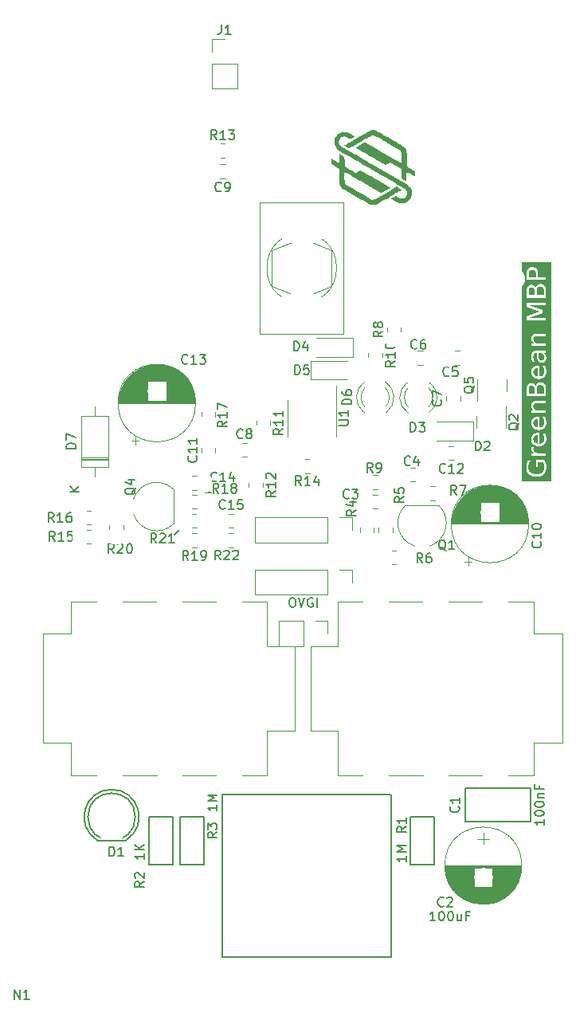
<source format=gto>
G04 #@! TF.GenerationSoftware,KiCad,Pcbnew,7.0.5.1-1-g8f565ef7f0-dirty-deb11*
G04 #@! TF.CreationDate,2023-08-08T15:24:37+00:00*
G04 #@! TF.ProjectId,GreenBean,47726565-6e42-4656-916e-2e6b69636164,rev?*
G04 #@! TF.SameCoordinates,Original*
G04 #@! TF.FileFunction,Legend,Top*
G04 #@! TF.FilePolarity,Positive*
%FSLAX46Y46*%
G04 Gerber Fmt 4.6, Leading zero omitted, Abs format (unit mm)*
G04 Created by KiCad (PCBNEW 7.0.5.1-1-g8f565ef7f0-dirty-deb11) date 2023-08-08 15:24:37*
%MOMM*%
%LPD*%
G01*
G04 APERTURE LIST*
%ADD10C,0.150000*%
%ADD11C,0.120000*%
%ADD12R,2.600000X1.500000*%
%ADD13O,2.600000X1.500000*%
%ADD14R,2.000000X1.900000*%
%ADD15C,1.900000*%
%ADD16C,1.998980*%
%ADD17R,1.300000X1.300000*%
%ADD18C,1.300000*%
%ADD19O,3.000000X1.900000*%
%ADD20C,3.400000*%
%ADD21O,2.100000X2.100000*%
%ADD22C,2.000000*%
%ADD23C,2.300000*%
%ADD24C,2.398980*%
%ADD25C,1.700000*%
%ADD26O,5.400000X3.600000*%
%ADD27C,2.200000*%
%ADD28O,2.600000X2.600000*%
%ADD29C,1.924000*%
G04 APERTURE END LIST*
D10*
X129210000Y-106300000D02*
X129710000Y-105800000D01*
X133110000Y-101800000D02*
X132410000Y-101900000D01*
G36*
X167796099Y-96615352D02*
G01*
X167768526Y-96612549D01*
X167741739Y-96608902D01*
X167715739Y-96604412D01*
X167690525Y-96599079D01*
X167666097Y-96592903D01*
X167642455Y-96585882D01*
X167619599Y-96578019D01*
X167597529Y-96569312D01*
X167576246Y-96559762D01*
X167555748Y-96549368D01*
X167536037Y-96538131D01*
X167517112Y-96526051D01*
X167498973Y-96513127D01*
X167481621Y-96499359D01*
X167465054Y-96484749D01*
X167449274Y-96469295D01*
X167434308Y-96453030D01*
X167420308Y-96436108D01*
X167407274Y-96418530D01*
X167395204Y-96400296D01*
X167384101Y-96381405D01*
X167373963Y-96361858D01*
X167364791Y-96341655D01*
X167356584Y-96320795D01*
X167349342Y-96299279D01*
X167343066Y-96277106D01*
X167337756Y-96254277D01*
X167333411Y-96230792D01*
X167330032Y-96206650D01*
X167327618Y-96181851D01*
X167326170Y-96156397D01*
X167325687Y-96130286D01*
X167326185Y-96107247D01*
X167327679Y-96084780D01*
X167330169Y-96062886D01*
X167333655Y-96041564D01*
X167338138Y-96020815D01*
X167343616Y-96000638D01*
X167350090Y-95981034D01*
X167357561Y-95962002D01*
X167366027Y-95943543D01*
X167375490Y-95925656D01*
X167385948Y-95908341D01*
X167397403Y-95891599D01*
X167409853Y-95875430D01*
X167423300Y-95859832D01*
X167437743Y-95844808D01*
X167453182Y-95830355D01*
X167469456Y-95816621D01*
X167486406Y-95803748D01*
X167504032Y-95791738D01*
X167522333Y-95780591D01*
X167541309Y-95770306D01*
X167560961Y-95760884D01*
X167581289Y-95752324D01*
X167602292Y-95744626D01*
X167623970Y-95737791D01*
X167646324Y-95731819D01*
X167669354Y-95726709D01*
X167693059Y-95722461D01*
X167717439Y-95719076D01*
X167742495Y-95716553D01*
X167768226Y-95714893D01*
X167794633Y-95714096D01*
X167796099Y-96615352D01*
G37*
G36*
X167796099Y-94893928D02*
G01*
X167768526Y-94891125D01*
X167741739Y-94887479D01*
X167715739Y-94882989D01*
X167690525Y-94877656D01*
X167666097Y-94871479D01*
X167642455Y-94864459D01*
X167619599Y-94856595D01*
X167597529Y-94847889D01*
X167576246Y-94838338D01*
X167555748Y-94827945D01*
X167536037Y-94816708D01*
X167517112Y-94804627D01*
X167498973Y-94791703D01*
X167481621Y-94777936D01*
X167465054Y-94763325D01*
X167449274Y-94747871D01*
X167434308Y-94731606D01*
X167420308Y-94714685D01*
X167407274Y-94697107D01*
X167395204Y-94678872D01*
X167384101Y-94659982D01*
X167373963Y-94640435D01*
X167364791Y-94620231D01*
X167356584Y-94599371D01*
X167349342Y-94577855D01*
X167343066Y-94555683D01*
X167337756Y-94532853D01*
X167333411Y-94509368D01*
X167330032Y-94485226D01*
X167327618Y-94460428D01*
X167326170Y-94434973D01*
X167325687Y-94408862D01*
X167326185Y-94385823D01*
X167327679Y-94363357D01*
X167330169Y-94341462D01*
X167333655Y-94320141D01*
X167338138Y-94299392D01*
X167343616Y-94279215D01*
X167350090Y-94259611D01*
X167357561Y-94240579D01*
X167366027Y-94222119D01*
X167375490Y-94204232D01*
X167385948Y-94186918D01*
X167397403Y-94170176D01*
X167409853Y-94154006D01*
X167423300Y-94138409D01*
X167437743Y-94123384D01*
X167453182Y-94108932D01*
X167469456Y-94095197D01*
X167486406Y-94082325D01*
X167504032Y-94070315D01*
X167522333Y-94059167D01*
X167541309Y-94048882D01*
X167560961Y-94039460D01*
X167581289Y-94030900D01*
X167602292Y-94023203D01*
X167623970Y-94016368D01*
X167646324Y-94010395D01*
X167669354Y-94005285D01*
X167693059Y-94001038D01*
X167717439Y-93997652D01*
X167742495Y-93995130D01*
X167768226Y-93993470D01*
X167794633Y-93992672D01*
X167796099Y-94893928D01*
G37*
G36*
X167157575Y-90459356D02*
G01*
X167185588Y-90461400D01*
X167212175Y-90465195D01*
X167237337Y-90470742D01*
X167261073Y-90478041D01*
X167283384Y-90487091D01*
X167304270Y-90497893D01*
X167323730Y-90510447D01*
X167341765Y-90524752D01*
X167358374Y-90540809D01*
X167373558Y-90558618D01*
X167378307Y-90564947D01*
X167391648Y-90585149D01*
X167403632Y-90607171D01*
X167414259Y-90631013D01*
X167423530Y-90656676D01*
X167431444Y-90684159D01*
X167435966Y-90703492D01*
X167439886Y-90723634D01*
X167443202Y-90744586D01*
X167445915Y-90766346D01*
X167448026Y-90788916D01*
X167449533Y-90812295D01*
X167450438Y-90836482D01*
X167450739Y-90861479D01*
X167450739Y-91272295D01*
X166825478Y-91272295D01*
X166825478Y-90861479D01*
X166825554Y-90848879D01*
X166826164Y-90824287D01*
X166827386Y-90800504D01*
X166829217Y-90777530D01*
X166831660Y-90755365D01*
X166834713Y-90734009D01*
X166838377Y-90713462D01*
X166842651Y-90693724D01*
X166847536Y-90674795D01*
X166856008Y-90647919D01*
X166865854Y-90622863D01*
X166877074Y-90599628D01*
X166889668Y-90578213D01*
X166903635Y-90558618D01*
X166913653Y-90546551D01*
X166929839Y-90529910D01*
X166947416Y-90515020D01*
X166966384Y-90501883D01*
X166986743Y-90490497D01*
X167008493Y-90480863D01*
X167031634Y-90472980D01*
X167056166Y-90466849D01*
X167082089Y-90462470D01*
X167109403Y-90459843D01*
X167138108Y-90458967D01*
X167157575Y-90459356D01*
G37*
G36*
X168072177Y-90387265D02*
G01*
X168096174Y-90388108D01*
X168119377Y-90389795D01*
X168141786Y-90392325D01*
X168163402Y-90395699D01*
X168184223Y-90399916D01*
X168204251Y-90404976D01*
X168223485Y-90410880D01*
X168241926Y-90417627D01*
X168268098Y-90429329D01*
X168292484Y-90442929D01*
X168315084Y-90458427D01*
X168335898Y-90475822D01*
X168354926Y-90495115D01*
X168366579Y-90509061D01*
X168382649Y-90531677D01*
X168397028Y-90556328D01*
X168405673Y-90573893D01*
X168413567Y-90592361D01*
X168420710Y-90611735D01*
X168427100Y-90632013D01*
X168432739Y-90653195D01*
X168437625Y-90675282D01*
X168441760Y-90698273D01*
X168445143Y-90722169D01*
X168447775Y-90746969D01*
X168449654Y-90772674D01*
X168450782Y-90799283D01*
X168451158Y-90826796D01*
X168451158Y-91272295D01*
X167669581Y-91272295D01*
X167669581Y-90826796D01*
X167669674Y-90812927D01*
X167670418Y-90785865D01*
X167671906Y-90759708D01*
X167674139Y-90734456D01*
X167677116Y-90710108D01*
X167680836Y-90686664D01*
X167685302Y-90664125D01*
X167690511Y-90642491D01*
X167696464Y-90621761D01*
X167703162Y-90601935D01*
X167710604Y-90583014D01*
X167718790Y-90564997D01*
X167732464Y-90539668D01*
X167747812Y-90516374D01*
X167764836Y-90495115D01*
X167770861Y-90488473D01*
X167790176Y-90469813D01*
X167811345Y-90453050D01*
X167834368Y-90438185D01*
X167859247Y-90425218D01*
X167885980Y-90414148D01*
X167904832Y-90407823D01*
X167924509Y-90402341D01*
X167945010Y-90397702D01*
X167966336Y-90393907D01*
X167988486Y-90390955D01*
X168011460Y-90388846D01*
X168035258Y-90387581D01*
X168059881Y-90387159D01*
X168072177Y-90387265D01*
G37*
G36*
X167796099Y-89477599D02*
G01*
X167768526Y-89474796D01*
X167741739Y-89471149D01*
X167715739Y-89466660D01*
X167690525Y-89461326D01*
X167666097Y-89455150D01*
X167642455Y-89448130D01*
X167619599Y-89440266D01*
X167597529Y-89431559D01*
X167576246Y-89422009D01*
X167555748Y-89411615D01*
X167536037Y-89400378D01*
X167517112Y-89388298D01*
X167498973Y-89375374D01*
X167481621Y-89361606D01*
X167465054Y-89346996D01*
X167449274Y-89331542D01*
X167434308Y-89315277D01*
X167420308Y-89298355D01*
X167407274Y-89280777D01*
X167395204Y-89262543D01*
X167384101Y-89243652D01*
X167373963Y-89224105D01*
X167364791Y-89203902D01*
X167356584Y-89183042D01*
X167349342Y-89161526D01*
X167343066Y-89139353D01*
X167337756Y-89116524D01*
X167333411Y-89093039D01*
X167330032Y-89068897D01*
X167327618Y-89044098D01*
X167326170Y-89018644D01*
X167325687Y-88992533D01*
X167326185Y-88969494D01*
X167327679Y-88947027D01*
X167330169Y-88925133D01*
X167333655Y-88903811D01*
X167338138Y-88883062D01*
X167343616Y-88862885D01*
X167350090Y-88843281D01*
X167357561Y-88824249D01*
X167366027Y-88805790D01*
X167375490Y-88787903D01*
X167385948Y-88770588D01*
X167397403Y-88753846D01*
X167409853Y-88737677D01*
X167423300Y-88722079D01*
X167437743Y-88707055D01*
X167453182Y-88692602D01*
X167469456Y-88678868D01*
X167486406Y-88665995D01*
X167504032Y-88653985D01*
X167522333Y-88642838D01*
X167541309Y-88632553D01*
X167560961Y-88623131D01*
X167581289Y-88614571D01*
X167602292Y-88606873D01*
X167623970Y-88600038D01*
X167646324Y-88594066D01*
X167669354Y-88588956D01*
X167693059Y-88584708D01*
X167717439Y-88581323D01*
X167742495Y-88578801D01*
X167768226Y-88577140D01*
X167794633Y-88576343D01*
X167796099Y-89477599D01*
G37*
G36*
X167974260Y-86968256D02*
G01*
X168003652Y-86969744D01*
X168032283Y-86972225D01*
X168060156Y-86975697D01*
X168087269Y-86980162D01*
X168113622Y-86985620D01*
X168139216Y-86992069D01*
X168164050Y-86999511D01*
X168188126Y-87007945D01*
X168211441Y-87017371D01*
X168233997Y-87027790D01*
X168255794Y-87039200D01*
X168276831Y-87051603D01*
X168297109Y-87064999D01*
X168316628Y-87079386D01*
X168335387Y-87094766D01*
X168353192Y-87110968D01*
X168369848Y-87127822D01*
X168385355Y-87145330D01*
X168399714Y-87163490D01*
X168412924Y-87182302D01*
X168424986Y-87201767D01*
X168435898Y-87221885D01*
X168445662Y-87242655D01*
X168454278Y-87264078D01*
X168461744Y-87286153D01*
X168468062Y-87308881D01*
X168473231Y-87332261D01*
X168477252Y-87356294D01*
X168480124Y-87380980D01*
X168481847Y-87406318D01*
X168482421Y-87432309D01*
X168482118Y-87451112D01*
X168480525Y-87478386D01*
X168477567Y-87504544D01*
X168473243Y-87529586D01*
X168467555Y-87553511D01*
X168460501Y-87576320D01*
X168452081Y-87598013D01*
X168442297Y-87618589D01*
X168431147Y-87638050D01*
X168418632Y-87656394D01*
X168404752Y-87673621D01*
X168394768Y-87684328D01*
X168378992Y-87699093D01*
X168362254Y-87712303D01*
X168344554Y-87723960D01*
X168325892Y-87734062D01*
X168306268Y-87742610D01*
X168285683Y-87749604D01*
X168264137Y-87755043D01*
X168241628Y-87758929D01*
X168218158Y-87761260D01*
X168193726Y-87762037D01*
X168173227Y-87761575D01*
X168143916Y-87759151D01*
X168116331Y-87754649D01*
X168090473Y-87748069D01*
X168066340Y-87739410D01*
X168043933Y-87728674D01*
X168023252Y-87715860D01*
X168004297Y-87700968D01*
X167987068Y-87683998D01*
X167971565Y-87664950D01*
X167957787Y-87643824D01*
X167953520Y-87636252D01*
X167941530Y-87611332D01*
X167934214Y-87592882D01*
X167927440Y-87572963D01*
X167921208Y-87551574D01*
X167915518Y-87528717D01*
X167910370Y-87504390D01*
X167905764Y-87478593D01*
X167901699Y-87451328D01*
X167898177Y-87422593D01*
X167895196Y-87392389D01*
X167892758Y-87360716D01*
X167890861Y-87327573D01*
X167889506Y-87292961D01*
X167888693Y-87256880D01*
X167888422Y-87219330D01*
X167888422Y-86967759D01*
X167944110Y-86967759D01*
X167974260Y-86968256D01*
G37*
G36*
X167157575Y-80023348D02*
G01*
X167185588Y-80025391D01*
X167212175Y-80029187D01*
X167237337Y-80034734D01*
X167261073Y-80042032D01*
X167283384Y-80051083D01*
X167304270Y-80061885D01*
X167323730Y-80074438D01*
X167341765Y-80088744D01*
X167358374Y-80104801D01*
X167373558Y-80122609D01*
X167378307Y-80128939D01*
X167391648Y-80149140D01*
X167403632Y-80171162D01*
X167414259Y-80195005D01*
X167423530Y-80220667D01*
X167431444Y-80248150D01*
X167435966Y-80267484D01*
X167439886Y-80287626D01*
X167443202Y-80308577D01*
X167445915Y-80330338D01*
X167448026Y-80352908D01*
X167449533Y-80376286D01*
X167450438Y-80400474D01*
X167450739Y-80425471D01*
X167450739Y-80836287D01*
X166825478Y-80836287D01*
X166825478Y-80425471D01*
X166825554Y-80412871D01*
X166826164Y-80388279D01*
X166827386Y-80364496D01*
X166829217Y-80341522D01*
X166831660Y-80319357D01*
X166834713Y-80298001D01*
X166838377Y-80277454D01*
X166842651Y-80257716D01*
X166847536Y-80238787D01*
X166856008Y-80211911D01*
X166865854Y-80186855D01*
X166877074Y-80163619D01*
X166889668Y-80142204D01*
X166903635Y-80122609D01*
X166913653Y-80110542D01*
X166929839Y-80093901D01*
X166947416Y-80079012D01*
X166966384Y-80065874D01*
X166986743Y-80054489D01*
X167008493Y-80044854D01*
X167031634Y-80036972D01*
X167056166Y-80030841D01*
X167082089Y-80026462D01*
X167109403Y-80023834D01*
X167138108Y-80022958D01*
X167157575Y-80023348D01*
G37*
G36*
X168072177Y-79951256D02*
G01*
X168096174Y-79952100D01*
X168119377Y-79953787D01*
X168141786Y-79956317D01*
X168163402Y-79959690D01*
X168184223Y-79963907D01*
X168204251Y-79968968D01*
X168223485Y-79974872D01*
X168241926Y-79981619D01*
X168268098Y-79993321D01*
X168292484Y-80006921D01*
X168315084Y-80022418D01*
X168335898Y-80039813D01*
X168354926Y-80059106D01*
X168366579Y-80073053D01*
X168382649Y-80095669D01*
X168397028Y-80120320D01*
X168405673Y-80137884D01*
X168413567Y-80156353D01*
X168420710Y-80175727D01*
X168427100Y-80196004D01*
X168432739Y-80217187D01*
X168437625Y-80239274D01*
X168441760Y-80262265D01*
X168445143Y-80286161D01*
X168447775Y-80310961D01*
X168449654Y-80336665D01*
X168450782Y-80363274D01*
X168451158Y-80390788D01*
X168451158Y-80836287D01*
X167669581Y-80836287D01*
X167669581Y-80390788D01*
X167669674Y-80376918D01*
X167670418Y-80349857D01*
X167671906Y-80323700D01*
X167674139Y-80298448D01*
X167677116Y-80274100D01*
X167680836Y-80250656D01*
X167685302Y-80228117D01*
X167690511Y-80206482D01*
X167696464Y-80185752D01*
X167703162Y-80165927D01*
X167710604Y-80147006D01*
X167718790Y-80128989D01*
X167732464Y-80103660D01*
X167747812Y-80080365D01*
X167764836Y-80059106D01*
X167770861Y-80052464D01*
X167790176Y-80033804D01*
X167811345Y-80017042D01*
X167834368Y-80002177D01*
X167859247Y-79989209D01*
X167885980Y-79978140D01*
X167904832Y-79971814D01*
X167924509Y-79966332D01*
X167945010Y-79961693D01*
X167966336Y-79957898D01*
X167988486Y-79954946D01*
X168011460Y-79952838D01*
X168035258Y-79951573D01*
X168059881Y-79951151D01*
X168072177Y-79951256D01*
G37*
G36*
X167238948Y-78161265D02*
G01*
X167261443Y-78162507D01*
X167283263Y-78164577D01*
X167304407Y-78167476D01*
X167324876Y-78171203D01*
X167344669Y-78175757D01*
X167363787Y-78181140D01*
X167391197Y-78190767D01*
X167417087Y-78202258D01*
X167441458Y-78215611D01*
X167464308Y-78230828D01*
X167485639Y-78247909D01*
X167505450Y-78266852D01*
X167517753Y-78280387D01*
X167534721Y-78301984D01*
X167549902Y-78325135D01*
X167563297Y-78349840D01*
X167574906Y-78376099D01*
X167581653Y-78394469D01*
X167587607Y-78413530D01*
X167592766Y-78433281D01*
X167597132Y-78453723D01*
X167600704Y-78474856D01*
X167603483Y-78496679D01*
X167605467Y-78519193D01*
X167606658Y-78542398D01*
X167607055Y-78566294D01*
X167607055Y-78915561D01*
X166825478Y-78915561D01*
X166825478Y-78566294D01*
X166825577Y-78554260D01*
X166826371Y-78530709D01*
X166827958Y-78507850D01*
X166830339Y-78485681D01*
X166833515Y-78464203D01*
X166837484Y-78443416D01*
X166842246Y-78423319D01*
X166847803Y-78403913D01*
X166854153Y-78385198D01*
X166865167Y-78358420D01*
X166877967Y-78333197D01*
X166892553Y-78309528D01*
X166908925Y-78287413D01*
X166927083Y-78266852D01*
X166946885Y-78247909D01*
X166968190Y-78230828D01*
X166990997Y-78215611D01*
X167015308Y-78202258D01*
X167041121Y-78190767D01*
X167068436Y-78181140D01*
X167087481Y-78175757D01*
X167107194Y-78171203D01*
X167127575Y-78167476D01*
X167148624Y-78164577D01*
X167170341Y-78162507D01*
X167192725Y-78161265D01*
X167215778Y-78160851D01*
X167238948Y-78161265D01*
G37*
G36*
X169211977Y-100652934D02*
G01*
X166064659Y-100652934D01*
X166064659Y-99118841D01*
X166575373Y-99118841D01*
X166575647Y-99148679D01*
X166576470Y-99178108D01*
X166577842Y-99207129D01*
X166579762Y-99235742D01*
X166582230Y-99263946D01*
X166585248Y-99291742D01*
X166588813Y-99319130D01*
X166592928Y-99346109D01*
X166597591Y-99372680D01*
X166602802Y-99398843D01*
X166608563Y-99424597D01*
X166614871Y-99449943D01*
X166621729Y-99474880D01*
X166629135Y-99499410D01*
X166637089Y-99523530D01*
X166645593Y-99547243D01*
X166654644Y-99570547D01*
X166664245Y-99593443D01*
X166674394Y-99615931D01*
X166685091Y-99638010D01*
X166696337Y-99659681D01*
X166708132Y-99680943D01*
X166720476Y-99701797D01*
X166733367Y-99722243D01*
X166746808Y-99742280D01*
X166760797Y-99761910D01*
X166775335Y-99781130D01*
X166790421Y-99799943D01*
X166806056Y-99818347D01*
X166822239Y-99836343D01*
X166838971Y-99853930D01*
X166856252Y-99871109D01*
X166873993Y-99887789D01*
X166892167Y-99903939D01*
X166910775Y-99919559D01*
X166929815Y-99934650D01*
X166949289Y-99949212D01*
X166969195Y-99963244D01*
X166989535Y-99976746D01*
X167010308Y-99989719D01*
X167031514Y-100002163D01*
X167053154Y-100014077D01*
X167075226Y-100025461D01*
X167097732Y-100036316D01*
X167120671Y-100046642D01*
X167144043Y-100056438D01*
X167167848Y-100065704D01*
X167192086Y-100074441D01*
X167216757Y-100082649D01*
X167241862Y-100090327D01*
X167267400Y-100097475D01*
X167293370Y-100104094D01*
X167319774Y-100110183D01*
X167346612Y-100115743D01*
X167373882Y-100120773D01*
X167401585Y-100125274D01*
X167429722Y-100129246D01*
X167458292Y-100132687D01*
X167487295Y-100135600D01*
X167516731Y-100137983D01*
X167546600Y-100139836D01*
X167576902Y-100141160D01*
X167607638Y-100141954D01*
X167638806Y-100142219D01*
X167669915Y-100141954D01*
X167700594Y-100141160D01*
X167730842Y-100139836D01*
X167760660Y-100137983D01*
X167790048Y-100135600D01*
X167819006Y-100132687D01*
X167847533Y-100129246D01*
X167875630Y-100125274D01*
X167903297Y-100120773D01*
X167930533Y-100115743D01*
X167957339Y-100110183D01*
X167983715Y-100104094D01*
X168009661Y-100097475D01*
X168035176Y-100090327D01*
X168060261Y-100082649D01*
X168084916Y-100074441D01*
X168109140Y-100065704D01*
X168132934Y-100056438D01*
X168156298Y-100046642D01*
X168179232Y-100036316D01*
X168201735Y-100025461D01*
X168223808Y-100014077D01*
X168245451Y-100002163D01*
X168266663Y-99989719D01*
X168287445Y-99976746D01*
X168307797Y-99963244D01*
X168327718Y-99949212D01*
X168347210Y-99934650D01*
X168366271Y-99919559D01*
X168384901Y-99903939D01*
X168403102Y-99887789D01*
X168420872Y-99871109D01*
X168438122Y-99853930D01*
X168454825Y-99836341D01*
X168470981Y-99818343D01*
X168486588Y-99799935D01*
X168501648Y-99781118D01*
X168516161Y-99761892D01*
X168530126Y-99742257D01*
X168543543Y-99722213D01*
X168556412Y-99701759D01*
X168568734Y-99680895D01*
X168580508Y-99659623D01*
X168591735Y-99637941D01*
X168602414Y-99615850D01*
X168612545Y-99593350D01*
X168622129Y-99570440D01*
X168631165Y-99547121D01*
X168639653Y-99523393D01*
X168647594Y-99499255D01*
X168654987Y-99474708D01*
X168661833Y-99449752D01*
X168668130Y-99424387D01*
X168673881Y-99398612D01*
X168679083Y-99372428D01*
X168683738Y-99345834D01*
X168687845Y-99318832D01*
X168691405Y-99291420D01*
X168694417Y-99263598D01*
X168696881Y-99235368D01*
X168698798Y-99206728D01*
X168700167Y-99177679D01*
X168700989Y-99148220D01*
X168701263Y-99118353D01*
X168701043Y-99090978D01*
X168700385Y-99063810D01*
X168699288Y-99036848D01*
X168697752Y-99010092D01*
X168695777Y-98983542D01*
X168693363Y-98957198D01*
X168690510Y-98931060D01*
X168687219Y-98905129D01*
X168683488Y-98879403D01*
X168679319Y-98853883D01*
X168674711Y-98828570D01*
X168669664Y-98803463D01*
X168664178Y-98778561D01*
X168658253Y-98753866D01*
X168651889Y-98729377D01*
X168645087Y-98705094D01*
X168637857Y-98680982D01*
X168630211Y-98657131D01*
X168622149Y-98633538D01*
X168613671Y-98610205D01*
X168604777Y-98587132D01*
X168595467Y-98564318D01*
X168585741Y-98541764D01*
X168575600Y-98519469D01*
X168565042Y-98497434D01*
X168554068Y-98475658D01*
X168542678Y-98454142D01*
X168530873Y-98432885D01*
X168518651Y-98411888D01*
X168506013Y-98391150D01*
X168492960Y-98370672D01*
X168479490Y-98350453D01*
X167607055Y-98350453D01*
X167607055Y-99078785D01*
X167825896Y-99078785D01*
X167825896Y-98625471D01*
X168377885Y-98625471D01*
X168384491Y-98637043D01*
X168393985Y-98654753D01*
X168402981Y-98672884D01*
X168411479Y-98691436D01*
X168419479Y-98710408D01*
X168426981Y-98729801D01*
X168433985Y-98749615D01*
X168440490Y-98769849D01*
X168446498Y-98790504D01*
X168452008Y-98811580D01*
X168457020Y-98833077D01*
X168460096Y-98847611D01*
X168464337Y-98869878D01*
X168468133Y-98892703D01*
X168471482Y-98916086D01*
X168474384Y-98940027D01*
X168476840Y-98964526D01*
X168478849Y-98989583D01*
X168480412Y-99015199D01*
X168481528Y-99041372D01*
X168482198Y-99068104D01*
X168482421Y-99095394D01*
X168482214Y-99118719D01*
X168481593Y-99141680D01*
X168480558Y-99164275D01*
X168479108Y-99186504D01*
X168477245Y-99208368D01*
X168474968Y-99229867D01*
X168472276Y-99251000D01*
X168469171Y-99271768D01*
X168465651Y-99292170D01*
X168461718Y-99312207D01*
X168457370Y-99331879D01*
X168452608Y-99351185D01*
X168441842Y-99388701D01*
X168429420Y-99424755D01*
X168415342Y-99459348D01*
X168399607Y-99492479D01*
X168382217Y-99524149D01*
X168363169Y-99554357D01*
X168342466Y-99583103D01*
X168320106Y-99610387D01*
X168296090Y-99636210D01*
X168270418Y-99660572D01*
X168243050Y-99683405D01*
X168214067Y-99704764D01*
X168183470Y-99724651D01*
X168151258Y-99743065D01*
X168117432Y-99760005D01*
X168081992Y-99775473D01*
X168063667Y-99782654D01*
X168044938Y-99789467D01*
X168025806Y-99795912D01*
X168006270Y-99801988D01*
X167986330Y-99807697D01*
X167965987Y-99813037D01*
X167945240Y-99818008D01*
X167924089Y-99822612D01*
X167902536Y-99826847D01*
X167880578Y-99830714D01*
X167858217Y-99834212D01*
X167835452Y-99837342D01*
X167812284Y-99840105D01*
X167788712Y-99842498D01*
X167764737Y-99844524D01*
X167740358Y-99846181D01*
X167715575Y-99847470D01*
X167690389Y-99848391D01*
X167664799Y-99848943D01*
X167638806Y-99849127D01*
X167612753Y-99848943D01*
X167587107Y-99848391D01*
X167561867Y-99847470D01*
X167537033Y-99846181D01*
X167512606Y-99844524D01*
X167488585Y-99842498D01*
X167464971Y-99840105D01*
X167441763Y-99837342D01*
X167418962Y-99834212D01*
X167396567Y-99830714D01*
X167374578Y-99826847D01*
X167352996Y-99822612D01*
X167331821Y-99818008D01*
X167311051Y-99813037D01*
X167290689Y-99807697D01*
X167270732Y-99801988D01*
X167251182Y-99795912D01*
X167232039Y-99789467D01*
X167213302Y-99782654D01*
X167194971Y-99775473D01*
X167159529Y-99760005D01*
X167125713Y-99743065D01*
X167093523Y-99724651D01*
X167062958Y-99704764D01*
X167034019Y-99683405D01*
X167006706Y-99660572D01*
X166993633Y-99648573D01*
X166968731Y-99623477D01*
X166945490Y-99596916D01*
X166923909Y-99568889D01*
X166903988Y-99539397D01*
X166885727Y-99508439D01*
X166869126Y-99476016D01*
X166854185Y-99442127D01*
X166840904Y-99406773D01*
X166829284Y-99369953D01*
X166824096Y-99350994D01*
X166819323Y-99331668D01*
X166814966Y-99311976D01*
X166811023Y-99291918D01*
X166807495Y-99271493D01*
X166804382Y-99250702D01*
X166801685Y-99229544D01*
X166799402Y-99208020D01*
X166797535Y-99186130D01*
X166796082Y-99163873D01*
X166795044Y-99141250D01*
X166794422Y-99118261D01*
X166794214Y-99094905D01*
X166794461Y-99071101D01*
X166795199Y-99047438D01*
X166796430Y-99023916D01*
X166798153Y-99000536D01*
X166800368Y-98977297D01*
X166803076Y-98954199D01*
X166806276Y-98931242D01*
X166809968Y-98908426D01*
X166814153Y-98885751D01*
X166818830Y-98863218D01*
X166823999Y-98840826D01*
X166829660Y-98818575D01*
X166835814Y-98796465D01*
X166842460Y-98774497D01*
X166849598Y-98752670D01*
X166857229Y-98730983D01*
X166865287Y-98709442D01*
X166873830Y-98688050D01*
X166882857Y-98666807D01*
X166892370Y-98645712D01*
X166902366Y-98624766D01*
X166912848Y-98603970D01*
X166923814Y-98583321D01*
X166935265Y-98562822D01*
X166947200Y-98542472D01*
X166959620Y-98522270D01*
X166972525Y-98502218D01*
X166985915Y-98482314D01*
X166999789Y-98462559D01*
X167014147Y-98442952D01*
X167028991Y-98423495D01*
X167044319Y-98404187D01*
X166762951Y-98404187D01*
X166751586Y-98423348D01*
X166740573Y-98442731D01*
X166729910Y-98462335D01*
X166719598Y-98482161D01*
X166709638Y-98502208D01*
X166700028Y-98522476D01*
X166690770Y-98542966D01*
X166681863Y-98563677D01*
X166673307Y-98584609D01*
X166665102Y-98605763D01*
X166657248Y-98627138D01*
X166649745Y-98648735D01*
X166642593Y-98670552D01*
X166635792Y-98692592D01*
X166629343Y-98714852D01*
X166623244Y-98737334D01*
X166617447Y-98760004D01*
X166612025Y-98782832D01*
X166606976Y-98805815D01*
X166602301Y-98828955D01*
X166598000Y-98852252D01*
X166594073Y-98875705D01*
X166590520Y-98899314D01*
X166587341Y-98923080D01*
X166584536Y-98947003D01*
X166582105Y-98971082D01*
X166580048Y-98995317D01*
X166578365Y-99019709D01*
X166577056Y-99044257D01*
X166576121Y-99068962D01*
X166575560Y-99093823D01*
X166575373Y-99118841D01*
X166064659Y-99118841D01*
X166064659Y-97103349D01*
X167106845Y-97103349D01*
X167106913Y-97114744D01*
X167107455Y-97137211D01*
X167108539Y-97159246D01*
X167110165Y-97180850D01*
X167112332Y-97202023D01*
X167115042Y-97222764D01*
X167118293Y-97243075D01*
X167122087Y-97262954D01*
X167126422Y-97282402D01*
X167133941Y-97310765D01*
X167142679Y-97338158D01*
X167152637Y-97364580D01*
X167163814Y-97390032D01*
X167176210Y-97414515D01*
X167185167Y-97430264D01*
X167199676Y-97453188D01*
X167215472Y-97475270D01*
X167232557Y-97496510D01*
X167250929Y-97516910D01*
X167270590Y-97536467D01*
X167291539Y-97555183D01*
X167313775Y-97573058D01*
X167337300Y-97590091D01*
X167353698Y-97600979D01*
X167370670Y-97611493D01*
X167388213Y-97621632D01*
X167138108Y-97621632D01*
X167138108Y-97875645D01*
X168670000Y-97875645D01*
X168670000Y-97621632D01*
X167870348Y-97621632D01*
X167837916Y-97621184D01*
X167806441Y-97619839D01*
X167775924Y-97617597D01*
X167746365Y-97614458D01*
X167717763Y-97610422D01*
X167690120Y-97605490D01*
X167663435Y-97599660D01*
X167637707Y-97592934D01*
X167612937Y-97585311D01*
X167589126Y-97576791D01*
X167566272Y-97567374D01*
X167544376Y-97557061D01*
X167523438Y-97545850D01*
X167503457Y-97533743D01*
X167484435Y-97520739D01*
X167466371Y-97506838D01*
X167449335Y-97492100D01*
X167433398Y-97476583D01*
X167418560Y-97460287D01*
X167404822Y-97443213D01*
X167392182Y-97425360D01*
X167380642Y-97406729D01*
X167370200Y-97387320D01*
X167360858Y-97367131D01*
X167352615Y-97346165D01*
X167345471Y-97324419D01*
X167339426Y-97301896D01*
X167334480Y-97278593D01*
X167330633Y-97254513D01*
X167327885Y-97229653D01*
X167326236Y-97204015D01*
X167325687Y-97177599D01*
X167325695Y-97173853D01*
X167326061Y-97151780D01*
X167326977Y-97130393D01*
X167328442Y-97109694D01*
X167330457Y-97089681D01*
X167333503Y-97067201D01*
X167335472Y-97054745D01*
X167339579Y-97033534D01*
X167344528Y-97013071D01*
X167350318Y-96993356D01*
X167356950Y-96974389D01*
X167106845Y-96975854D01*
X167106845Y-96985395D01*
X167106845Y-97006080D01*
X167106845Y-97025684D01*
X167106845Y-97046196D01*
X167106845Y-97063357D01*
X167106845Y-97083176D01*
X167106845Y-97103349D01*
X166064659Y-97103349D01*
X166064659Y-96133217D01*
X167106845Y-96133217D01*
X167107059Y-96154724D01*
X167107700Y-96175953D01*
X167108769Y-96196905D01*
X167110265Y-96217580D01*
X167112188Y-96237976D01*
X167114539Y-96258095D01*
X167117317Y-96277937D01*
X167120523Y-96297500D01*
X167128217Y-96335795D01*
X167137620Y-96372979D01*
X167148733Y-96409053D01*
X167161556Y-96444016D01*
X167176088Y-96477868D01*
X167192330Y-96510610D01*
X167210282Y-96542241D01*
X167229944Y-96572762D01*
X167251315Y-96602172D01*
X167274396Y-96630472D01*
X167299187Y-96657661D01*
X167325687Y-96683740D01*
X167353645Y-96708407D01*
X167382809Y-96731482D01*
X167413179Y-96752966D01*
X167444755Y-96772858D01*
X167477537Y-96791159D01*
X167511525Y-96807869D01*
X167546719Y-96822987D01*
X167583119Y-96836514D01*
X167601771Y-96842680D01*
X167620725Y-96848449D01*
X167639980Y-96853820D01*
X167659536Y-96858793D01*
X167679394Y-96863369D01*
X167699554Y-96867546D01*
X167720015Y-96871326D01*
X167740778Y-96874707D01*
X167761842Y-96877691D01*
X167783207Y-96880277D01*
X167804874Y-96882465D01*
X167826843Y-96884256D01*
X167849113Y-96885648D01*
X167871684Y-96886643D01*
X167894557Y-96887240D01*
X167917732Y-96887438D01*
X167940117Y-96887229D01*
X167962212Y-96886599D01*
X167984016Y-96885549D01*
X168005529Y-96884080D01*
X168026751Y-96882191D01*
X168047682Y-96879882D01*
X168068322Y-96877154D01*
X168088671Y-96874005D01*
X168108729Y-96870437D01*
X168128496Y-96866449D01*
X168147972Y-96862041D01*
X168167157Y-96857213D01*
X168204654Y-96846299D01*
X168240987Y-96833705D01*
X168276156Y-96819432D01*
X168310161Y-96803480D01*
X168343002Y-96785849D01*
X168374679Y-96766538D01*
X168405193Y-96745549D01*
X168434542Y-96722880D01*
X168462727Y-96698532D01*
X168489748Y-96672505D01*
X168502761Y-96658922D01*
X168527548Y-96630857D01*
X168550683Y-96601593D01*
X168572164Y-96571132D01*
X168591994Y-96539472D01*
X168610171Y-96506613D01*
X168626696Y-96472557D01*
X168641568Y-96437302D01*
X168654787Y-96400848D01*
X168660777Y-96382172D01*
X168666354Y-96363197D01*
X168671518Y-96343922D01*
X168676269Y-96324347D01*
X168680607Y-96304473D01*
X168684531Y-96284299D01*
X168688043Y-96263825D01*
X168691141Y-96243052D01*
X168693827Y-96221980D01*
X168696099Y-96200608D01*
X168697958Y-96178936D01*
X168699404Y-96156964D01*
X168700436Y-96134693D01*
X168701056Y-96112123D01*
X168701263Y-96089253D01*
X168701139Y-96070891D01*
X168700487Y-96043412D01*
X168699278Y-96016010D01*
X168697511Y-95988686D01*
X168695185Y-95961439D01*
X168692301Y-95934270D01*
X168688860Y-95907177D01*
X168684860Y-95880162D01*
X168680302Y-95853225D01*
X168675185Y-95826364D01*
X168669511Y-95799581D01*
X168665368Y-95781719D01*
X168658732Y-95755033D01*
X168651590Y-95728476D01*
X168643940Y-95702047D01*
X168635785Y-95675748D01*
X168627122Y-95649577D01*
X168617953Y-95623535D01*
X168608277Y-95597622D01*
X168598095Y-95571838D01*
X168587406Y-95546182D01*
X168576210Y-95520655D01*
X168326106Y-95520655D01*
X168335723Y-95537516D01*
X168349576Y-95562835D01*
X168362742Y-95588189D01*
X168375221Y-95613577D01*
X168387014Y-95638999D01*
X168398119Y-95664455D01*
X168408538Y-95689946D01*
X168418269Y-95715472D01*
X168427314Y-95741031D01*
X168435671Y-95766625D01*
X168443342Y-95792254D01*
X168448074Y-95809326D01*
X168454600Y-95835070D01*
X168460439Y-95860977D01*
X168465591Y-95887048D01*
X168470056Y-95913282D01*
X168473834Y-95939678D01*
X168476926Y-95966238D01*
X168479330Y-95992962D01*
X168481047Y-96019848D01*
X168482078Y-96046897D01*
X168482421Y-96074110D01*
X168481921Y-96105123D01*
X168480421Y-96135270D01*
X168477922Y-96164550D01*
X168474422Y-96192964D01*
X168469923Y-96220512D01*
X168464423Y-96247194D01*
X168457924Y-96273009D01*
X168450425Y-96297958D01*
X168441926Y-96322041D01*
X168432428Y-96345257D01*
X168421929Y-96367608D01*
X168410430Y-96389091D01*
X168397932Y-96409709D01*
X168384434Y-96429460D01*
X168369936Y-96448345D01*
X168354438Y-96466364D01*
X168337986Y-96483465D01*
X168320625Y-96499596D01*
X168302357Y-96514758D01*
X168283180Y-96528951D01*
X168263095Y-96542174D01*
X168242101Y-96554429D01*
X168220200Y-96565713D01*
X168197390Y-96576029D01*
X168173671Y-96585375D01*
X168149045Y-96593752D01*
X168123510Y-96601159D01*
X168097067Y-96607597D01*
X168069715Y-96613066D01*
X168041456Y-96617565D01*
X168012288Y-96621095D01*
X167982212Y-96623656D01*
X167982212Y-95461549D01*
X167864975Y-95461549D01*
X167843228Y-95461725D01*
X167821767Y-95462255D01*
X167800592Y-95463137D01*
X167779704Y-95464373D01*
X167759102Y-95465961D01*
X167738785Y-95467903D01*
X167718756Y-95470197D01*
X167699012Y-95472845D01*
X167660384Y-95479199D01*
X167622900Y-95486965D01*
X167586561Y-95496143D01*
X167551367Y-95506734D01*
X167517318Y-95518736D01*
X167484414Y-95532150D01*
X167452655Y-95546976D01*
X167422041Y-95563215D01*
X167392571Y-95580865D01*
X167364247Y-95599928D01*
X167337067Y-95620402D01*
X167311032Y-95642288D01*
X167286307Y-95665387D01*
X167263176Y-95689496D01*
X167241641Y-95714617D01*
X167221700Y-95740749D01*
X167203356Y-95767892D01*
X167186606Y-95796047D01*
X167171451Y-95825213D01*
X167157892Y-95855390D01*
X167145928Y-95886579D01*
X167135559Y-95918779D01*
X167126785Y-95951990D01*
X167119607Y-95986213D01*
X167114024Y-96021447D01*
X167110036Y-96057692D01*
X167107643Y-96094949D01*
X167106906Y-96130286D01*
X167106845Y-96133217D01*
X166064659Y-96133217D01*
X166064659Y-94411793D01*
X167106845Y-94411793D01*
X167107059Y-94433300D01*
X167107700Y-94454530D01*
X167108769Y-94475482D01*
X167110265Y-94496156D01*
X167112188Y-94516553D01*
X167114539Y-94536672D01*
X167117317Y-94556513D01*
X167120523Y-94576077D01*
X167128217Y-94614371D01*
X167137620Y-94651555D01*
X167148733Y-94687629D01*
X167161556Y-94722592D01*
X167176088Y-94756444D01*
X167192330Y-94789186D01*
X167210282Y-94820818D01*
X167229944Y-94851338D01*
X167251315Y-94880749D01*
X167274396Y-94909048D01*
X167299187Y-94936238D01*
X167325687Y-94962316D01*
X167353645Y-94986983D01*
X167382809Y-95010058D01*
X167413179Y-95031542D01*
X167444755Y-95051434D01*
X167477537Y-95069735D01*
X167511525Y-95086445D01*
X167546719Y-95101563D01*
X167583119Y-95115090D01*
X167601771Y-95121257D01*
X167620725Y-95127026D01*
X167639980Y-95132397D01*
X167659536Y-95137370D01*
X167679394Y-95141945D01*
X167699554Y-95146122D01*
X167720015Y-95149902D01*
X167740778Y-95153284D01*
X167761842Y-95156268D01*
X167783207Y-95158854D01*
X167804874Y-95161042D01*
X167826843Y-95162832D01*
X167849113Y-95164225D01*
X167871684Y-95165219D01*
X167894557Y-95165816D01*
X167917732Y-95166015D01*
X167940117Y-95165805D01*
X167962212Y-95165175D01*
X167984016Y-95164126D01*
X168005529Y-95162657D01*
X168026751Y-95160767D01*
X168047682Y-95158459D01*
X168068322Y-95155730D01*
X168088671Y-95152581D01*
X168108729Y-95149013D01*
X168128496Y-95145025D01*
X168147972Y-95140617D01*
X168167157Y-95135790D01*
X168204654Y-95124875D01*
X168240987Y-95112281D01*
X168276156Y-95098008D01*
X168310161Y-95082056D01*
X168343002Y-95064425D01*
X168374679Y-95045115D01*
X168405193Y-95024125D01*
X168434542Y-95001456D01*
X168462727Y-94977108D01*
X168489748Y-94951081D01*
X168502761Y-94937498D01*
X168527548Y-94909433D01*
X168550683Y-94880170D01*
X168572164Y-94849708D01*
X168591994Y-94818048D01*
X168610171Y-94785190D01*
X168626696Y-94751133D01*
X168641568Y-94715878D01*
X168654787Y-94679425D01*
X168660777Y-94660749D01*
X168666354Y-94641773D01*
X168671518Y-94622498D01*
X168676269Y-94602923D01*
X168680607Y-94583049D01*
X168684531Y-94562875D01*
X168688043Y-94542402D01*
X168691141Y-94521629D01*
X168693827Y-94500556D01*
X168696099Y-94479184D01*
X168697958Y-94457512D01*
X168699404Y-94435541D01*
X168700436Y-94413270D01*
X168701056Y-94390699D01*
X168701263Y-94367829D01*
X168701139Y-94349467D01*
X168700487Y-94321988D01*
X168699278Y-94294587D01*
X168697511Y-94267263D01*
X168695185Y-94240016D01*
X168692301Y-94212846D01*
X168688860Y-94185754D01*
X168684860Y-94158739D01*
X168680302Y-94131801D01*
X168675185Y-94104940D01*
X168669511Y-94078157D01*
X168665368Y-94060295D01*
X168658732Y-94033609D01*
X168651590Y-94007052D01*
X168643940Y-93980624D01*
X168635785Y-93954324D01*
X168627122Y-93928153D01*
X168617953Y-93902112D01*
X168608277Y-93876198D01*
X168598095Y-93850414D01*
X168587406Y-93824759D01*
X168576210Y-93799232D01*
X168326106Y-93799232D01*
X168335723Y-93816092D01*
X168349576Y-93841411D01*
X168362742Y-93866765D01*
X168375221Y-93892153D01*
X168387014Y-93917575D01*
X168398119Y-93943032D01*
X168408538Y-93968523D01*
X168418269Y-93994048D01*
X168427314Y-94019608D01*
X168435671Y-94045202D01*
X168443342Y-94070830D01*
X168448074Y-94087902D01*
X168454600Y-94113646D01*
X168460439Y-94139554D01*
X168465591Y-94165624D01*
X168470056Y-94191858D01*
X168473834Y-94218255D01*
X168476926Y-94244815D01*
X168479330Y-94271538D01*
X168481047Y-94298424D01*
X168482078Y-94325474D01*
X168482421Y-94352686D01*
X168481921Y-94383699D01*
X168480421Y-94413846D01*
X168477922Y-94443127D01*
X168474422Y-94471541D01*
X168469923Y-94499089D01*
X168464423Y-94525770D01*
X168457924Y-94551586D01*
X168450425Y-94576535D01*
X168441926Y-94600617D01*
X168432428Y-94623834D01*
X168421929Y-94646184D01*
X168410430Y-94667668D01*
X168397932Y-94688285D01*
X168384434Y-94708037D01*
X168369936Y-94726922D01*
X168354438Y-94744940D01*
X168337986Y-94762041D01*
X168320625Y-94778172D01*
X168302357Y-94793335D01*
X168283180Y-94807527D01*
X168263095Y-94820751D01*
X168242101Y-94833005D01*
X168220200Y-94844290D01*
X168197390Y-94854605D01*
X168173671Y-94863951D01*
X168149045Y-94872328D01*
X168123510Y-94879736D01*
X168097067Y-94886174D01*
X168069715Y-94891642D01*
X168041456Y-94896142D01*
X168012288Y-94899672D01*
X167982212Y-94902233D01*
X167982212Y-93740125D01*
X167864975Y-93740125D01*
X167843228Y-93740302D01*
X167821767Y-93740831D01*
X167800592Y-93741714D01*
X167779704Y-93742949D01*
X167759102Y-93744538D01*
X167738785Y-93746479D01*
X167718756Y-93748774D01*
X167699012Y-93751421D01*
X167660384Y-93757775D01*
X167622900Y-93765542D01*
X167586561Y-93774720D01*
X167551367Y-93785310D01*
X167517318Y-93797312D01*
X167484414Y-93810727D01*
X167452655Y-93825553D01*
X167422041Y-93841791D01*
X167392571Y-93859442D01*
X167364247Y-93878504D01*
X167337067Y-93898978D01*
X167311032Y-93920865D01*
X167286307Y-93943963D01*
X167263176Y-93968072D01*
X167241641Y-93993193D01*
X167221700Y-94019325D01*
X167203356Y-94046469D01*
X167186606Y-94074623D01*
X167171451Y-94103789D01*
X167157892Y-94133967D01*
X167145928Y-94165155D01*
X167135559Y-94197355D01*
X167126785Y-94230567D01*
X167119607Y-94264789D01*
X167114024Y-94300023D01*
X167110036Y-94336268D01*
X167107643Y-94373525D01*
X167106906Y-94408862D01*
X167106845Y-94411793D01*
X166064659Y-94411793D01*
X166064659Y-92593161D01*
X167106845Y-92593161D01*
X167107120Y-92613103D01*
X167108563Y-92642465D01*
X167111242Y-92671166D01*
X167115157Y-92699206D01*
X167120309Y-92726584D01*
X167126698Y-92753301D01*
X167134323Y-92779358D01*
X167143184Y-92804753D01*
X167153282Y-92829487D01*
X167164616Y-92853559D01*
X167177187Y-92876971D01*
X167181623Y-92884603D01*
X167195765Y-92907127D01*
X167211161Y-92929093D01*
X167227810Y-92950501D01*
X167245714Y-92971351D01*
X167264870Y-92991643D01*
X167285281Y-93011376D01*
X167306945Y-93030552D01*
X167322084Y-93043025D01*
X167337781Y-93055251D01*
X167354034Y-93067228D01*
X167370845Y-93078958D01*
X167388213Y-93090439D01*
X167138108Y-93090439D01*
X167138108Y-93344452D01*
X168670000Y-93344452D01*
X168670000Y-93090439D01*
X167812219Y-93090439D01*
X167784440Y-93089977D01*
X167757401Y-93088592D01*
X167731103Y-93086283D01*
X167705546Y-93083051D01*
X167680728Y-93078895D01*
X167656651Y-93073815D01*
X167633315Y-93067812D01*
X167610718Y-93060886D01*
X167588862Y-93053036D01*
X167567747Y-93044262D01*
X167547372Y-93034565D01*
X167527737Y-93023944D01*
X167508842Y-93012400D01*
X167490688Y-92999932D01*
X167473274Y-92986541D01*
X167456601Y-92972226D01*
X167440748Y-92957111D01*
X167425918Y-92941321D01*
X167412111Y-92924856D01*
X167399326Y-92907715D01*
X167387564Y-92889899D01*
X167376825Y-92871407D01*
X167367109Y-92852239D01*
X167358415Y-92832397D01*
X167350745Y-92811878D01*
X167344097Y-92790684D01*
X167338471Y-92768815D01*
X167333869Y-92746270D01*
X167330289Y-92723050D01*
X167327732Y-92699154D01*
X167326198Y-92674583D01*
X167325687Y-92649337D01*
X167325793Y-92638765D01*
X167326644Y-92618123D01*
X167328346Y-92598148D01*
X167332495Y-92569439D01*
X167338559Y-92542232D01*
X167346537Y-92516528D01*
X167356430Y-92492326D01*
X167368239Y-92469627D01*
X167381961Y-92448431D01*
X167397599Y-92428738D01*
X167415152Y-92410547D01*
X167434619Y-92393859D01*
X167441535Y-92388599D01*
X167463570Y-92373823D01*
X167487536Y-92360549D01*
X167513435Y-92348779D01*
X167531774Y-92341766D01*
X167550972Y-92335422D01*
X167571029Y-92329745D01*
X167591944Y-92324736D01*
X167613718Y-92320395D01*
X167636350Y-92316722D01*
X167659842Y-92313716D01*
X167684191Y-92311379D01*
X167709400Y-92309709D01*
X167735467Y-92308707D01*
X167762393Y-92308374D01*
X168670000Y-92308374D01*
X168670000Y-92055826D01*
X167754089Y-92055826D01*
X167714821Y-92056359D01*
X167676763Y-92057956D01*
X167639915Y-92060618D01*
X167604276Y-92064344D01*
X167569848Y-92069136D01*
X167536629Y-92074992D01*
X167504620Y-92081913D01*
X167473820Y-92089898D01*
X167444231Y-92098949D01*
X167415851Y-92109064D01*
X167388681Y-92120244D01*
X167362720Y-92132488D01*
X167337970Y-92145797D01*
X167314429Y-92160172D01*
X167292098Y-92175610D01*
X167270976Y-92192114D01*
X167251101Y-92209594D01*
X167232508Y-92228086D01*
X167215198Y-92247590D01*
X167199169Y-92268104D01*
X167184423Y-92289630D01*
X167170959Y-92312167D01*
X167158777Y-92335715D01*
X167147878Y-92360275D01*
X167138261Y-92385846D01*
X167129926Y-92412429D01*
X167122874Y-92440022D01*
X167117103Y-92468627D01*
X167112616Y-92498244D01*
X167109410Y-92528871D01*
X167107486Y-92560510D01*
X167106845Y-92593161D01*
X166064659Y-92593161D01*
X166064659Y-91549755D01*
X166606636Y-91549755D01*
X168670000Y-91549755D01*
X168670000Y-90813119D01*
X168669851Y-90791719D01*
X168669406Y-90770628D01*
X168668664Y-90749847D01*
X168667626Y-90729374D01*
X168666291Y-90709211D01*
X168664659Y-90689356D01*
X168660505Y-90650575D01*
X168655164Y-90613031D01*
X168648636Y-90576722D01*
X168640921Y-90541651D01*
X168632020Y-90507815D01*
X168621931Y-90475216D01*
X168610656Y-90443854D01*
X168598194Y-90413728D01*
X168584545Y-90384839D01*
X168569709Y-90357186D01*
X168553686Y-90330770D01*
X168536477Y-90305590D01*
X168518080Y-90281646D01*
X168498535Y-90258991D01*
X168478002Y-90237797D01*
X168456480Y-90218065D01*
X168433969Y-90199795D01*
X168410470Y-90182986D01*
X168385983Y-90167638D01*
X168360508Y-90153753D01*
X168334043Y-90141329D01*
X168306591Y-90130367D01*
X168278150Y-90120866D01*
X168248721Y-90112827D01*
X168218303Y-90106250D01*
X168186897Y-90101134D01*
X168154502Y-90097480D01*
X168121119Y-90095287D01*
X168086748Y-90094556D01*
X168060522Y-90094999D01*
X168034846Y-90096327D01*
X168009719Y-90098541D01*
X167985143Y-90101639D01*
X167961115Y-90105624D01*
X167937637Y-90110493D01*
X167914709Y-90116248D01*
X167892330Y-90122889D01*
X167870501Y-90130414D01*
X167849221Y-90138825D01*
X167828491Y-90148122D01*
X167808311Y-90158304D01*
X167788680Y-90169371D01*
X167769598Y-90181324D01*
X167751066Y-90194162D01*
X167733084Y-90207885D01*
X167715756Y-90222408D01*
X167699188Y-90237645D01*
X167683379Y-90253595D01*
X167668329Y-90270259D01*
X167654039Y-90287636D01*
X167640508Y-90305727D01*
X167627737Y-90324532D01*
X167615725Y-90344050D01*
X167604473Y-90364283D01*
X167593980Y-90385228D01*
X167584247Y-90406888D01*
X167575273Y-90429261D01*
X167567058Y-90452347D01*
X167559603Y-90476148D01*
X167552907Y-90500662D01*
X167546971Y-90525889D01*
X167543227Y-90504961D01*
X167538835Y-90484673D01*
X167533793Y-90465027D01*
X167528103Y-90446022D01*
X167518352Y-90418716D01*
X167507140Y-90392853D01*
X167494469Y-90368433D01*
X167480338Y-90345455D01*
X167464748Y-90323919D01*
X167447698Y-90303827D01*
X167429188Y-90285176D01*
X167409218Y-90267969D01*
X167402213Y-90262559D01*
X167380298Y-90247361D01*
X167357035Y-90233708D01*
X167332425Y-90221601D01*
X167306466Y-90211039D01*
X167279159Y-90202023D01*
X167260205Y-90196871D01*
X167240652Y-90192406D01*
X167220500Y-90188628D01*
X167199749Y-90185537D01*
X167178399Y-90183133D01*
X167156449Y-90181415D01*
X167133901Y-90180385D01*
X167110753Y-90180041D01*
X167080961Y-90180713D01*
X167052036Y-90182728D01*
X167023976Y-90186086D01*
X166996783Y-90190788D01*
X166970457Y-90196833D01*
X166944996Y-90204221D01*
X166920402Y-90212953D01*
X166896674Y-90223028D01*
X166873813Y-90234446D01*
X166851818Y-90247208D01*
X166830689Y-90261313D01*
X166810426Y-90276762D01*
X166791030Y-90293553D01*
X166772500Y-90311688D01*
X166754836Y-90331167D01*
X166738039Y-90351988D01*
X166729954Y-90362847D01*
X166714555Y-90385416D01*
X166700183Y-90409123D01*
X166686838Y-90433967D01*
X166674519Y-90459948D01*
X166663226Y-90487067D01*
X166652960Y-90515323D01*
X166643721Y-90544716D01*
X166635509Y-90575246D01*
X166628322Y-90606914D01*
X166622163Y-90639719D01*
X166617030Y-90673661D01*
X166612924Y-90708740D01*
X166609844Y-90744957D01*
X166607791Y-90782311D01*
X166606764Y-90820802D01*
X166606636Y-90840474D01*
X166606636Y-91272295D01*
X166606636Y-91549755D01*
X166064659Y-91549755D01*
X166064659Y-88995464D01*
X167106845Y-88995464D01*
X167107059Y-89016971D01*
X167107700Y-89038200D01*
X167108769Y-89059152D01*
X167110265Y-89079827D01*
X167112188Y-89100223D01*
X167114539Y-89120342D01*
X167117317Y-89140184D01*
X167120523Y-89159747D01*
X167128217Y-89198042D01*
X167137620Y-89235226D01*
X167148733Y-89271300D01*
X167161556Y-89306263D01*
X167176088Y-89340115D01*
X167192330Y-89372857D01*
X167210282Y-89404488D01*
X167229944Y-89435009D01*
X167251315Y-89464419D01*
X167274396Y-89492719D01*
X167299187Y-89519908D01*
X167325687Y-89545987D01*
X167353645Y-89570654D01*
X167382809Y-89593729D01*
X167413179Y-89615213D01*
X167444755Y-89635105D01*
X167477537Y-89653406D01*
X167511525Y-89670116D01*
X167546719Y-89685234D01*
X167583119Y-89698761D01*
X167601771Y-89704927D01*
X167620725Y-89710696D01*
X167639980Y-89716067D01*
X167659536Y-89721040D01*
X167679394Y-89725616D01*
X167699554Y-89729793D01*
X167720015Y-89733573D01*
X167740778Y-89736954D01*
X167761842Y-89739938D01*
X167783207Y-89742524D01*
X167804874Y-89744712D01*
X167826843Y-89746503D01*
X167849113Y-89747895D01*
X167871684Y-89748890D01*
X167894557Y-89749487D01*
X167917732Y-89749685D01*
X167940117Y-89749476D01*
X167962212Y-89748846D01*
X167984016Y-89747796D01*
X168005529Y-89746327D01*
X168026751Y-89744438D01*
X168047682Y-89742129D01*
X168068322Y-89739401D01*
X168088671Y-89736252D01*
X168108729Y-89732684D01*
X168128496Y-89728696D01*
X168147972Y-89724288D01*
X168167157Y-89719460D01*
X168204654Y-89708546D01*
X168240987Y-89695952D01*
X168276156Y-89681679D01*
X168310161Y-89665727D01*
X168343002Y-89648096D01*
X168374679Y-89628785D01*
X168405193Y-89607796D01*
X168434542Y-89585127D01*
X168462727Y-89560779D01*
X168489748Y-89534752D01*
X168502761Y-89521169D01*
X168527548Y-89493104D01*
X168550683Y-89463840D01*
X168572164Y-89433379D01*
X168591994Y-89401719D01*
X168610171Y-89368860D01*
X168626696Y-89334804D01*
X168641568Y-89299549D01*
X168654787Y-89263096D01*
X168660777Y-89244420D01*
X168666354Y-89225444D01*
X168671518Y-89206169D01*
X168676269Y-89186594D01*
X168680607Y-89166720D01*
X168684531Y-89146546D01*
X168688043Y-89126072D01*
X168691141Y-89105299D01*
X168693827Y-89084227D01*
X168696099Y-89062855D01*
X168697958Y-89041183D01*
X168699404Y-89019211D01*
X168700436Y-88996940D01*
X168701056Y-88974370D01*
X168701263Y-88951500D01*
X168701139Y-88933138D01*
X168700487Y-88905659D01*
X168699278Y-88878258D01*
X168697511Y-88850933D01*
X168695185Y-88823686D01*
X168692301Y-88796517D01*
X168688860Y-88769424D01*
X168684860Y-88742409D01*
X168680302Y-88715472D01*
X168675185Y-88688611D01*
X168669511Y-88661828D01*
X168665368Y-88643966D01*
X168658732Y-88617280D01*
X168651590Y-88590723D01*
X168643940Y-88564294D01*
X168635785Y-88537995D01*
X168627122Y-88511824D01*
X168617953Y-88485782D01*
X168608277Y-88459869D01*
X168598095Y-88434085D01*
X168587406Y-88408429D01*
X168576210Y-88382903D01*
X168326106Y-88382903D01*
X168335723Y-88399763D01*
X168349576Y-88425082D01*
X168362742Y-88450436D01*
X168375221Y-88475824D01*
X168387014Y-88501246D01*
X168398119Y-88526702D01*
X168408538Y-88552193D01*
X168418269Y-88577719D01*
X168427314Y-88603278D01*
X168435671Y-88628872D01*
X168443342Y-88654501D01*
X168448074Y-88671573D01*
X168454600Y-88697317D01*
X168460439Y-88723224D01*
X168465591Y-88749295D01*
X168470056Y-88775529D01*
X168473834Y-88801925D01*
X168476926Y-88828485D01*
X168479330Y-88855209D01*
X168481047Y-88882095D01*
X168482078Y-88909144D01*
X168482421Y-88936357D01*
X168481921Y-88967370D01*
X168480421Y-88997517D01*
X168477922Y-89026797D01*
X168474422Y-89055211D01*
X168469923Y-89082759D01*
X168464423Y-89109441D01*
X168457924Y-89135256D01*
X168450425Y-89160205D01*
X168441926Y-89184288D01*
X168432428Y-89207505D01*
X168421929Y-89229855D01*
X168410430Y-89251338D01*
X168397932Y-89271956D01*
X168384434Y-89291707D01*
X168369936Y-89310592D01*
X168354438Y-89328611D01*
X168337986Y-89345712D01*
X168320625Y-89361843D01*
X168302357Y-89377005D01*
X168283180Y-89391198D01*
X168263095Y-89404421D01*
X168242101Y-89416676D01*
X168220200Y-89427960D01*
X168197390Y-89438276D01*
X168173671Y-89447622D01*
X168149045Y-89455999D01*
X168123510Y-89463406D01*
X168097067Y-89469844D01*
X168069715Y-89475313D01*
X168041456Y-89479812D01*
X168012288Y-89483342D01*
X167982212Y-89485903D01*
X167982212Y-88323796D01*
X167864975Y-88323796D01*
X167843228Y-88323972D01*
X167821767Y-88324502D01*
X167800592Y-88325384D01*
X167779704Y-88326620D01*
X167759102Y-88328208D01*
X167738785Y-88330150D01*
X167718756Y-88332444D01*
X167699012Y-88335092D01*
X167660384Y-88341446D01*
X167622900Y-88349212D01*
X167586561Y-88358390D01*
X167551367Y-88368981D01*
X167517318Y-88380983D01*
X167484414Y-88394397D01*
X167452655Y-88409223D01*
X167422041Y-88425462D01*
X167392571Y-88443112D01*
X167364247Y-88462175D01*
X167337067Y-88482649D01*
X167311032Y-88504535D01*
X167286307Y-88527634D01*
X167263176Y-88551743D01*
X167241641Y-88576864D01*
X167221700Y-88602996D01*
X167203356Y-88630139D01*
X167186606Y-88658294D01*
X167171451Y-88687460D01*
X167157892Y-88717637D01*
X167145928Y-88748826D01*
X167135559Y-88781026D01*
X167126785Y-88814237D01*
X167119607Y-88848460D01*
X167114024Y-88883694D01*
X167110036Y-88919939D01*
X167107643Y-88957196D01*
X167106906Y-88992533D01*
X167106845Y-88995464D01*
X166064659Y-88995464D01*
X166064659Y-87378087D01*
X167106845Y-87378087D01*
X167106967Y-87393622D01*
X167107609Y-87417016D01*
X167108799Y-87440522D01*
X167110539Y-87464140D01*
X167112829Y-87487869D01*
X167115669Y-87511710D01*
X167119057Y-87535662D01*
X167122996Y-87559726D01*
X167127484Y-87583902D01*
X167132521Y-87608189D01*
X167138108Y-87632588D01*
X167142138Y-87648924D01*
X167148641Y-87673549D01*
X167155694Y-87698320D01*
X167163296Y-87723237D01*
X167171448Y-87748300D01*
X167180149Y-87773509D01*
X167189399Y-87798864D01*
X167199200Y-87824365D01*
X167209549Y-87850012D01*
X167220449Y-87875805D01*
X167231898Y-87901744D01*
X167450739Y-87901744D01*
X167443046Y-87887296D01*
X167431963Y-87865480D01*
X167421430Y-87843492D01*
X167411447Y-87821333D01*
X167402013Y-87799002D01*
X167393128Y-87776499D01*
X167384794Y-87753825D01*
X167377008Y-87730978D01*
X167369773Y-87707960D01*
X167363087Y-87684771D01*
X167356950Y-87661409D01*
X167353164Y-87645751D01*
X167347943Y-87622163D01*
X167343272Y-87598456D01*
X167339151Y-87574628D01*
X167335579Y-87550679D01*
X167332556Y-87526611D01*
X167330083Y-87502422D01*
X167328160Y-87478113D01*
X167326786Y-87453684D01*
X167325962Y-87429135D01*
X167325687Y-87404466D01*
X167325777Y-87391611D01*
X167326494Y-87366442D01*
X167327929Y-87341995D01*
X167330081Y-87318269D01*
X167332951Y-87295265D01*
X167336539Y-87272981D01*
X167340843Y-87251419D01*
X167345866Y-87230579D01*
X167351605Y-87210459D01*
X167358062Y-87191061D01*
X167365237Y-87172384D01*
X167373129Y-87154428D01*
X167386313Y-87128847D01*
X167401110Y-87104889D01*
X167417522Y-87082554D01*
X167429299Y-87068653D01*
X167448081Y-87049483D01*
X167468203Y-87032331D01*
X167489664Y-87017197D01*
X167512464Y-87004081D01*
X167536604Y-86992983D01*
X167562083Y-86983902D01*
X167588902Y-86976840D01*
X167617061Y-86971795D01*
X167636577Y-86969553D01*
X167656689Y-86968208D01*
X167677397Y-86967759D01*
X167700844Y-86967759D01*
X167700844Y-87322400D01*
X167700971Y-87343788D01*
X167701353Y-87364841D01*
X167701990Y-87385561D01*
X167702882Y-87405946D01*
X167704028Y-87425998D01*
X167705429Y-87445716D01*
X167708995Y-87484150D01*
X167713581Y-87521248D01*
X167719185Y-87557011D01*
X167725808Y-87591437D01*
X167733450Y-87624528D01*
X167742111Y-87656284D01*
X167751791Y-87686704D01*
X167762490Y-87715788D01*
X167774208Y-87743536D01*
X167786945Y-87769948D01*
X167800701Y-87795025D01*
X167815476Y-87818766D01*
X167831270Y-87841172D01*
X167848067Y-87862171D01*
X167865853Y-87881815D01*
X167884627Y-87900105D01*
X167904390Y-87917040D01*
X167925141Y-87932620D01*
X167946880Y-87946845D01*
X167969608Y-87959716D01*
X167993325Y-87971231D01*
X168018029Y-87981392D01*
X168043723Y-87990198D01*
X168070404Y-87997649D01*
X168098074Y-88003746D01*
X168126733Y-88008488D01*
X168156380Y-88011875D01*
X168187015Y-88013907D01*
X168218639Y-88014584D01*
X168245830Y-88014040D01*
X168272326Y-88012409D01*
X168298128Y-88009690D01*
X168323236Y-88005883D01*
X168347649Y-88000989D01*
X168371367Y-87995007D01*
X168394391Y-87987937D01*
X168416720Y-87979780D01*
X168438354Y-87970535D01*
X168459294Y-87960202D01*
X168479540Y-87948782D01*
X168499091Y-87936274D01*
X168517947Y-87922678D01*
X168536109Y-87907995D01*
X168553576Y-87892224D01*
X168570348Y-87875366D01*
X168586201Y-87857525D01*
X168601031Y-87838928D01*
X168614839Y-87819575D01*
X168627623Y-87799467D01*
X168639385Y-87778604D01*
X168650124Y-87756984D01*
X168659841Y-87734609D01*
X168668534Y-87711479D01*
X168676205Y-87687593D01*
X168682853Y-87662951D01*
X168688478Y-87637553D01*
X168693080Y-87611400D01*
X168696660Y-87584492D01*
X168699217Y-87556827D01*
X168700751Y-87528407D01*
X168701263Y-87499232D01*
X168700995Y-87476132D01*
X168700194Y-87453482D01*
X168698858Y-87431283D01*
X168696988Y-87409534D01*
X168694584Y-87388235D01*
X168691646Y-87367387D01*
X168688173Y-87346988D01*
X168684166Y-87327041D01*
X168679624Y-87307543D01*
X168674549Y-87288496D01*
X168665933Y-87260770D01*
X168656116Y-87234057D01*
X168645096Y-87208357D01*
X168632875Y-87183670D01*
X168628496Y-87175622D01*
X168614480Y-87151980D01*
X168599141Y-87129093D01*
X168582480Y-87106963D01*
X168564497Y-87085588D01*
X168545191Y-87064968D01*
X168524563Y-87045104D01*
X168502613Y-87025996D01*
X168487245Y-87013677D01*
X168471289Y-87001694D01*
X168454745Y-86990047D01*
X168437614Y-86978735D01*
X168419895Y-86967759D01*
X168670000Y-86967759D01*
X168670000Y-86714724D01*
X167789260Y-86714724D01*
X167767937Y-86714885D01*
X167746956Y-86715369D01*
X167726317Y-86716175D01*
X167706019Y-86717304D01*
X167686062Y-86718755D01*
X167666448Y-86720528D01*
X167628243Y-86725043D01*
X167591404Y-86730848D01*
X167555932Y-86737942D01*
X167521825Y-86746327D01*
X167489085Y-86756001D01*
X167457712Y-86766965D01*
X167427704Y-86779219D01*
X167399063Y-86792763D01*
X167371788Y-86807597D01*
X167345879Y-86823721D01*
X167321336Y-86841135D01*
X167298160Y-86859838D01*
X167276350Y-86879832D01*
X167255824Y-86901070D01*
X167236622Y-86923628D01*
X167218745Y-86947506D01*
X167202192Y-86972705D01*
X167186963Y-86999225D01*
X167173058Y-87027065D01*
X167160478Y-87056225D01*
X167149221Y-87086706D01*
X167139290Y-87118507D01*
X167130682Y-87151629D01*
X167123398Y-87186071D01*
X167117439Y-87221833D01*
X167112804Y-87258916D01*
X167109494Y-87297319D01*
X167108335Y-87317016D01*
X167107507Y-87337043D01*
X167107011Y-87357400D01*
X167106845Y-87378087D01*
X166064659Y-87378087D01*
X166064659Y-85461270D01*
X167106845Y-85461270D01*
X167107120Y-85481212D01*
X167108563Y-85510574D01*
X167111242Y-85539275D01*
X167115157Y-85567314D01*
X167120309Y-85594693D01*
X167126698Y-85621410D01*
X167134323Y-85647467D01*
X167143184Y-85672862D01*
X167153282Y-85697596D01*
X167164616Y-85721668D01*
X167177187Y-85745080D01*
X167181623Y-85752712D01*
X167195765Y-85775236D01*
X167211161Y-85797202D01*
X167227810Y-85818610D01*
X167245714Y-85839460D01*
X167264870Y-85859752D01*
X167285281Y-85879485D01*
X167306945Y-85898661D01*
X167322084Y-85911134D01*
X167337781Y-85923360D01*
X167354034Y-85935337D01*
X167370845Y-85947067D01*
X167388213Y-85958548D01*
X167138108Y-85958548D01*
X167138108Y-86212561D01*
X168670000Y-86212561D01*
X168670000Y-85958548D01*
X167812219Y-85958548D01*
X167784440Y-85958086D01*
X167757401Y-85956701D01*
X167731103Y-85954392D01*
X167705546Y-85951160D01*
X167680728Y-85947004D01*
X167656651Y-85941924D01*
X167633315Y-85935921D01*
X167610718Y-85928995D01*
X167588862Y-85921144D01*
X167567747Y-85912371D01*
X167547372Y-85902674D01*
X167527737Y-85892053D01*
X167508842Y-85880509D01*
X167490688Y-85868041D01*
X167473274Y-85854649D01*
X167456601Y-85840334D01*
X167440748Y-85825220D01*
X167425918Y-85809430D01*
X167412111Y-85792965D01*
X167399326Y-85775824D01*
X167387564Y-85758007D01*
X167376825Y-85739516D01*
X167367109Y-85720348D01*
X167358415Y-85700505D01*
X167350745Y-85679987D01*
X167344097Y-85658793D01*
X167338471Y-85636924D01*
X167333869Y-85614379D01*
X167330289Y-85591159D01*
X167327732Y-85567263D01*
X167326198Y-85542692D01*
X167325687Y-85517445D01*
X167325793Y-85506874D01*
X167326644Y-85486231D01*
X167328346Y-85466257D01*
X167332495Y-85437547D01*
X167338559Y-85410341D01*
X167346537Y-85384636D01*
X167356430Y-85360435D01*
X167368239Y-85337736D01*
X167381961Y-85316540D01*
X167397599Y-85296846D01*
X167415152Y-85278656D01*
X167434619Y-85261967D01*
X167441535Y-85256708D01*
X167463570Y-85241932D01*
X167487536Y-85228658D01*
X167513435Y-85216887D01*
X167531774Y-85209875D01*
X167550972Y-85203530D01*
X167571029Y-85197854D01*
X167591944Y-85192845D01*
X167613718Y-85188504D01*
X167636350Y-85184831D01*
X167659842Y-85181825D01*
X167684191Y-85179488D01*
X167709400Y-85177818D01*
X167735467Y-85176816D01*
X167762393Y-85176482D01*
X168670000Y-85176482D01*
X168670000Y-84923935D01*
X167754089Y-84923935D01*
X167714821Y-84924468D01*
X167676763Y-84926065D01*
X167639915Y-84928727D01*
X167604276Y-84932453D01*
X167569848Y-84937245D01*
X167536629Y-84943101D01*
X167504620Y-84950022D01*
X167473820Y-84958007D01*
X167444231Y-84967058D01*
X167415851Y-84977173D01*
X167388681Y-84988352D01*
X167362720Y-85000597D01*
X167337970Y-85013906D01*
X167314429Y-85028280D01*
X167292098Y-85043719D01*
X167270976Y-85060223D01*
X167251101Y-85077703D01*
X167232508Y-85096195D01*
X167215198Y-85115698D01*
X167199169Y-85136213D01*
X167184423Y-85157739D01*
X167170959Y-85180276D01*
X167158777Y-85203824D01*
X167147878Y-85228384D01*
X167138261Y-85253955D01*
X167129926Y-85280537D01*
X167122874Y-85308131D01*
X167117103Y-85336736D01*
X167112616Y-85366353D01*
X167109410Y-85396980D01*
X167107486Y-85428619D01*
X167106845Y-85461270D01*
X166064659Y-85461270D01*
X166064659Y-81652058D01*
X166606636Y-81652058D01*
X166606636Y-82065317D01*
X168002728Y-82591905D01*
X166606636Y-83115073D01*
X166606636Y-83528820D01*
X168670000Y-83528820D01*
X168670000Y-83259176D01*
X166856741Y-83259176D01*
X168263579Y-82730635D01*
X168263579Y-82451709D01*
X166856741Y-81922679D01*
X168670000Y-81922679D01*
X168670000Y-81652058D01*
X166606636Y-81652058D01*
X166064659Y-81652058D01*
X166064659Y-81113747D01*
X166606636Y-81113747D01*
X168670000Y-81113747D01*
X168670000Y-80377110D01*
X168669851Y-80355711D01*
X168669406Y-80334620D01*
X168668664Y-80313838D01*
X168667626Y-80293366D01*
X168666291Y-80273202D01*
X168664659Y-80253348D01*
X168660505Y-80214567D01*
X168655164Y-80177022D01*
X168648636Y-80140714D01*
X168640921Y-80105642D01*
X168632020Y-80071807D01*
X168621931Y-80039208D01*
X168610656Y-80007846D01*
X168598194Y-79977720D01*
X168584545Y-79948831D01*
X168569709Y-79921178D01*
X168553686Y-79894761D01*
X168536477Y-79869581D01*
X168518080Y-79845638D01*
X168498535Y-79822983D01*
X168478002Y-79801789D01*
X168456480Y-79782057D01*
X168433969Y-79763786D01*
X168410470Y-79746977D01*
X168385983Y-79731630D01*
X168360508Y-79717744D01*
X168334043Y-79705321D01*
X168306591Y-79694358D01*
X168278150Y-79684858D01*
X168248721Y-79676819D01*
X168218303Y-79670241D01*
X168186897Y-79665125D01*
X168154502Y-79661471D01*
X168121119Y-79659279D01*
X168086748Y-79658548D01*
X168060522Y-79658991D01*
X168034846Y-79660319D01*
X168009719Y-79662532D01*
X167985143Y-79665631D01*
X167961115Y-79669615D01*
X167937637Y-79674485D01*
X167914709Y-79680240D01*
X167892330Y-79686880D01*
X167870501Y-79694406D01*
X167849221Y-79702817D01*
X167828491Y-79712114D01*
X167808311Y-79722295D01*
X167788680Y-79733363D01*
X167769598Y-79745315D01*
X167751066Y-79758153D01*
X167733084Y-79771877D01*
X167715756Y-79786400D01*
X167699188Y-79801636D01*
X167683379Y-79817586D01*
X167668329Y-79834250D01*
X167654039Y-79851628D01*
X167640508Y-79869719D01*
X167627737Y-79888524D01*
X167615725Y-79908042D01*
X167604473Y-79928274D01*
X167593980Y-79949220D01*
X167584247Y-79970879D01*
X167575273Y-79993252D01*
X167567058Y-80016339D01*
X167559603Y-80040139D01*
X167552907Y-80064653D01*
X167546971Y-80089881D01*
X167543227Y-80068952D01*
X167538835Y-80048665D01*
X167533793Y-80029019D01*
X167528103Y-80010013D01*
X167518352Y-79982708D01*
X167507140Y-79956845D01*
X167494469Y-79932424D01*
X167480338Y-79909446D01*
X167464748Y-79887911D01*
X167447698Y-79867818D01*
X167429188Y-79849168D01*
X167409218Y-79831960D01*
X167402213Y-79826551D01*
X167380298Y-79811352D01*
X167357035Y-79797700D01*
X167332425Y-79785592D01*
X167306466Y-79775031D01*
X167279159Y-79766015D01*
X167260205Y-79760863D01*
X167240652Y-79756398D01*
X167220500Y-79752620D01*
X167199749Y-79749528D01*
X167178399Y-79747124D01*
X167156449Y-79745407D01*
X167133901Y-79744376D01*
X167110753Y-79744033D01*
X167080961Y-79744705D01*
X167052036Y-79746720D01*
X167023976Y-79750078D01*
X166996783Y-79754780D01*
X166970457Y-79760825D01*
X166944996Y-79768213D01*
X166920402Y-79776945D01*
X166896674Y-79787020D01*
X166873813Y-79798438D01*
X166851818Y-79811200D01*
X166830689Y-79825305D01*
X166810426Y-79840753D01*
X166791030Y-79857545D01*
X166772500Y-79875680D01*
X166754836Y-79895158D01*
X166738039Y-79915980D01*
X166729954Y-79926838D01*
X166714555Y-79949408D01*
X166700183Y-79973115D01*
X166686838Y-79997959D01*
X166674519Y-80023940D01*
X166663226Y-80051059D01*
X166652960Y-80079315D01*
X166643721Y-80108708D01*
X166635509Y-80139238D01*
X166628322Y-80170906D01*
X166622163Y-80203710D01*
X166617030Y-80237653D01*
X166612924Y-80272732D01*
X166609844Y-80308949D01*
X166607791Y-80346302D01*
X166606764Y-80384794D01*
X166606636Y-80404466D01*
X166606636Y-80836287D01*
X166606636Y-81113747D01*
X166064659Y-81113747D01*
X166064659Y-79193021D01*
X166606636Y-79193021D01*
X168670000Y-79193021D01*
X168670000Y-78915561D01*
X167825896Y-78915561D01*
X167825896Y-78566294D01*
X167825745Y-78544904D01*
X167825293Y-78523843D01*
X167824540Y-78503112D01*
X167823484Y-78482710D01*
X167822128Y-78462636D01*
X167820469Y-78442892D01*
X167816249Y-78404392D01*
X167810822Y-78367207D01*
X167804189Y-78331340D01*
X167796350Y-78296789D01*
X167787306Y-78263555D01*
X167777055Y-78231637D01*
X167765599Y-78201036D01*
X167752936Y-78171752D01*
X167739068Y-78143784D01*
X167723994Y-78117133D01*
X167707713Y-78091799D01*
X167690227Y-78067781D01*
X167671535Y-78045080D01*
X167651665Y-78023667D01*
X167630647Y-78003635D01*
X167608480Y-77984985D01*
X167585164Y-77967716D01*
X167560700Y-77951829D01*
X167535087Y-77937323D01*
X167508325Y-77924199D01*
X167480415Y-77912456D01*
X167451356Y-77902095D01*
X167421148Y-77893115D01*
X167389791Y-77885517D01*
X167357286Y-77879300D01*
X167323632Y-77874465D01*
X167288829Y-77871011D01*
X167252878Y-77868939D01*
X167215778Y-77868248D01*
X167178912Y-77868939D01*
X167143176Y-77871011D01*
X167108570Y-77874465D01*
X167075094Y-77879300D01*
X167042747Y-77885517D01*
X167011530Y-77893115D01*
X166981442Y-77902095D01*
X166952484Y-77912456D01*
X166924655Y-77924199D01*
X166897957Y-77937323D01*
X166872387Y-77951829D01*
X166847948Y-77967716D01*
X166824638Y-77984985D01*
X166802458Y-78003635D01*
X166781407Y-78023667D01*
X166761486Y-78045080D01*
X166742735Y-78067781D01*
X166725193Y-78091799D01*
X166708861Y-78117133D01*
X166693739Y-78143784D01*
X166679827Y-78171752D01*
X166667124Y-78201036D01*
X166655631Y-78231637D01*
X166645348Y-78263555D01*
X166636275Y-78296789D01*
X166628412Y-78331340D01*
X166621758Y-78367207D01*
X166616314Y-78404392D01*
X166612080Y-78442892D01*
X166610416Y-78462636D01*
X166609055Y-78482710D01*
X166607997Y-78503112D01*
X166607241Y-78523843D01*
X166606787Y-78544904D01*
X166606636Y-78566294D01*
X166606636Y-78915561D01*
X166606636Y-79193021D01*
X166064659Y-79193021D01*
X166064659Y-77357535D01*
X169211977Y-77357535D01*
X169211977Y-100652934D01*
G37*
X134176666Y-52124819D02*
X134176666Y-52839104D01*
X134176666Y-52839104D02*
X134129047Y-52981961D01*
X134129047Y-52981961D02*
X134033809Y-53077200D01*
X134033809Y-53077200D02*
X133890952Y-53124819D01*
X133890952Y-53124819D02*
X133795714Y-53124819D01*
X135176666Y-53124819D02*
X134605238Y-53124819D01*
X134890952Y-53124819D02*
X134890952Y-52124819D01*
X134890952Y-52124819D02*
X134795714Y-52267676D01*
X134795714Y-52267676D02*
X134700476Y-52362914D01*
X134700476Y-52362914D02*
X134605238Y-52410533D01*
X141638095Y-113004819D02*
X141828571Y-113004819D01*
X141828571Y-113004819D02*
X141923809Y-113052438D01*
X141923809Y-113052438D02*
X142019047Y-113147676D01*
X142019047Y-113147676D02*
X142066666Y-113338152D01*
X142066666Y-113338152D02*
X142066666Y-113671485D01*
X142066666Y-113671485D02*
X142019047Y-113861961D01*
X142019047Y-113861961D02*
X141923809Y-113957200D01*
X141923809Y-113957200D02*
X141828571Y-114004819D01*
X141828571Y-114004819D02*
X141638095Y-114004819D01*
X141638095Y-114004819D02*
X141542857Y-113957200D01*
X141542857Y-113957200D02*
X141447619Y-113861961D01*
X141447619Y-113861961D02*
X141400000Y-113671485D01*
X141400000Y-113671485D02*
X141400000Y-113338152D01*
X141400000Y-113338152D02*
X141447619Y-113147676D01*
X141447619Y-113147676D02*
X141542857Y-113052438D01*
X141542857Y-113052438D02*
X141638095Y-113004819D01*
X142352381Y-113004819D02*
X142685714Y-114004819D01*
X142685714Y-114004819D02*
X143019047Y-113004819D01*
X143876190Y-113052438D02*
X143780952Y-113004819D01*
X143780952Y-113004819D02*
X143638095Y-113004819D01*
X143638095Y-113004819D02*
X143495238Y-113052438D01*
X143495238Y-113052438D02*
X143400000Y-113147676D01*
X143400000Y-113147676D02*
X143352381Y-113242914D01*
X143352381Y-113242914D02*
X143304762Y-113433390D01*
X143304762Y-113433390D02*
X143304762Y-113576247D01*
X143304762Y-113576247D02*
X143352381Y-113766723D01*
X143352381Y-113766723D02*
X143400000Y-113861961D01*
X143400000Y-113861961D02*
X143495238Y-113957200D01*
X143495238Y-113957200D02*
X143638095Y-114004819D01*
X143638095Y-114004819D02*
X143733333Y-114004819D01*
X143733333Y-114004819D02*
X143876190Y-113957200D01*
X143876190Y-113957200D02*
X143923809Y-113909580D01*
X143923809Y-113909580D02*
X143923809Y-113576247D01*
X143923809Y-113576247D02*
X143733333Y-113576247D01*
X144352381Y-114004819D02*
X144352381Y-113004819D01*
X157783333Y-145709580D02*
X157735714Y-145757200D01*
X157735714Y-145757200D02*
X157592857Y-145804819D01*
X157592857Y-145804819D02*
X157497619Y-145804819D01*
X157497619Y-145804819D02*
X157354762Y-145757200D01*
X157354762Y-145757200D02*
X157259524Y-145661961D01*
X157259524Y-145661961D02*
X157211905Y-145566723D01*
X157211905Y-145566723D02*
X157164286Y-145376247D01*
X157164286Y-145376247D02*
X157164286Y-145233390D01*
X157164286Y-145233390D02*
X157211905Y-145042914D01*
X157211905Y-145042914D02*
X157259524Y-144947676D01*
X157259524Y-144947676D02*
X157354762Y-144852438D01*
X157354762Y-144852438D02*
X157497619Y-144804819D01*
X157497619Y-144804819D02*
X157592857Y-144804819D01*
X157592857Y-144804819D02*
X157735714Y-144852438D01*
X157735714Y-144852438D02*
X157783333Y-144900057D01*
X158164286Y-144900057D02*
X158211905Y-144852438D01*
X158211905Y-144852438D02*
X158307143Y-144804819D01*
X158307143Y-144804819D02*
X158545238Y-144804819D01*
X158545238Y-144804819D02*
X158640476Y-144852438D01*
X158640476Y-144852438D02*
X158688095Y-144900057D01*
X158688095Y-144900057D02*
X158735714Y-144995295D01*
X158735714Y-144995295D02*
X158735714Y-145090533D01*
X158735714Y-145090533D02*
X158688095Y-145233390D01*
X158688095Y-145233390D02*
X158116667Y-145804819D01*
X158116667Y-145804819D02*
X158735714Y-145804819D01*
X156902380Y-147304819D02*
X156330952Y-147304819D01*
X156616666Y-147304819D02*
X156616666Y-146304819D01*
X156616666Y-146304819D02*
X156521428Y-146447676D01*
X156521428Y-146447676D02*
X156426190Y-146542914D01*
X156426190Y-146542914D02*
X156330952Y-146590533D01*
X157521428Y-146304819D02*
X157616666Y-146304819D01*
X157616666Y-146304819D02*
X157711904Y-146352438D01*
X157711904Y-146352438D02*
X157759523Y-146400057D01*
X157759523Y-146400057D02*
X157807142Y-146495295D01*
X157807142Y-146495295D02*
X157854761Y-146685771D01*
X157854761Y-146685771D02*
X157854761Y-146923866D01*
X157854761Y-146923866D02*
X157807142Y-147114342D01*
X157807142Y-147114342D02*
X157759523Y-147209580D01*
X157759523Y-147209580D02*
X157711904Y-147257200D01*
X157711904Y-147257200D02*
X157616666Y-147304819D01*
X157616666Y-147304819D02*
X157521428Y-147304819D01*
X157521428Y-147304819D02*
X157426190Y-147257200D01*
X157426190Y-147257200D02*
X157378571Y-147209580D01*
X157378571Y-147209580D02*
X157330952Y-147114342D01*
X157330952Y-147114342D02*
X157283333Y-146923866D01*
X157283333Y-146923866D02*
X157283333Y-146685771D01*
X157283333Y-146685771D02*
X157330952Y-146495295D01*
X157330952Y-146495295D02*
X157378571Y-146400057D01*
X157378571Y-146400057D02*
X157426190Y-146352438D01*
X157426190Y-146352438D02*
X157521428Y-146304819D01*
X158473809Y-146304819D02*
X158569047Y-146304819D01*
X158569047Y-146304819D02*
X158664285Y-146352438D01*
X158664285Y-146352438D02*
X158711904Y-146400057D01*
X158711904Y-146400057D02*
X158759523Y-146495295D01*
X158759523Y-146495295D02*
X158807142Y-146685771D01*
X158807142Y-146685771D02*
X158807142Y-146923866D01*
X158807142Y-146923866D02*
X158759523Y-147114342D01*
X158759523Y-147114342D02*
X158711904Y-147209580D01*
X158711904Y-147209580D02*
X158664285Y-147257200D01*
X158664285Y-147257200D02*
X158569047Y-147304819D01*
X158569047Y-147304819D02*
X158473809Y-147304819D01*
X158473809Y-147304819D02*
X158378571Y-147257200D01*
X158378571Y-147257200D02*
X158330952Y-147209580D01*
X158330952Y-147209580D02*
X158283333Y-147114342D01*
X158283333Y-147114342D02*
X158235714Y-146923866D01*
X158235714Y-146923866D02*
X158235714Y-146685771D01*
X158235714Y-146685771D02*
X158283333Y-146495295D01*
X158283333Y-146495295D02*
X158330952Y-146400057D01*
X158330952Y-146400057D02*
X158378571Y-146352438D01*
X158378571Y-146352438D02*
X158473809Y-146304819D01*
X159664285Y-146638152D02*
X159664285Y-147304819D01*
X159235714Y-146638152D02*
X159235714Y-147161961D01*
X159235714Y-147161961D02*
X159283333Y-147257200D01*
X159283333Y-147257200D02*
X159378571Y-147304819D01*
X159378571Y-147304819D02*
X159521428Y-147304819D01*
X159521428Y-147304819D02*
X159616666Y-147257200D01*
X159616666Y-147257200D02*
X159664285Y-147209580D01*
X160473809Y-146781009D02*
X160140476Y-146781009D01*
X160140476Y-147304819D02*
X160140476Y-146304819D01*
X160140476Y-146304819D02*
X160616666Y-146304819D01*
X122261905Y-140454819D02*
X122261905Y-139454819D01*
X122261905Y-139454819D02*
X122500000Y-139454819D01*
X122500000Y-139454819D02*
X122642857Y-139502438D01*
X122642857Y-139502438D02*
X122738095Y-139597676D01*
X122738095Y-139597676D02*
X122785714Y-139692914D01*
X122785714Y-139692914D02*
X122833333Y-139883390D01*
X122833333Y-139883390D02*
X122833333Y-140026247D01*
X122833333Y-140026247D02*
X122785714Y-140216723D01*
X122785714Y-140216723D02*
X122738095Y-140311961D01*
X122738095Y-140311961D02*
X122642857Y-140407200D01*
X122642857Y-140407200D02*
X122500000Y-140454819D01*
X122500000Y-140454819D02*
X122261905Y-140454819D01*
X123785714Y-140454819D02*
X123214286Y-140454819D01*
X123500000Y-140454819D02*
X123500000Y-139454819D01*
X123500000Y-139454819D02*
X123404762Y-139597676D01*
X123404762Y-139597676D02*
X123309524Y-139692914D01*
X123309524Y-139692914D02*
X123214286Y-139740533D01*
X153804819Y-137316666D02*
X153328628Y-137649999D01*
X153804819Y-137888094D02*
X152804819Y-137888094D01*
X152804819Y-137888094D02*
X152804819Y-137507142D01*
X152804819Y-137507142D02*
X152852438Y-137411904D01*
X152852438Y-137411904D02*
X152900057Y-137364285D01*
X152900057Y-137364285D02*
X152995295Y-137316666D01*
X152995295Y-137316666D02*
X153138152Y-137316666D01*
X153138152Y-137316666D02*
X153233390Y-137364285D01*
X153233390Y-137364285D02*
X153281009Y-137411904D01*
X153281009Y-137411904D02*
X153328628Y-137507142D01*
X153328628Y-137507142D02*
X153328628Y-137888094D01*
X153804819Y-136364285D02*
X153804819Y-136935713D01*
X153804819Y-136649999D02*
X152804819Y-136649999D01*
X152804819Y-136649999D02*
X152947676Y-136745237D01*
X152947676Y-136745237D02*
X153042914Y-136840475D01*
X153042914Y-136840475D02*
X153090533Y-136935713D01*
X153804819Y-140435714D02*
X153804819Y-141007142D01*
X153804819Y-140721428D02*
X152804819Y-140721428D01*
X152804819Y-140721428D02*
X152947676Y-140816666D01*
X152947676Y-140816666D02*
X153042914Y-140911904D01*
X153042914Y-140911904D02*
X153090533Y-141007142D01*
X153804819Y-140007142D02*
X152804819Y-140007142D01*
X152804819Y-140007142D02*
X153519104Y-139673809D01*
X153519104Y-139673809D02*
X152804819Y-139340476D01*
X152804819Y-139340476D02*
X153804819Y-139340476D01*
X125964819Y-143146666D02*
X125488628Y-143479999D01*
X125964819Y-143718094D02*
X124964819Y-143718094D01*
X124964819Y-143718094D02*
X124964819Y-143337142D01*
X124964819Y-143337142D02*
X125012438Y-143241904D01*
X125012438Y-143241904D02*
X125060057Y-143194285D01*
X125060057Y-143194285D02*
X125155295Y-143146666D01*
X125155295Y-143146666D02*
X125298152Y-143146666D01*
X125298152Y-143146666D02*
X125393390Y-143194285D01*
X125393390Y-143194285D02*
X125441009Y-143241904D01*
X125441009Y-143241904D02*
X125488628Y-143337142D01*
X125488628Y-143337142D02*
X125488628Y-143718094D01*
X125060057Y-142765713D02*
X125012438Y-142718094D01*
X125012438Y-142718094D02*
X124964819Y-142622856D01*
X124964819Y-142622856D02*
X124964819Y-142384761D01*
X124964819Y-142384761D02*
X125012438Y-142289523D01*
X125012438Y-142289523D02*
X125060057Y-142241904D01*
X125060057Y-142241904D02*
X125155295Y-142194285D01*
X125155295Y-142194285D02*
X125250533Y-142194285D01*
X125250533Y-142194285D02*
X125393390Y-142241904D01*
X125393390Y-142241904D02*
X125964819Y-142813332D01*
X125964819Y-142813332D02*
X125964819Y-142194285D01*
X125964819Y-140194285D02*
X125964819Y-140765713D01*
X125964819Y-140479999D02*
X124964819Y-140479999D01*
X124964819Y-140479999D02*
X125107676Y-140575237D01*
X125107676Y-140575237D02*
X125202914Y-140670475D01*
X125202914Y-140670475D02*
X125250533Y-140765713D01*
X125964819Y-139765713D02*
X124964819Y-139765713D01*
X125964819Y-139194285D02*
X125393390Y-139622856D01*
X124964819Y-139194285D02*
X125536247Y-139765713D01*
X133714819Y-137916666D02*
X133238628Y-138249999D01*
X133714819Y-138488094D02*
X132714819Y-138488094D01*
X132714819Y-138488094D02*
X132714819Y-138107142D01*
X132714819Y-138107142D02*
X132762438Y-138011904D01*
X132762438Y-138011904D02*
X132810057Y-137964285D01*
X132810057Y-137964285D02*
X132905295Y-137916666D01*
X132905295Y-137916666D02*
X133048152Y-137916666D01*
X133048152Y-137916666D02*
X133143390Y-137964285D01*
X133143390Y-137964285D02*
X133191009Y-138011904D01*
X133191009Y-138011904D02*
X133238628Y-138107142D01*
X133238628Y-138107142D02*
X133238628Y-138488094D01*
X132714819Y-137583332D02*
X132714819Y-136964285D01*
X132714819Y-136964285D02*
X133095771Y-137297618D01*
X133095771Y-137297618D02*
X133095771Y-137154761D01*
X133095771Y-137154761D02*
X133143390Y-137059523D01*
X133143390Y-137059523D02*
X133191009Y-137011904D01*
X133191009Y-137011904D02*
X133286247Y-136964285D01*
X133286247Y-136964285D02*
X133524342Y-136964285D01*
X133524342Y-136964285D02*
X133619580Y-137011904D01*
X133619580Y-137011904D02*
X133667200Y-137059523D01*
X133667200Y-137059523D02*
X133714819Y-137154761D01*
X133714819Y-137154761D02*
X133714819Y-137440475D01*
X133714819Y-137440475D02*
X133667200Y-137535713D01*
X133667200Y-137535713D02*
X133619580Y-137583332D01*
X133714819Y-135035714D02*
X133714819Y-135607142D01*
X133714819Y-135321428D02*
X132714819Y-135321428D01*
X132714819Y-135321428D02*
X132857676Y-135416666D01*
X132857676Y-135416666D02*
X132952914Y-135511904D01*
X132952914Y-135511904D02*
X133000533Y-135607142D01*
X133714819Y-134607142D02*
X132714819Y-134607142D01*
X132714819Y-134607142D02*
X133429104Y-134273809D01*
X133429104Y-134273809D02*
X132714819Y-133940476D01*
X132714819Y-133940476D02*
X133714819Y-133940476D01*
X159359580Y-135166666D02*
X159407200Y-135214285D01*
X159407200Y-135214285D02*
X159454819Y-135357142D01*
X159454819Y-135357142D02*
X159454819Y-135452380D01*
X159454819Y-135452380D02*
X159407200Y-135595237D01*
X159407200Y-135595237D02*
X159311961Y-135690475D01*
X159311961Y-135690475D02*
X159216723Y-135738094D01*
X159216723Y-135738094D02*
X159026247Y-135785713D01*
X159026247Y-135785713D02*
X158883390Y-135785713D01*
X158883390Y-135785713D02*
X158692914Y-135738094D01*
X158692914Y-135738094D02*
X158597676Y-135690475D01*
X158597676Y-135690475D02*
X158502438Y-135595237D01*
X158502438Y-135595237D02*
X158454819Y-135452380D01*
X158454819Y-135452380D02*
X158454819Y-135357142D01*
X158454819Y-135357142D02*
X158502438Y-135214285D01*
X158502438Y-135214285D02*
X158550057Y-135166666D01*
X159454819Y-134214285D02*
X159454819Y-134785713D01*
X159454819Y-134499999D02*
X158454819Y-134499999D01*
X158454819Y-134499999D02*
X158597676Y-134595237D01*
X158597676Y-134595237D02*
X158692914Y-134690475D01*
X158692914Y-134690475D02*
X158740533Y-134785713D01*
X168454819Y-136547619D02*
X168454819Y-137119047D01*
X168454819Y-136833333D02*
X167454819Y-136833333D01*
X167454819Y-136833333D02*
X167597676Y-136928571D01*
X167597676Y-136928571D02*
X167692914Y-137023809D01*
X167692914Y-137023809D02*
X167740533Y-137119047D01*
X167454819Y-135928571D02*
X167454819Y-135833333D01*
X167454819Y-135833333D02*
X167502438Y-135738095D01*
X167502438Y-135738095D02*
X167550057Y-135690476D01*
X167550057Y-135690476D02*
X167645295Y-135642857D01*
X167645295Y-135642857D02*
X167835771Y-135595238D01*
X167835771Y-135595238D02*
X168073866Y-135595238D01*
X168073866Y-135595238D02*
X168264342Y-135642857D01*
X168264342Y-135642857D02*
X168359580Y-135690476D01*
X168359580Y-135690476D02*
X168407200Y-135738095D01*
X168407200Y-135738095D02*
X168454819Y-135833333D01*
X168454819Y-135833333D02*
X168454819Y-135928571D01*
X168454819Y-135928571D02*
X168407200Y-136023809D01*
X168407200Y-136023809D02*
X168359580Y-136071428D01*
X168359580Y-136071428D02*
X168264342Y-136119047D01*
X168264342Y-136119047D02*
X168073866Y-136166666D01*
X168073866Y-136166666D02*
X167835771Y-136166666D01*
X167835771Y-136166666D02*
X167645295Y-136119047D01*
X167645295Y-136119047D02*
X167550057Y-136071428D01*
X167550057Y-136071428D02*
X167502438Y-136023809D01*
X167502438Y-136023809D02*
X167454819Y-135928571D01*
X167454819Y-134976190D02*
X167454819Y-134880952D01*
X167454819Y-134880952D02*
X167502438Y-134785714D01*
X167502438Y-134785714D02*
X167550057Y-134738095D01*
X167550057Y-134738095D02*
X167645295Y-134690476D01*
X167645295Y-134690476D02*
X167835771Y-134642857D01*
X167835771Y-134642857D02*
X168073866Y-134642857D01*
X168073866Y-134642857D02*
X168264342Y-134690476D01*
X168264342Y-134690476D02*
X168359580Y-134738095D01*
X168359580Y-134738095D02*
X168407200Y-134785714D01*
X168407200Y-134785714D02*
X168454819Y-134880952D01*
X168454819Y-134880952D02*
X168454819Y-134976190D01*
X168454819Y-134976190D02*
X168407200Y-135071428D01*
X168407200Y-135071428D02*
X168359580Y-135119047D01*
X168359580Y-135119047D02*
X168264342Y-135166666D01*
X168264342Y-135166666D02*
X168073866Y-135214285D01*
X168073866Y-135214285D02*
X167835771Y-135214285D01*
X167835771Y-135214285D02*
X167645295Y-135166666D01*
X167645295Y-135166666D02*
X167550057Y-135119047D01*
X167550057Y-135119047D02*
X167502438Y-135071428D01*
X167502438Y-135071428D02*
X167454819Y-134976190D01*
X167788152Y-134214285D02*
X168454819Y-134214285D01*
X167883390Y-134214285D02*
X167835771Y-134166666D01*
X167835771Y-134166666D02*
X167788152Y-134071428D01*
X167788152Y-134071428D02*
X167788152Y-133928571D01*
X167788152Y-133928571D02*
X167835771Y-133833333D01*
X167835771Y-133833333D02*
X167931009Y-133785714D01*
X167931009Y-133785714D02*
X168454819Y-133785714D01*
X167931009Y-132976190D02*
X167931009Y-133309523D01*
X168454819Y-133309523D02*
X167454819Y-133309523D01*
X167454819Y-133309523D02*
X167454819Y-132833333D01*
X142667142Y-101054819D02*
X142333809Y-100578628D01*
X142095714Y-101054819D02*
X142095714Y-100054819D01*
X142095714Y-100054819D02*
X142476666Y-100054819D01*
X142476666Y-100054819D02*
X142571904Y-100102438D01*
X142571904Y-100102438D02*
X142619523Y-100150057D01*
X142619523Y-100150057D02*
X142667142Y-100245295D01*
X142667142Y-100245295D02*
X142667142Y-100388152D01*
X142667142Y-100388152D02*
X142619523Y-100483390D01*
X142619523Y-100483390D02*
X142571904Y-100531009D01*
X142571904Y-100531009D02*
X142476666Y-100578628D01*
X142476666Y-100578628D02*
X142095714Y-100578628D01*
X143619523Y-101054819D02*
X143048095Y-101054819D01*
X143333809Y-101054819D02*
X143333809Y-100054819D01*
X143333809Y-100054819D02*
X143238571Y-100197676D01*
X143238571Y-100197676D02*
X143143333Y-100292914D01*
X143143333Y-100292914D02*
X143048095Y-100340533D01*
X144476666Y-100388152D02*
X144476666Y-101054819D01*
X144238571Y-100007200D02*
X144000476Y-100721485D01*
X144000476Y-100721485D02*
X144619523Y-100721485D01*
X148004819Y-92443094D02*
X147004819Y-92443094D01*
X147004819Y-92443094D02*
X147004819Y-92204999D01*
X147004819Y-92204999D02*
X147052438Y-92062142D01*
X147052438Y-92062142D02*
X147147676Y-91966904D01*
X147147676Y-91966904D02*
X147242914Y-91919285D01*
X147242914Y-91919285D02*
X147433390Y-91871666D01*
X147433390Y-91871666D02*
X147576247Y-91871666D01*
X147576247Y-91871666D02*
X147766723Y-91919285D01*
X147766723Y-91919285D02*
X147861961Y-91966904D01*
X147861961Y-91966904D02*
X147957200Y-92062142D01*
X147957200Y-92062142D02*
X148004819Y-92204999D01*
X148004819Y-92204999D02*
X148004819Y-92443094D01*
X147004819Y-91014523D02*
X147004819Y-91204999D01*
X147004819Y-91204999D02*
X147052438Y-91300237D01*
X147052438Y-91300237D02*
X147100057Y-91347856D01*
X147100057Y-91347856D02*
X147242914Y-91443094D01*
X147242914Y-91443094D02*
X147433390Y-91490713D01*
X147433390Y-91490713D02*
X147814342Y-91490713D01*
X147814342Y-91490713D02*
X147909580Y-91443094D01*
X147909580Y-91443094D02*
X147957200Y-91395475D01*
X147957200Y-91395475D02*
X148004819Y-91300237D01*
X148004819Y-91300237D02*
X148004819Y-91109761D01*
X148004819Y-91109761D02*
X147957200Y-91014523D01*
X147957200Y-91014523D02*
X147909580Y-90966904D01*
X147909580Y-90966904D02*
X147814342Y-90919285D01*
X147814342Y-90919285D02*
X147576247Y-90919285D01*
X147576247Y-90919285D02*
X147481009Y-90966904D01*
X147481009Y-90966904D02*
X147433390Y-91014523D01*
X147433390Y-91014523D02*
X147385771Y-91109761D01*
X147385771Y-91109761D02*
X147385771Y-91300237D01*
X147385771Y-91300237D02*
X147433390Y-91395475D01*
X147433390Y-91395475D02*
X147481009Y-91443094D01*
X147481009Y-91443094D02*
X147576247Y-91490713D01*
X130667142Y-109004819D02*
X130333809Y-108528628D01*
X130095714Y-109004819D02*
X130095714Y-108004819D01*
X130095714Y-108004819D02*
X130476666Y-108004819D01*
X130476666Y-108004819D02*
X130571904Y-108052438D01*
X130571904Y-108052438D02*
X130619523Y-108100057D01*
X130619523Y-108100057D02*
X130667142Y-108195295D01*
X130667142Y-108195295D02*
X130667142Y-108338152D01*
X130667142Y-108338152D02*
X130619523Y-108433390D01*
X130619523Y-108433390D02*
X130571904Y-108481009D01*
X130571904Y-108481009D02*
X130476666Y-108528628D01*
X130476666Y-108528628D02*
X130095714Y-108528628D01*
X131619523Y-109004819D02*
X131048095Y-109004819D01*
X131333809Y-109004819D02*
X131333809Y-108004819D01*
X131333809Y-108004819D02*
X131238571Y-108147676D01*
X131238571Y-108147676D02*
X131143333Y-108242914D01*
X131143333Y-108242914D02*
X131048095Y-108290533D01*
X132095714Y-109004819D02*
X132286190Y-109004819D01*
X132286190Y-109004819D02*
X132381428Y-108957200D01*
X132381428Y-108957200D02*
X132429047Y-108909580D01*
X132429047Y-108909580D02*
X132524285Y-108766723D01*
X132524285Y-108766723D02*
X132571904Y-108576247D01*
X132571904Y-108576247D02*
X132571904Y-108195295D01*
X132571904Y-108195295D02*
X132524285Y-108100057D01*
X132524285Y-108100057D02*
X132476666Y-108052438D01*
X132476666Y-108052438D02*
X132381428Y-108004819D01*
X132381428Y-108004819D02*
X132190952Y-108004819D01*
X132190952Y-108004819D02*
X132095714Y-108052438D01*
X132095714Y-108052438D02*
X132048095Y-108100057D01*
X132048095Y-108100057D02*
X132000476Y-108195295D01*
X132000476Y-108195295D02*
X132000476Y-108433390D01*
X132000476Y-108433390D02*
X132048095Y-108528628D01*
X132048095Y-108528628D02*
X132095714Y-108576247D01*
X132095714Y-108576247D02*
X132190952Y-108623866D01*
X132190952Y-108623866D02*
X132381428Y-108623866D01*
X132381428Y-108623866D02*
X132476666Y-108576247D01*
X132476666Y-108576247D02*
X132524285Y-108528628D01*
X132524285Y-108528628D02*
X132571904Y-108433390D01*
X154271905Y-95354819D02*
X154271905Y-94354819D01*
X154271905Y-94354819D02*
X154510000Y-94354819D01*
X154510000Y-94354819D02*
X154652857Y-94402438D01*
X154652857Y-94402438D02*
X154748095Y-94497676D01*
X154748095Y-94497676D02*
X154795714Y-94592914D01*
X154795714Y-94592914D02*
X154843333Y-94783390D01*
X154843333Y-94783390D02*
X154843333Y-94926247D01*
X154843333Y-94926247D02*
X154795714Y-95116723D01*
X154795714Y-95116723D02*
X154748095Y-95211961D01*
X154748095Y-95211961D02*
X154652857Y-95307200D01*
X154652857Y-95307200D02*
X154510000Y-95354819D01*
X154510000Y-95354819D02*
X154271905Y-95354819D01*
X155176667Y-94354819D02*
X155795714Y-94354819D01*
X155795714Y-94354819D02*
X155462381Y-94735771D01*
X155462381Y-94735771D02*
X155605238Y-94735771D01*
X155605238Y-94735771D02*
X155700476Y-94783390D01*
X155700476Y-94783390D02*
X155748095Y-94831009D01*
X155748095Y-94831009D02*
X155795714Y-94926247D01*
X155795714Y-94926247D02*
X155795714Y-95164342D01*
X155795714Y-95164342D02*
X155748095Y-95259580D01*
X155748095Y-95259580D02*
X155700476Y-95307200D01*
X155700476Y-95307200D02*
X155605238Y-95354819D01*
X155605238Y-95354819D02*
X155319524Y-95354819D01*
X155319524Y-95354819D02*
X155224286Y-95307200D01*
X155224286Y-95307200D02*
X155176667Y-95259580D01*
X139914819Y-101642857D02*
X139438628Y-101976190D01*
X139914819Y-102214285D02*
X138914819Y-102214285D01*
X138914819Y-102214285D02*
X138914819Y-101833333D01*
X138914819Y-101833333D02*
X138962438Y-101738095D01*
X138962438Y-101738095D02*
X139010057Y-101690476D01*
X139010057Y-101690476D02*
X139105295Y-101642857D01*
X139105295Y-101642857D02*
X139248152Y-101642857D01*
X139248152Y-101642857D02*
X139343390Y-101690476D01*
X139343390Y-101690476D02*
X139391009Y-101738095D01*
X139391009Y-101738095D02*
X139438628Y-101833333D01*
X139438628Y-101833333D02*
X139438628Y-102214285D01*
X139914819Y-100690476D02*
X139914819Y-101261904D01*
X139914819Y-100976190D02*
X138914819Y-100976190D01*
X138914819Y-100976190D02*
X139057676Y-101071428D01*
X139057676Y-101071428D02*
X139152914Y-101166666D01*
X139152914Y-101166666D02*
X139200533Y-101261904D01*
X139010057Y-100309523D02*
X138962438Y-100261904D01*
X138962438Y-100261904D02*
X138914819Y-100166666D01*
X138914819Y-100166666D02*
X138914819Y-99928571D01*
X138914819Y-99928571D02*
X138962438Y-99833333D01*
X138962438Y-99833333D02*
X139010057Y-99785714D01*
X139010057Y-99785714D02*
X139105295Y-99738095D01*
X139105295Y-99738095D02*
X139200533Y-99738095D01*
X139200533Y-99738095D02*
X139343390Y-99785714D01*
X139343390Y-99785714D02*
X139914819Y-100357142D01*
X139914819Y-100357142D02*
X139914819Y-99738095D01*
X136443333Y-95979580D02*
X136395714Y-96027200D01*
X136395714Y-96027200D02*
X136252857Y-96074819D01*
X136252857Y-96074819D02*
X136157619Y-96074819D01*
X136157619Y-96074819D02*
X136014762Y-96027200D01*
X136014762Y-96027200D02*
X135919524Y-95931961D01*
X135919524Y-95931961D02*
X135871905Y-95836723D01*
X135871905Y-95836723D02*
X135824286Y-95646247D01*
X135824286Y-95646247D02*
X135824286Y-95503390D01*
X135824286Y-95503390D02*
X135871905Y-95312914D01*
X135871905Y-95312914D02*
X135919524Y-95217676D01*
X135919524Y-95217676D02*
X136014762Y-95122438D01*
X136014762Y-95122438D02*
X136157619Y-95074819D01*
X136157619Y-95074819D02*
X136252857Y-95074819D01*
X136252857Y-95074819D02*
X136395714Y-95122438D01*
X136395714Y-95122438D02*
X136443333Y-95170057D01*
X137014762Y-95503390D02*
X136919524Y-95455771D01*
X136919524Y-95455771D02*
X136871905Y-95408152D01*
X136871905Y-95408152D02*
X136824286Y-95312914D01*
X136824286Y-95312914D02*
X136824286Y-95265295D01*
X136824286Y-95265295D02*
X136871905Y-95170057D01*
X136871905Y-95170057D02*
X136919524Y-95122438D01*
X136919524Y-95122438D02*
X137014762Y-95074819D01*
X137014762Y-95074819D02*
X137205238Y-95074819D01*
X137205238Y-95074819D02*
X137300476Y-95122438D01*
X137300476Y-95122438D02*
X137348095Y-95170057D01*
X137348095Y-95170057D02*
X137395714Y-95265295D01*
X137395714Y-95265295D02*
X137395714Y-95312914D01*
X137395714Y-95312914D02*
X137348095Y-95408152D01*
X137348095Y-95408152D02*
X137300476Y-95455771D01*
X137300476Y-95455771D02*
X137205238Y-95503390D01*
X137205238Y-95503390D02*
X137014762Y-95503390D01*
X137014762Y-95503390D02*
X136919524Y-95551009D01*
X136919524Y-95551009D02*
X136871905Y-95598628D01*
X136871905Y-95598628D02*
X136824286Y-95693866D01*
X136824286Y-95693866D02*
X136824286Y-95884342D01*
X136824286Y-95884342D02*
X136871905Y-95979580D01*
X136871905Y-95979580D02*
X136919524Y-96027200D01*
X136919524Y-96027200D02*
X137014762Y-96074819D01*
X137014762Y-96074819D02*
X137205238Y-96074819D01*
X137205238Y-96074819D02*
X137300476Y-96027200D01*
X137300476Y-96027200D02*
X137348095Y-95979580D01*
X137348095Y-95979580D02*
X137395714Y-95884342D01*
X137395714Y-95884342D02*
X137395714Y-95693866D01*
X137395714Y-95693866D02*
X137348095Y-95598628D01*
X137348095Y-95598628D02*
X137300476Y-95551009D01*
X137300476Y-95551009D02*
X137205238Y-95503390D01*
X134067142Y-108954819D02*
X133733809Y-108478628D01*
X133495714Y-108954819D02*
X133495714Y-107954819D01*
X133495714Y-107954819D02*
X133876666Y-107954819D01*
X133876666Y-107954819D02*
X133971904Y-108002438D01*
X133971904Y-108002438D02*
X134019523Y-108050057D01*
X134019523Y-108050057D02*
X134067142Y-108145295D01*
X134067142Y-108145295D02*
X134067142Y-108288152D01*
X134067142Y-108288152D02*
X134019523Y-108383390D01*
X134019523Y-108383390D02*
X133971904Y-108431009D01*
X133971904Y-108431009D02*
X133876666Y-108478628D01*
X133876666Y-108478628D02*
X133495714Y-108478628D01*
X134448095Y-108050057D02*
X134495714Y-108002438D01*
X134495714Y-108002438D02*
X134590952Y-107954819D01*
X134590952Y-107954819D02*
X134829047Y-107954819D01*
X134829047Y-107954819D02*
X134924285Y-108002438D01*
X134924285Y-108002438D02*
X134971904Y-108050057D01*
X134971904Y-108050057D02*
X135019523Y-108145295D01*
X135019523Y-108145295D02*
X135019523Y-108240533D01*
X135019523Y-108240533D02*
X134971904Y-108383390D01*
X134971904Y-108383390D02*
X134400476Y-108954819D01*
X134400476Y-108954819D02*
X135019523Y-108954819D01*
X135400476Y-108050057D02*
X135448095Y-108002438D01*
X135448095Y-108002438D02*
X135543333Y-107954819D01*
X135543333Y-107954819D02*
X135781428Y-107954819D01*
X135781428Y-107954819D02*
X135876666Y-108002438D01*
X135876666Y-108002438D02*
X135924285Y-108050057D01*
X135924285Y-108050057D02*
X135971904Y-108145295D01*
X135971904Y-108145295D02*
X135971904Y-108240533D01*
X135971904Y-108240533D02*
X135924285Y-108383390D01*
X135924285Y-108383390D02*
X135352857Y-108954819D01*
X135352857Y-108954819D02*
X135971904Y-108954819D01*
X146664819Y-94661904D02*
X147474342Y-94661904D01*
X147474342Y-94661904D02*
X147569580Y-94614285D01*
X147569580Y-94614285D02*
X147617200Y-94566666D01*
X147617200Y-94566666D02*
X147664819Y-94471428D01*
X147664819Y-94471428D02*
X147664819Y-94280952D01*
X147664819Y-94280952D02*
X147617200Y-94185714D01*
X147617200Y-94185714D02*
X147569580Y-94138095D01*
X147569580Y-94138095D02*
X147474342Y-94090476D01*
X147474342Y-94090476D02*
X146664819Y-94090476D01*
X147664819Y-93090476D02*
X147664819Y-93661904D01*
X147664819Y-93376190D02*
X146664819Y-93376190D01*
X146664819Y-93376190D02*
X146807676Y-93471428D01*
X146807676Y-93471428D02*
X146902914Y-93566666D01*
X146902914Y-93566666D02*
X146950533Y-93661904D01*
X122767142Y-108254819D02*
X122433809Y-107778628D01*
X122195714Y-108254819D02*
X122195714Y-107254819D01*
X122195714Y-107254819D02*
X122576666Y-107254819D01*
X122576666Y-107254819D02*
X122671904Y-107302438D01*
X122671904Y-107302438D02*
X122719523Y-107350057D01*
X122719523Y-107350057D02*
X122767142Y-107445295D01*
X122767142Y-107445295D02*
X122767142Y-107588152D01*
X122767142Y-107588152D02*
X122719523Y-107683390D01*
X122719523Y-107683390D02*
X122671904Y-107731009D01*
X122671904Y-107731009D02*
X122576666Y-107778628D01*
X122576666Y-107778628D02*
X122195714Y-107778628D01*
X123148095Y-107350057D02*
X123195714Y-107302438D01*
X123195714Y-107302438D02*
X123290952Y-107254819D01*
X123290952Y-107254819D02*
X123529047Y-107254819D01*
X123529047Y-107254819D02*
X123624285Y-107302438D01*
X123624285Y-107302438D02*
X123671904Y-107350057D01*
X123671904Y-107350057D02*
X123719523Y-107445295D01*
X123719523Y-107445295D02*
X123719523Y-107540533D01*
X123719523Y-107540533D02*
X123671904Y-107683390D01*
X123671904Y-107683390D02*
X123100476Y-108254819D01*
X123100476Y-108254819D02*
X123719523Y-108254819D01*
X124338571Y-107254819D02*
X124433809Y-107254819D01*
X124433809Y-107254819D02*
X124529047Y-107302438D01*
X124529047Y-107302438D02*
X124576666Y-107350057D01*
X124576666Y-107350057D02*
X124624285Y-107445295D01*
X124624285Y-107445295D02*
X124671904Y-107635771D01*
X124671904Y-107635771D02*
X124671904Y-107873866D01*
X124671904Y-107873866D02*
X124624285Y-108064342D01*
X124624285Y-108064342D02*
X124576666Y-108159580D01*
X124576666Y-108159580D02*
X124529047Y-108207200D01*
X124529047Y-108207200D02*
X124433809Y-108254819D01*
X124433809Y-108254819D02*
X124338571Y-108254819D01*
X124338571Y-108254819D02*
X124243333Y-108207200D01*
X124243333Y-108207200D02*
X124195714Y-108159580D01*
X124195714Y-108159580D02*
X124148095Y-108064342D01*
X124148095Y-108064342D02*
X124100476Y-107873866D01*
X124100476Y-107873866D02*
X124100476Y-107635771D01*
X124100476Y-107635771D02*
X124148095Y-107445295D01*
X124148095Y-107445295D02*
X124195714Y-107350057D01*
X124195714Y-107350057D02*
X124243333Y-107302438D01*
X124243333Y-107302438D02*
X124338571Y-107254819D01*
X141971905Y-89254819D02*
X141971905Y-88254819D01*
X141971905Y-88254819D02*
X142210000Y-88254819D01*
X142210000Y-88254819D02*
X142352857Y-88302438D01*
X142352857Y-88302438D02*
X142448095Y-88397676D01*
X142448095Y-88397676D02*
X142495714Y-88492914D01*
X142495714Y-88492914D02*
X142543333Y-88683390D01*
X142543333Y-88683390D02*
X142543333Y-88826247D01*
X142543333Y-88826247D02*
X142495714Y-89016723D01*
X142495714Y-89016723D02*
X142448095Y-89111961D01*
X142448095Y-89111961D02*
X142352857Y-89207200D01*
X142352857Y-89207200D02*
X142210000Y-89254819D01*
X142210000Y-89254819D02*
X141971905Y-89254819D01*
X143448095Y-88254819D02*
X142971905Y-88254819D01*
X142971905Y-88254819D02*
X142924286Y-88731009D01*
X142924286Y-88731009D02*
X142971905Y-88683390D01*
X142971905Y-88683390D02*
X143067143Y-88635771D01*
X143067143Y-88635771D02*
X143305238Y-88635771D01*
X143305238Y-88635771D02*
X143400476Y-88683390D01*
X143400476Y-88683390D02*
X143448095Y-88731009D01*
X143448095Y-88731009D02*
X143495714Y-88826247D01*
X143495714Y-88826247D02*
X143495714Y-89064342D01*
X143495714Y-89064342D02*
X143448095Y-89159580D01*
X143448095Y-89159580D02*
X143400476Y-89207200D01*
X143400476Y-89207200D02*
X143305238Y-89254819D01*
X143305238Y-89254819D02*
X143067143Y-89254819D01*
X143067143Y-89254819D02*
X142971905Y-89207200D01*
X142971905Y-89207200D02*
X142924286Y-89159580D01*
X154243333Y-98859580D02*
X154195714Y-98907200D01*
X154195714Y-98907200D02*
X154052857Y-98954819D01*
X154052857Y-98954819D02*
X153957619Y-98954819D01*
X153957619Y-98954819D02*
X153814762Y-98907200D01*
X153814762Y-98907200D02*
X153719524Y-98811961D01*
X153719524Y-98811961D02*
X153671905Y-98716723D01*
X153671905Y-98716723D02*
X153624286Y-98526247D01*
X153624286Y-98526247D02*
X153624286Y-98383390D01*
X153624286Y-98383390D02*
X153671905Y-98192914D01*
X153671905Y-98192914D02*
X153719524Y-98097676D01*
X153719524Y-98097676D02*
X153814762Y-98002438D01*
X153814762Y-98002438D02*
X153957619Y-97954819D01*
X153957619Y-97954819D02*
X154052857Y-97954819D01*
X154052857Y-97954819D02*
X154195714Y-98002438D01*
X154195714Y-98002438D02*
X154243333Y-98050057D01*
X155100476Y-98288152D02*
X155100476Y-98954819D01*
X154862381Y-97907200D02*
X154624286Y-98621485D01*
X154624286Y-98621485D02*
X155243333Y-98621485D01*
X141871905Y-86754819D02*
X141871905Y-85754819D01*
X141871905Y-85754819D02*
X142110000Y-85754819D01*
X142110000Y-85754819D02*
X142252857Y-85802438D01*
X142252857Y-85802438D02*
X142348095Y-85897676D01*
X142348095Y-85897676D02*
X142395714Y-85992914D01*
X142395714Y-85992914D02*
X142443333Y-86183390D01*
X142443333Y-86183390D02*
X142443333Y-86326247D01*
X142443333Y-86326247D02*
X142395714Y-86516723D01*
X142395714Y-86516723D02*
X142348095Y-86611961D01*
X142348095Y-86611961D02*
X142252857Y-86707200D01*
X142252857Y-86707200D02*
X142110000Y-86754819D01*
X142110000Y-86754819D02*
X141871905Y-86754819D01*
X143300476Y-86088152D02*
X143300476Y-86754819D01*
X143062381Y-85707200D02*
X142824286Y-86421485D01*
X142824286Y-86421485D02*
X143443333Y-86421485D01*
X130567142Y-88059580D02*
X130519523Y-88107200D01*
X130519523Y-88107200D02*
X130376666Y-88154819D01*
X130376666Y-88154819D02*
X130281428Y-88154819D01*
X130281428Y-88154819D02*
X130138571Y-88107200D01*
X130138571Y-88107200D02*
X130043333Y-88011961D01*
X130043333Y-88011961D02*
X129995714Y-87916723D01*
X129995714Y-87916723D02*
X129948095Y-87726247D01*
X129948095Y-87726247D02*
X129948095Y-87583390D01*
X129948095Y-87583390D02*
X129995714Y-87392914D01*
X129995714Y-87392914D02*
X130043333Y-87297676D01*
X130043333Y-87297676D02*
X130138571Y-87202438D01*
X130138571Y-87202438D02*
X130281428Y-87154819D01*
X130281428Y-87154819D02*
X130376666Y-87154819D01*
X130376666Y-87154819D02*
X130519523Y-87202438D01*
X130519523Y-87202438D02*
X130567142Y-87250057D01*
X131519523Y-88154819D02*
X130948095Y-88154819D01*
X131233809Y-88154819D02*
X131233809Y-87154819D01*
X131233809Y-87154819D02*
X131138571Y-87297676D01*
X131138571Y-87297676D02*
X131043333Y-87392914D01*
X131043333Y-87392914D02*
X130948095Y-87440533D01*
X131852857Y-87154819D02*
X132471904Y-87154819D01*
X132471904Y-87154819D02*
X132138571Y-87535771D01*
X132138571Y-87535771D02*
X132281428Y-87535771D01*
X132281428Y-87535771D02*
X132376666Y-87583390D01*
X132376666Y-87583390D02*
X132424285Y-87631009D01*
X132424285Y-87631009D02*
X132471904Y-87726247D01*
X132471904Y-87726247D02*
X132471904Y-87964342D01*
X132471904Y-87964342D02*
X132424285Y-88059580D01*
X132424285Y-88059580D02*
X132376666Y-88107200D01*
X132376666Y-88107200D02*
X132281428Y-88154819D01*
X132281428Y-88154819D02*
X131995714Y-88154819D01*
X131995714Y-88154819D02*
X131900476Y-88107200D01*
X131900476Y-88107200D02*
X131852857Y-88059580D01*
X154943333Y-86459580D02*
X154895714Y-86507200D01*
X154895714Y-86507200D02*
X154752857Y-86554819D01*
X154752857Y-86554819D02*
X154657619Y-86554819D01*
X154657619Y-86554819D02*
X154514762Y-86507200D01*
X154514762Y-86507200D02*
X154419524Y-86411961D01*
X154419524Y-86411961D02*
X154371905Y-86316723D01*
X154371905Y-86316723D02*
X154324286Y-86126247D01*
X154324286Y-86126247D02*
X154324286Y-85983390D01*
X154324286Y-85983390D02*
X154371905Y-85792914D01*
X154371905Y-85792914D02*
X154419524Y-85697676D01*
X154419524Y-85697676D02*
X154514762Y-85602438D01*
X154514762Y-85602438D02*
X154657619Y-85554819D01*
X154657619Y-85554819D02*
X154752857Y-85554819D01*
X154752857Y-85554819D02*
X154895714Y-85602438D01*
X154895714Y-85602438D02*
X154943333Y-85650057D01*
X155800476Y-85554819D02*
X155610000Y-85554819D01*
X155610000Y-85554819D02*
X155514762Y-85602438D01*
X155514762Y-85602438D02*
X155467143Y-85650057D01*
X155467143Y-85650057D02*
X155371905Y-85792914D01*
X155371905Y-85792914D02*
X155324286Y-85983390D01*
X155324286Y-85983390D02*
X155324286Y-86364342D01*
X155324286Y-86364342D02*
X155371905Y-86459580D01*
X155371905Y-86459580D02*
X155419524Y-86507200D01*
X155419524Y-86507200D02*
X155514762Y-86554819D01*
X155514762Y-86554819D02*
X155705238Y-86554819D01*
X155705238Y-86554819D02*
X155800476Y-86507200D01*
X155800476Y-86507200D02*
X155848095Y-86459580D01*
X155848095Y-86459580D02*
X155895714Y-86364342D01*
X155895714Y-86364342D02*
X155895714Y-86126247D01*
X155895714Y-86126247D02*
X155848095Y-86031009D01*
X155848095Y-86031009D02*
X155800476Y-85983390D01*
X155800476Y-85983390D02*
X155705238Y-85935771D01*
X155705238Y-85935771D02*
X155514762Y-85935771D01*
X155514762Y-85935771D02*
X155419524Y-85983390D01*
X155419524Y-85983390D02*
X155371905Y-86031009D01*
X155371905Y-86031009D02*
X155324286Y-86126247D01*
X159143333Y-102054819D02*
X158810000Y-101578628D01*
X158571905Y-102054819D02*
X158571905Y-101054819D01*
X158571905Y-101054819D02*
X158952857Y-101054819D01*
X158952857Y-101054819D02*
X159048095Y-101102438D01*
X159048095Y-101102438D02*
X159095714Y-101150057D01*
X159095714Y-101150057D02*
X159143333Y-101245295D01*
X159143333Y-101245295D02*
X159143333Y-101388152D01*
X159143333Y-101388152D02*
X159095714Y-101483390D01*
X159095714Y-101483390D02*
X159048095Y-101531009D01*
X159048095Y-101531009D02*
X158952857Y-101578628D01*
X158952857Y-101578628D02*
X158571905Y-101578628D01*
X159476667Y-101054819D02*
X160143333Y-101054819D01*
X160143333Y-101054819D02*
X159714762Y-102054819D01*
X147743333Y-102359580D02*
X147695714Y-102407200D01*
X147695714Y-102407200D02*
X147552857Y-102454819D01*
X147552857Y-102454819D02*
X147457619Y-102454819D01*
X147457619Y-102454819D02*
X147314762Y-102407200D01*
X147314762Y-102407200D02*
X147219524Y-102311961D01*
X147219524Y-102311961D02*
X147171905Y-102216723D01*
X147171905Y-102216723D02*
X147124286Y-102026247D01*
X147124286Y-102026247D02*
X147124286Y-101883390D01*
X147124286Y-101883390D02*
X147171905Y-101692914D01*
X147171905Y-101692914D02*
X147219524Y-101597676D01*
X147219524Y-101597676D02*
X147314762Y-101502438D01*
X147314762Y-101502438D02*
X147457619Y-101454819D01*
X147457619Y-101454819D02*
X147552857Y-101454819D01*
X147552857Y-101454819D02*
X147695714Y-101502438D01*
X147695714Y-101502438D02*
X147743333Y-101550057D01*
X148076667Y-101454819D02*
X148695714Y-101454819D01*
X148695714Y-101454819D02*
X148362381Y-101835771D01*
X148362381Y-101835771D02*
X148505238Y-101835771D01*
X148505238Y-101835771D02*
X148600476Y-101883390D01*
X148600476Y-101883390D02*
X148648095Y-101931009D01*
X148648095Y-101931009D02*
X148695714Y-102026247D01*
X148695714Y-102026247D02*
X148695714Y-102264342D01*
X148695714Y-102264342D02*
X148648095Y-102359580D01*
X148648095Y-102359580D02*
X148600476Y-102407200D01*
X148600476Y-102407200D02*
X148505238Y-102454819D01*
X148505238Y-102454819D02*
X148219524Y-102454819D01*
X148219524Y-102454819D02*
X148124286Y-102407200D01*
X148124286Y-102407200D02*
X148076667Y-102359580D01*
X140714819Y-95042857D02*
X140238628Y-95376190D01*
X140714819Y-95614285D02*
X139714819Y-95614285D01*
X139714819Y-95614285D02*
X139714819Y-95233333D01*
X139714819Y-95233333D02*
X139762438Y-95138095D01*
X139762438Y-95138095D02*
X139810057Y-95090476D01*
X139810057Y-95090476D02*
X139905295Y-95042857D01*
X139905295Y-95042857D02*
X140048152Y-95042857D01*
X140048152Y-95042857D02*
X140143390Y-95090476D01*
X140143390Y-95090476D02*
X140191009Y-95138095D01*
X140191009Y-95138095D02*
X140238628Y-95233333D01*
X140238628Y-95233333D02*
X140238628Y-95614285D01*
X140714819Y-94090476D02*
X140714819Y-94661904D01*
X140714819Y-94376190D02*
X139714819Y-94376190D01*
X139714819Y-94376190D02*
X139857676Y-94471428D01*
X139857676Y-94471428D02*
X139952914Y-94566666D01*
X139952914Y-94566666D02*
X140000533Y-94661904D01*
X140714819Y-93138095D02*
X140714819Y-93709523D01*
X140714819Y-93423809D02*
X139714819Y-93423809D01*
X139714819Y-93423809D02*
X139857676Y-93519047D01*
X139857676Y-93519047D02*
X139952914Y-93614285D01*
X139952914Y-93614285D02*
X140000533Y-93709523D01*
X133667142Y-64304819D02*
X133333809Y-63828628D01*
X133095714Y-64304819D02*
X133095714Y-63304819D01*
X133095714Y-63304819D02*
X133476666Y-63304819D01*
X133476666Y-63304819D02*
X133571904Y-63352438D01*
X133571904Y-63352438D02*
X133619523Y-63400057D01*
X133619523Y-63400057D02*
X133667142Y-63495295D01*
X133667142Y-63495295D02*
X133667142Y-63638152D01*
X133667142Y-63638152D02*
X133619523Y-63733390D01*
X133619523Y-63733390D02*
X133571904Y-63781009D01*
X133571904Y-63781009D02*
X133476666Y-63828628D01*
X133476666Y-63828628D02*
X133095714Y-63828628D01*
X134619523Y-64304819D02*
X134048095Y-64304819D01*
X134333809Y-64304819D02*
X134333809Y-63304819D01*
X134333809Y-63304819D02*
X134238571Y-63447676D01*
X134238571Y-63447676D02*
X134143333Y-63542914D01*
X134143333Y-63542914D02*
X134048095Y-63590533D01*
X134952857Y-63304819D02*
X135571904Y-63304819D01*
X135571904Y-63304819D02*
X135238571Y-63685771D01*
X135238571Y-63685771D02*
X135381428Y-63685771D01*
X135381428Y-63685771D02*
X135476666Y-63733390D01*
X135476666Y-63733390D02*
X135524285Y-63781009D01*
X135524285Y-63781009D02*
X135571904Y-63876247D01*
X135571904Y-63876247D02*
X135571904Y-64114342D01*
X135571904Y-64114342D02*
X135524285Y-64209580D01*
X135524285Y-64209580D02*
X135476666Y-64257200D01*
X135476666Y-64257200D02*
X135381428Y-64304819D01*
X135381428Y-64304819D02*
X135095714Y-64304819D01*
X135095714Y-64304819D02*
X135000476Y-64257200D01*
X135000476Y-64257200D02*
X134952857Y-64209580D01*
X157967142Y-99639580D02*
X157919523Y-99687200D01*
X157919523Y-99687200D02*
X157776666Y-99734819D01*
X157776666Y-99734819D02*
X157681428Y-99734819D01*
X157681428Y-99734819D02*
X157538571Y-99687200D01*
X157538571Y-99687200D02*
X157443333Y-99591961D01*
X157443333Y-99591961D02*
X157395714Y-99496723D01*
X157395714Y-99496723D02*
X157348095Y-99306247D01*
X157348095Y-99306247D02*
X157348095Y-99163390D01*
X157348095Y-99163390D02*
X157395714Y-98972914D01*
X157395714Y-98972914D02*
X157443333Y-98877676D01*
X157443333Y-98877676D02*
X157538571Y-98782438D01*
X157538571Y-98782438D02*
X157681428Y-98734819D01*
X157681428Y-98734819D02*
X157776666Y-98734819D01*
X157776666Y-98734819D02*
X157919523Y-98782438D01*
X157919523Y-98782438D02*
X157967142Y-98830057D01*
X158919523Y-99734819D02*
X158348095Y-99734819D01*
X158633809Y-99734819D02*
X158633809Y-98734819D01*
X158633809Y-98734819D02*
X158538571Y-98877676D01*
X158538571Y-98877676D02*
X158443333Y-98972914D01*
X158443333Y-98972914D02*
X158348095Y-99020533D01*
X159300476Y-98830057D02*
X159348095Y-98782438D01*
X159348095Y-98782438D02*
X159443333Y-98734819D01*
X159443333Y-98734819D02*
X159681428Y-98734819D01*
X159681428Y-98734819D02*
X159776666Y-98782438D01*
X159776666Y-98782438D02*
X159824285Y-98830057D01*
X159824285Y-98830057D02*
X159871904Y-98925295D01*
X159871904Y-98925295D02*
X159871904Y-99020533D01*
X159871904Y-99020533D02*
X159824285Y-99163390D01*
X159824285Y-99163390D02*
X159252857Y-99734819D01*
X159252857Y-99734819D02*
X159871904Y-99734819D01*
X153564819Y-102266666D02*
X153088628Y-102599999D01*
X153564819Y-102838094D02*
X152564819Y-102838094D01*
X152564819Y-102838094D02*
X152564819Y-102457142D01*
X152564819Y-102457142D02*
X152612438Y-102361904D01*
X152612438Y-102361904D02*
X152660057Y-102314285D01*
X152660057Y-102314285D02*
X152755295Y-102266666D01*
X152755295Y-102266666D02*
X152898152Y-102266666D01*
X152898152Y-102266666D02*
X152993390Y-102314285D01*
X152993390Y-102314285D02*
X153041009Y-102361904D01*
X153041009Y-102361904D02*
X153088628Y-102457142D01*
X153088628Y-102457142D02*
X153088628Y-102838094D01*
X152564819Y-101361904D02*
X152564819Y-101838094D01*
X152564819Y-101838094D02*
X153041009Y-101885713D01*
X153041009Y-101885713D02*
X152993390Y-101838094D01*
X152993390Y-101838094D02*
X152945771Y-101742856D01*
X152945771Y-101742856D02*
X152945771Y-101504761D01*
X152945771Y-101504761D02*
X152993390Y-101409523D01*
X152993390Y-101409523D02*
X153041009Y-101361904D01*
X153041009Y-101361904D02*
X153136247Y-101314285D01*
X153136247Y-101314285D02*
X153374342Y-101314285D01*
X153374342Y-101314285D02*
X153469580Y-101361904D01*
X153469580Y-101361904D02*
X153517200Y-101409523D01*
X153517200Y-101409523D02*
X153564819Y-101504761D01*
X153564819Y-101504761D02*
X153564819Y-101742856D01*
X153564819Y-101742856D02*
X153517200Y-101838094D01*
X153517200Y-101838094D02*
X153469580Y-101885713D01*
X134143333Y-69739580D02*
X134095714Y-69787200D01*
X134095714Y-69787200D02*
X133952857Y-69834819D01*
X133952857Y-69834819D02*
X133857619Y-69834819D01*
X133857619Y-69834819D02*
X133714762Y-69787200D01*
X133714762Y-69787200D02*
X133619524Y-69691961D01*
X133619524Y-69691961D02*
X133571905Y-69596723D01*
X133571905Y-69596723D02*
X133524286Y-69406247D01*
X133524286Y-69406247D02*
X133524286Y-69263390D01*
X133524286Y-69263390D02*
X133571905Y-69072914D01*
X133571905Y-69072914D02*
X133619524Y-68977676D01*
X133619524Y-68977676D02*
X133714762Y-68882438D01*
X133714762Y-68882438D02*
X133857619Y-68834819D01*
X133857619Y-68834819D02*
X133952857Y-68834819D01*
X133952857Y-68834819D02*
X134095714Y-68882438D01*
X134095714Y-68882438D02*
X134143333Y-68930057D01*
X134619524Y-69834819D02*
X134810000Y-69834819D01*
X134810000Y-69834819D02*
X134905238Y-69787200D01*
X134905238Y-69787200D02*
X134952857Y-69739580D01*
X134952857Y-69739580D02*
X135048095Y-69596723D01*
X135048095Y-69596723D02*
X135095714Y-69406247D01*
X135095714Y-69406247D02*
X135095714Y-69025295D01*
X135095714Y-69025295D02*
X135048095Y-68930057D01*
X135048095Y-68930057D02*
X135000476Y-68882438D01*
X135000476Y-68882438D02*
X134905238Y-68834819D01*
X134905238Y-68834819D02*
X134714762Y-68834819D01*
X134714762Y-68834819D02*
X134619524Y-68882438D01*
X134619524Y-68882438D02*
X134571905Y-68930057D01*
X134571905Y-68930057D02*
X134524286Y-69025295D01*
X134524286Y-69025295D02*
X134524286Y-69263390D01*
X134524286Y-69263390D02*
X134571905Y-69358628D01*
X134571905Y-69358628D02*
X134619524Y-69406247D01*
X134619524Y-69406247D02*
X134714762Y-69453866D01*
X134714762Y-69453866D02*
X134905238Y-69453866D01*
X134905238Y-69453866D02*
X135000476Y-69406247D01*
X135000476Y-69406247D02*
X135048095Y-69358628D01*
X135048095Y-69358628D02*
X135095714Y-69263390D01*
X150243333Y-99654819D02*
X149910000Y-99178628D01*
X149671905Y-99654819D02*
X149671905Y-98654819D01*
X149671905Y-98654819D02*
X150052857Y-98654819D01*
X150052857Y-98654819D02*
X150148095Y-98702438D01*
X150148095Y-98702438D02*
X150195714Y-98750057D01*
X150195714Y-98750057D02*
X150243333Y-98845295D01*
X150243333Y-98845295D02*
X150243333Y-98988152D01*
X150243333Y-98988152D02*
X150195714Y-99083390D01*
X150195714Y-99083390D02*
X150148095Y-99131009D01*
X150148095Y-99131009D02*
X150052857Y-99178628D01*
X150052857Y-99178628D02*
X149671905Y-99178628D01*
X150719524Y-99654819D02*
X150910000Y-99654819D01*
X150910000Y-99654819D02*
X151005238Y-99607200D01*
X151005238Y-99607200D02*
X151052857Y-99559580D01*
X151052857Y-99559580D02*
X151148095Y-99416723D01*
X151148095Y-99416723D02*
X151195714Y-99226247D01*
X151195714Y-99226247D02*
X151195714Y-98845295D01*
X151195714Y-98845295D02*
X151148095Y-98750057D01*
X151148095Y-98750057D02*
X151100476Y-98702438D01*
X151100476Y-98702438D02*
X151005238Y-98654819D01*
X151005238Y-98654819D02*
X150814762Y-98654819D01*
X150814762Y-98654819D02*
X150719524Y-98702438D01*
X150719524Y-98702438D02*
X150671905Y-98750057D01*
X150671905Y-98750057D02*
X150624286Y-98845295D01*
X150624286Y-98845295D02*
X150624286Y-99083390D01*
X150624286Y-99083390D02*
X150671905Y-99178628D01*
X150671905Y-99178628D02*
X150719524Y-99226247D01*
X150719524Y-99226247D02*
X150814762Y-99273866D01*
X150814762Y-99273866D02*
X151005238Y-99273866D01*
X151005238Y-99273866D02*
X151100476Y-99226247D01*
X151100476Y-99226247D02*
X151148095Y-99178628D01*
X151148095Y-99178628D02*
X151195714Y-99083390D01*
X158014761Y-107950057D02*
X157919523Y-107902438D01*
X157919523Y-107902438D02*
X157824285Y-107807200D01*
X157824285Y-107807200D02*
X157681428Y-107664342D01*
X157681428Y-107664342D02*
X157586190Y-107616723D01*
X157586190Y-107616723D02*
X157490952Y-107616723D01*
X157538571Y-107854819D02*
X157443333Y-107807200D01*
X157443333Y-107807200D02*
X157348095Y-107711961D01*
X157348095Y-107711961D02*
X157300476Y-107521485D01*
X157300476Y-107521485D02*
X157300476Y-107188152D01*
X157300476Y-107188152D02*
X157348095Y-106997676D01*
X157348095Y-106997676D02*
X157443333Y-106902438D01*
X157443333Y-106902438D02*
X157538571Y-106854819D01*
X157538571Y-106854819D02*
X157729047Y-106854819D01*
X157729047Y-106854819D02*
X157824285Y-106902438D01*
X157824285Y-106902438D02*
X157919523Y-106997676D01*
X157919523Y-106997676D02*
X157967142Y-107188152D01*
X157967142Y-107188152D02*
X157967142Y-107521485D01*
X157967142Y-107521485D02*
X157919523Y-107711961D01*
X157919523Y-107711961D02*
X157824285Y-107807200D01*
X157824285Y-107807200D02*
X157729047Y-107854819D01*
X157729047Y-107854819D02*
X157538571Y-107854819D01*
X158919523Y-107854819D02*
X158348095Y-107854819D01*
X158633809Y-107854819D02*
X158633809Y-106854819D01*
X158633809Y-106854819D02*
X158538571Y-106997676D01*
X158538571Y-106997676D02*
X158443333Y-107092914D01*
X158443333Y-107092914D02*
X158348095Y-107140533D01*
X155543333Y-109254819D02*
X155210000Y-108778628D01*
X154971905Y-109254819D02*
X154971905Y-108254819D01*
X154971905Y-108254819D02*
X155352857Y-108254819D01*
X155352857Y-108254819D02*
X155448095Y-108302438D01*
X155448095Y-108302438D02*
X155495714Y-108350057D01*
X155495714Y-108350057D02*
X155543333Y-108445295D01*
X155543333Y-108445295D02*
X155543333Y-108588152D01*
X155543333Y-108588152D02*
X155495714Y-108683390D01*
X155495714Y-108683390D02*
X155448095Y-108731009D01*
X155448095Y-108731009D02*
X155352857Y-108778628D01*
X155352857Y-108778628D02*
X154971905Y-108778628D01*
X156400476Y-108254819D02*
X156210000Y-108254819D01*
X156210000Y-108254819D02*
X156114762Y-108302438D01*
X156114762Y-108302438D02*
X156067143Y-108350057D01*
X156067143Y-108350057D02*
X155971905Y-108492914D01*
X155971905Y-108492914D02*
X155924286Y-108683390D01*
X155924286Y-108683390D02*
X155924286Y-109064342D01*
X155924286Y-109064342D02*
X155971905Y-109159580D01*
X155971905Y-109159580D02*
X156019524Y-109207200D01*
X156019524Y-109207200D02*
X156114762Y-109254819D01*
X156114762Y-109254819D02*
X156305238Y-109254819D01*
X156305238Y-109254819D02*
X156400476Y-109207200D01*
X156400476Y-109207200D02*
X156448095Y-109159580D01*
X156448095Y-109159580D02*
X156495714Y-109064342D01*
X156495714Y-109064342D02*
X156495714Y-108826247D01*
X156495714Y-108826247D02*
X156448095Y-108731009D01*
X156448095Y-108731009D02*
X156400476Y-108683390D01*
X156400476Y-108683390D02*
X156305238Y-108635771D01*
X156305238Y-108635771D02*
X156114762Y-108635771D01*
X156114762Y-108635771D02*
X156019524Y-108683390D01*
X156019524Y-108683390D02*
X155971905Y-108731009D01*
X155971905Y-108731009D02*
X155924286Y-108826247D01*
X116367142Y-104954819D02*
X116033809Y-104478628D01*
X115795714Y-104954819D02*
X115795714Y-103954819D01*
X115795714Y-103954819D02*
X116176666Y-103954819D01*
X116176666Y-103954819D02*
X116271904Y-104002438D01*
X116271904Y-104002438D02*
X116319523Y-104050057D01*
X116319523Y-104050057D02*
X116367142Y-104145295D01*
X116367142Y-104145295D02*
X116367142Y-104288152D01*
X116367142Y-104288152D02*
X116319523Y-104383390D01*
X116319523Y-104383390D02*
X116271904Y-104431009D01*
X116271904Y-104431009D02*
X116176666Y-104478628D01*
X116176666Y-104478628D02*
X115795714Y-104478628D01*
X117319523Y-104954819D02*
X116748095Y-104954819D01*
X117033809Y-104954819D02*
X117033809Y-103954819D01*
X117033809Y-103954819D02*
X116938571Y-104097676D01*
X116938571Y-104097676D02*
X116843333Y-104192914D01*
X116843333Y-104192914D02*
X116748095Y-104240533D01*
X118176666Y-103954819D02*
X117986190Y-103954819D01*
X117986190Y-103954819D02*
X117890952Y-104002438D01*
X117890952Y-104002438D02*
X117843333Y-104050057D01*
X117843333Y-104050057D02*
X117748095Y-104192914D01*
X117748095Y-104192914D02*
X117700476Y-104383390D01*
X117700476Y-104383390D02*
X117700476Y-104764342D01*
X117700476Y-104764342D02*
X117748095Y-104859580D01*
X117748095Y-104859580D02*
X117795714Y-104907200D01*
X117795714Y-104907200D02*
X117890952Y-104954819D01*
X117890952Y-104954819D02*
X118081428Y-104954819D01*
X118081428Y-104954819D02*
X118176666Y-104907200D01*
X118176666Y-104907200D02*
X118224285Y-104859580D01*
X118224285Y-104859580D02*
X118271904Y-104764342D01*
X118271904Y-104764342D02*
X118271904Y-104526247D01*
X118271904Y-104526247D02*
X118224285Y-104431009D01*
X118224285Y-104431009D02*
X118176666Y-104383390D01*
X118176666Y-104383390D02*
X118081428Y-104335771D01*
X118081428Y-104335771D02*
X117890952Y-104335771D01*
X117890952Y-104335771D02*
X117795714Y-104383390D01*
X117795714Y-104383390D02*
X117748095Y-104431009D01*
X117748095Y-104431009D02*
X117700476Y-104526247D01*
X168069580Y-107042857D02*
X168117200Y-107090476D01*
X168117200Y-107090476D02*
X168164819Y-107233333D01*
X168164819Y-107233333D02*
X168164819Y-107328571D01*
X168164819Y-107328571D02*
X168117200Y-107471428D01*
X168117200Y-107471428D02*
X168021961Y-107566666D01*
X168021961Y-107566666D02*
X167926723Y-107614285D01*
X167926723Y-107614285D02*
X167736247Y-107661904D01*
X167736247Y-107661904D02*
X167593390Y-107661904D01*
X167593390Y-107661904D02*
X167402914Y-107614285D01*
X167402914Y-107614285D02*
X167307676Y-107566666D01*
X167307676Y-107566666D02*
X167212438Y-107471428D01*
X167212438Y-107471428D02*
X167164819Y-107328571D01*
X167164819Y-107328571D02*
X167164819Y-107233333D01*
X167164819Y-107233333D02*
X167212438Y-107090476D01*
X167212438Y-107090476D02*
X167260057Y-107042857D01*
X168164819Y-106090476D02*
X168164819Y-106661904D01*
X168164819Y-106376190D02*
X167164819Y-106376190D01*
X167164819Y-106376190D02*
X167307676Y-106471428D01*
X167307676Y-106471428D02*
X167402914Y-106566666D01*
X167402914Y-106566666D02*
X167450533Y-106661904D01*
X167164819Y-105471428D02*
X167164819Y-105376190D01*
X167164819Y-105376190D02*
X167212438Y-105280952D01*
X167212438Y-105280952D02*
X167260057Y-105233333D01*
X167260057Y-105233333D02*
X167355295Y-105185714D01*
X167355295Y-105185714D02*
X167545771Y-105138095D01*
X167545771Y-105138095D02*
X167783866Y-105138095D01*
X167783866Y-105138095D02*
X167974342Y-105185714D01*
X167974342Y-105185714D02*
X168069580Y-105233333D01*
X168069580Y-105233333D02*
X168117200Y-105280952D01*
X168117200Y-105280952D02*
X168164819Y-105376190D01*
X168164819Y-105376190D02*
X168164819Y-105471428D01*
X168164819Y-105471428D02*
X168117200Y-105566666D01*
X168117200Y-105566666D02*
X168069580Y-105614285D01*
X168069580Y-105614285D02*
X167974342Y-105661904D01*
X167974342Y-105661904D02*
X167783866Y-105709523D01*
X167783866Y-105709523D02*
X167545771Y-105709523D01*
X167545771Y-105709523D02*
X167355295Y-105661904D01*
X167355295Y-105661904D02*
X167260057Y-105614285D01*
X167260057Y-105614285D02*
X167212438Y-105566666D01*
X167212438Y-105566666D02*
X167164819Y-105471428D01*
X133867142Y-101854819D02*
X133533809Y-101378628D01*
X133295714Y-101854819D02*
X133295714Y-100854819D01*
X133295714Y-100854819D02*
X133676666Y-100854819D01*
X133676666Y-100854819D02*
X133771904Y-100902438D01*
X133771904Y-100902438D02*
X133819523Y-100950057D01*
X133819523Y-100950057D02*
X133867142Y-101045295D01*
X133867142Y-101045295D02*
X133867142Y-101188152D01*
X133867142Y-101188152D02*
X133819523Y-101283390D01*
X133819523Y-101283390D02*
X133771904Y-101331009D01*
X133771904Y-101331009D02*
X133676666Y-101378628D01*
X133676666Y-101378628D02*
X133295714Y-101378628D01*
X134819523Y-101854819D02*
X134248095Y-101854819D01*
X134533809Y-101854819D02*
X134533809Y-100854819D01*
X134533809Y-100854819D02*
X134438571Y-100997676D01*
X134438571Y-100997676D02*
X134343333Y-101092914D01*
X134343333Y-101092914D02*
X134248095Y-101140533D01*
X135390952Y-101283390D02*
X135295714Y-101235771D01*
X135295714Y-101235771D02*
X135248095Y-101188152D01*
X135248095Y-101188152D02*
X135200476Y-101092914D01*
X135200476Y-101092914D02*
X135200476Y-101045295D01*
X135200476Y-101045295D02*
X135248095Y-100950057D01*
X135248095Y-100950057D02*
X135295714Y-100902438D01*
X135295714Y-100902438D02*
X135390952Y-100854819D01*
X135390952Y-100854819D02*
X135581428Y-100854819D01*
X135581428Y-100854819D02*
X135676666Y-100902438D01*
X135676666Y-100902438D02*
X135724285Y-100950057D01*
X135724285Y-100950057D02*
X135771904Y-101045295D01*
X135771904Y-101045295D02*
X135771904Y-101092914D01*
X135771904Y-101092914D02*
X135724285Y-101188152D01*
X135724285Y-101188152D02*
X135676666Y-101235771D01*
X135676666Y-101235771D02*
X135581428Y-101283390D01*
X135581428Y-101283390D02*
X135390952Y-101283390D01*
X135390952Y-101283390D02*
X135295714Y-101331009D01*
X135295714Y-101331009D02*
X135248095Y-101378628D01*
X135248095Y-101378628D02*
X135200476Y-101473866D01*
X135200476Y-101473866D02*
X135200476Y-101664342D01*
X135200476Y-101664342D02*
X135248095Y-101759580D01*
X135248095Y-101759580D02*
X135295714Y-101807200D01*
X135295714Y-101807200D02*
X135390952Y-101854819D01*
X135390952Y-101854819D02*
X135581428Y-101854819D01*
X135581428Y-101854819D02*
X135676666Y-101807200D01*
X135676666Y-101807200D02*
X135724285Y-101759580D01*
X135724285Y-101759580D02*
X135771904Y-101664342D01*
X135771904Y-101664342D02*
X135771904Y-101473866D01*
X135771904Y-101473866D02*
X135724285Y-101378628D01*
X135724285Y-101378628D02*
X135676666Y-101331009D01*
X135676666Y-101331009D02*
X135581428Y-101283390D01*
X131489580Y-97942857D02*
X131537200Y-97990476D01*
X131537200Y-97990476D02*
X131584819Y-98133333D01*
X131584819Y-98133333D02*
X131584819Y-98228571D01*
X131584819Y-98228571D02*
X131537200Y-98371428D01*
X131537200Y-98371428D02*
X131441961Y-98466666D01*
X131441961Y-98466666D02*
X131346723Y-98514285D01*
X131346723Y-98514285D02*
X131156247Y-98561904D01*
X131156247Y-98561904D02*
X131013390Y-98561904D01*
X131013390Y-98561904D02*
X130822914Y-98514285D01*
X130822914Y-98514285D02*
X130727676Y-98466666D01*
X130727676Y-98466666D02*
X130632438Y-98371428D01*
X130632438Y-98371428D02*
X130584819Y-98228571D01*
X130584819Y-98228571D02*
X130584819Y-98133333D01*
X130584819Y-98133333D02*
X130632438Y-97990476D01*
X130632438Y-97990476D02*
X130680057Y-97942857D01*
X131584819Y-96990476D02*
X131584819Y-97561904D01*
X131584819Y-97276190D02*
X130584819Y-97276190D01*
X130584819Y-97276190D02*
X130727676Y-97371428D01*
X130727676Y-97371428D02*
X130822914Y-97466666D01*
X130822914Y-97466666D02*
X130870533Y-97561904D01*
X131584819Y-96038095D02*
X131584819Y-96609523D01*
X131584819Y-96323809D02*
X130584819Y-96323809D01*
X130584819Y-96323809D02*
X130727676Y-96419047D01*
X130727676Y-96419047D02*
X130822914Y-96514285D01*
X130822914Y-96514285D02*
X130870533Y-96609523D01*
X133667142Y-100559580D02*
X133619523Y-100607200D01*
X133619523Y-100607200D02*
X133476666Y-100654819D01*
X133476666Y-100654819D02*
X133381428Y-100654819D01*
X133381428Y-100654819D02*
X133238571Y-100607200D01*
X133238571Y-100607200D02*
X133143333Y-100511961D01*
X133143333Y-100511961D02*
X133095714Y-100416723D01*
X133095714Y-100416723D02*
X133048095Y-100226247D01*
X133048095Y-100226247D02*
X133048095Y-100083390D01*
X133048095Y-100083390D02*
X133095714Y-99892914D01*
X133095714Y-99892914D02*
X133143333Y-99797676D01*
X133143333Y-99797676D02*
X133238571Y-99702438D01*
X133238571Y-99702438D02*
X133381428Y-99654819D01*
X133381428Y-99654819D02*
X133476666Y-99654819D01*
X133476666Y-99654819D02*
X133619523Y-99702438D01*
X133619523Y-99702438D02*
X133667142Y-99750057D01*
X134619523Y-100654819D02*
X134048095Y-100654819D01*
X134333809Y-100654819D02*
X134333809Y-99654819D01*
X134333809Y-99654819D02*
X134238571Y-99797676D01*
X134238571Y-99797676D02*
X134143333Y-99892914D01*
X134143333Y-99892914D02*
X134048095Y-99940533D01*
X135476666Y-99988152D02*
X135476666Y-100654819D01*
X135238571Y-99607200D02*
X135000476Y-100321485D01*
X135000476Y-100321485D02*
X135619523Y-100321485D01*
X158343333Y-89359580D02*
X158295714Y-89407200D01*
X158295714Y-89407200D02*
X158152857Y-89454819D01*
X158152857Y-89454819D02*
X158057619Y-89454819D01*
X158057619Y-89454819D02*
X157914762Y-89407200D01*
X157914762Y-89407200D02*
X157819524Y-89311961D01*
X157819524Y-89311961D02*
X157771905Y-89216723D01*
X157771905Y-89216723D02*
X157724286Y-89026247D01*
X157724286Y-89026247D02*
X157724286Y-88883390D01*
X157724286Y-88883390D02*
X157771905Y-88692914D01*
X157771905Y-88692914D02*
X157819524Y-88597676D01*
X157819524Y-88597676D02*
X157914762Y-88502438D01*
X157914762Y-88502438D02*
X158057619Y-88454819D01*
X158057619Y-88454819D02*
X158152857Y-88454819D01*
X158152857Y-88454819D02*
X158295714Y-88502438D01*
X158295714Y-88502438D02*
X158343333Y-88550057D01*
X159248095Y-88454819D02*
X158771905Y-88454819D01*
X158771905Y-88454819D02*
X158724286Y-88931009D01*
X158724286Y-88931009D02*
X158771905Y-88883390D01*
X158771905Y-88883390D02*
X158867143Y-88835771D01*
X158867143Y-88835771D02*
X159105238Y-88835771D01*
X159105238Y-88835771D02*
X159200476Y-88883390D01*
X159200476Y-88883390D02*
X159248095Y-88931009D01*
X159248095Y-88931009D02*
X159295714Y-89026247D01*
X159295714Y-89026247D02*
X159295714Y-89264342D01*
X159295714Y-89264342D02*
X159248095Y-89359580D01*
X159248095Y-89359580D02*
X159200476Y-89407200D01*
X159200476Y-89407200D02*
X159105238Y-89454819D01*
X159105238Y-89454819D02*
X158867143Y-89454819D01*
X158867143Y-89454819D02*
X158771905Y-89407200D01*
X158771905Y-89407200D02*
X158724286Y-89359580D01*
X127267142Y-107154819D02*
X126933809Y-106678628D01*
X126695714Y-107154819D02*
X126695714Y-106154819D01*
X126695714Y-106154819D02*
X127076666Y-106154819D01*
X127076666Y-106154819D02*
X127171904Y-106202438D01*
X127171904Y-106202438D02*
X127219523Y-106250057D01*
X127219523Y-106250057D02*
X127267142Y-106345295D01*
X127267142Y-106345295D02*
X127267142Y-106488152D01*
X127267142Y-106488152D02*
X127219523Y-106583390D01*
X127219523Y-106583390D02*
X127171904Y-106631009D01*
X127171904Y-106631009D02*
X127076666Y-106678628D01*
X127076666Y-106678628D02*
X126695714Y-106678628D01*
X127648095Y-106250057D02*
X127695714Y-106202438D01*
X127695714Y-106202438D02*
X127790952Y-106154819D01*
X127790952Y-106154819D02*
X128029047Y-106154819D01*
X128029047Y-106154819D02*
X128124285Y-106202438D01*
X128124285Y-106202438D02*
X128171904Y-106250057D01*
X128171904Y-106250057D02*
X128219523Y-106345295D01*
X128219523Y-106345295D02*
X128219523Y-106440533D01*
X128219523Y-106440533D02*
X128171904Y-106583390D01*
X128171904Y-106583390D02*
X127600476Y-107154819D01*
X127600476Y-107154819D02*
X128219523Y-107154819D01*
X129171904Y-107154819D02*
X128600476Y-107154819D01*
X128886190Y-107154819D02*
X128886190Y-106154819D01*
X128886190Y-106154819D02*
X128790952Y-106297676D01*
X128790952Y-106297676D02*
X128695714Y-106392914D01*
X128695714Y-106392914D02*
X128600476Y-106440533D01*
X125060057Y-101295238D02*
X125012438Y-101390476D01*
X125012438Y-101390476D02*
X124917200Y-101485714D01*
X124917200Y-101485714D02*
X124774342Y-101628571D01*
X124774342Y-101628571D02*
X124726723Y-101723809D01*
X124726723Y-101723809D02*
X124726723Y-101819047D01*
X124964819Y-101771428D02*
X124917200Y-101866666D01*
X124917200Y-101866666D02*
X124821961Y-101961904D01*
X124821961Y-101961904D02*
X124631485Y-102009523D01*
X124631485Y-102009523D02*
X124298152Y-102009523D01*
X124298152Y-102009523D02*
X124107676Y-101961904D01*
X124107676Y-101961904D02*
X124012438Y-101866666D01*
X124012438Y-101866666D02*
X123964819Y-101771428D01*
X123964819Y-101771428D02*
X123964819Y-101580952D01*
X123964819Y-101580952D02*
X124012438Y-101485714D01*
X124012438Y-101485714D02*
X124107676Y-101390476D01*
X124107676Y-101390476D02*
X124298152Y-101342857D01*
X124298152Y-101342857D02*
X124631485Y-101342857D01*
X124631485Y-101342857D02*
X124821961Y-101390476D01*
X124821961Y-101390476D02*
X124917200Y-101485714D01*
X124917200Y-101485714D02*
X124964819Y-101580952D01*
X124964819Y-101580952D02*
X124964819Y-101771428D01*
X124298152Y-100485714D02*
X124964819Y-100485714D01*
X123917200Y-100723809D02*
X124631485Y-100961904D01*
X124631485Y-100961904D02*
X124631485Y-100342857D01*
X161060057Y-90495238D02*
X161012438Y-90590476D01*
X161012438Y-90590476D02*
X160917200Y-90685714D01*
X160917200Y-90685714D02*
X160774342Y-90828571D01*
X160774342Y-90828571D02*
X160726723Y-90923809D01*
X160726723Y-90923809D02*
X160726723Y-91019047D01*
X160964819Y-90971428D02*
X160917200Y-91066666D01*
X160917200Y-91066666D02*
X160821961Y-91161904D01*
X160821961Y-91161904D02*
X160631485Y-91209523D01*
X160631485Y-91209523D02*
X160298152Y-91209523D01*
X160298152Y-91209523D02*
X160107676Y-91161904D01*
X160107676Y-91161904D02*
X160012438Y-91066666D01*
X160012438Y-91066666D02*
X159964819Y-90971428D01*
X159964819Y-90971428D02*
X159964819Y-90780952D01*
X159964819Y-90780952D02*
X160012438Y-90685714D01*
X160012438Y-90685714D02*
X160107676Y-90590476D01*
X160107676Y-90590476D02*
X160298152Y-90542857D01*
X160298152Y-90542857D02*
X160631485Y-90542857D01*
X160631485Y-90542857D02*
X160821961Y-90590476D01*
X160821961Y-90590476D02*
X160917200Y-90685714D01*
X160917200Y-90685714D02*
X160964819Y-90780952D01*
X160964819Y-90780952D02*
X160964819Y-90971428D01*
X159964819Y-89638095D02*
X159964819Y-90114285D01*
X159964819Y-90114285D02*
X160441009Y-90161904D01*
X160441009Y-90161904D02*
X160393390Y-90114285D01*
X160393390Y-90114285D02*
X160345771Y-90019047D01*
X160345771Y-90019047D02*
X160345771Y-89780952D01*
X160345771Y-89780952D02*
X160393390Y-89685714D01*
X160393390Y-89685714D02*
X160441009Y-89638095D01*
X160441009Y-89638095D02*
X160536247Y-89590476D01*
X160536247Y-89590476D02*
X160774342Y-89590476D01*
X160774342Y-89590476D02*
X160869580Y-89638095D01*
X160869580Y-89638095D02*
X160917200Y-89685714D01*
X160917200Y-89685714D02*
X160964819Y-89780952D01*
X160964819Y-89780952D02*
X160964819Y-90019047D01*
X160964819Y-90019047D02*
X160917200Y-90114285D01*
X160917200Y-90114285D02*
X160869580Y-90161904D01*
X151314819Y-84666666D02*
X150838628Y-84999999D01*
X151314819Y-85238094D02*
X150314819Y-85238094D01*
X150314819Y-85238094D02*
X150314819Y-84857142D01*
X150314819Y-84857142D02*
X150362438Y-84761904D01*
X150362438Y-84761904D02*
X150410057Y-84714285D01*
X150410057Y-84714285D02*
X150505295Y-84666666D01*
X150505295Y-84666666D02*
X150648152Y-84666666D01*
X150648152Y-84666666D02*
X150743390Y-84714285D01*
X150743390Y-84714285D02*
X150791009Y-84761904D01*
X150791009Y-84761904D02*
X150838628Y-84857142D01*
X150838628Y-84857142D02*
X150838628Y-85238094D01*
X150743390Y-84095237D02*
X150695771Y-84190475D01*
X150695771Y-84190475D02*
X150648152Y-84238094D01*
X150648152Y-84238094D02*
X150552914Y-84285713D01*
X150552914Y-84285713D02*
X150505295Y-84285713D01*
X150505295Y-84285713D02*
X150410057Y-84238094D01*
X150410057Y-84238094D02*
X150362438Y-84190475D01*
X150362438Y-84190475D02*
X150314819Y-84095237D01*
X150314819Y-84095237D02*
X150314819Y-83904761D01*
X150314819Y-83904761D02*
X150362438Y-83809523D01*
X150362438Y-83809523D02*
X150410057Y-83761904D01*
X150410057Y-83761904D02*
X150505295Y-83714285D01*
X150505295Y-83714285D02*
X150552914Y-83714285D01*
X150552914Y-83714285D02*
X150648152Y-83761904D01*
X150648152Y-83761904D02*
X150695771Y-83809523D01*
X150695771Y-83809523D02*
X150743390Y-83904761D01*
X150743390Y-83904761D02*
X150743390Y-84095237D01*
X150743390Y-84095237D02*
X150791009Y-84190475D01*
X150791009Y-84190475D02*
X150838628Y-84238094D01*
X150838628Y-84238094D02*
X150933866Y-84285713D01*
X150933866Y-84285713D02*
X151124342Y-84285713D01*
X151124342Y-84285713D02*
X151219580Y-84238094D01*
X151219580Y-84238094D02*
X151267200Y-84190475D01*
X151267200Y-84190475D02*
X151314819Y-84095237D01*
X151314819Y-84095237D02*
X151314819Y-83904761D01*
X151314819Y-83904761D02*
X151267200Y-83809523D01*
X151267200Y-83809523D02*
X151219580Y-83761904D01*
X151219580Y-83761904D02*
X151124342Y-83714285D01*
X151124342Y-83714285D02*
X150933866Y-83714285D01*
X150933866Y-83714285D02*
X150838628Y-83761904D01*
X150838628Y-83761904D02*
X150791009Y-83809523D01*
X150791009Y-83809523D02*
X150743390Y-83904761D01*
X112178095Y-155613904D02*
X112178095Y-154613904D01*
X112178095Y-154613904D02*
X112749523Y-155613904D01*
X112749523Y-155613904D02*
X112749523Y-154613904D01*
X113749523Y-155613904D02*
X113178095Y-155613904D01*
X113463809Y-155613904D02*
X113463809Y-154613904D01*
X113463809Y-154613904D02*
X113368571Y-154756761D01*
X113368571Y-154756761D02*
X113273333Y-154851999D01*
X113273333Y-154851999D02*
X113178095Y-154899618D01*
X152614819Y-87842857D02*
X152138628Y-88176190D01*
X152614819Y-88414285D02*
X151614819Y-88414285D01*
X151614819Y-88414285D02*
X151614819Y-88033333D01*
X151614819Y-88033333D02*
X151662438Y-87938095D01*
X151662438Y-87938095D02*
X151710057Y-87890476D01*
X151710057Y-87890476D02*
X151805295Y-87842857D01*
X151805295Y-87842857D02*
X151948152Y-87842857D01*
X151948152Y-87842857D02*
X152043390Y-87890476D01*
X152043390Y-87890476D02*
X152091009Y-87938095D01*
X152091009Y-87938095D02*
X152138628Y-88033333D01*
X152138628Y-88033333D02*
X152138628Y-88414285D01*
X152614819Y-86890476D02*
X152614819Y-87461904D01*
X152614819Y-87176190D02*
X151614819Y-87176190D01*
X151614819Y-87176190D02*
X151757676Y-87271428D01*
X151757676Y-87271428D02*
X151852914Y-87366666D01*
X151852914Y-87366666D02*
X151900533Y-87461904D01*
X151614819Y-86271428D02*
X151614819Y-86176190D01*
X151614819Y-86176190D02*
X151662438Y-86080952D01*
X151662438Y-86080952D02*
X151710057Y-86033333D01*
X151710057Y-86033333D02*
X151805295Y-85985714D01*
X151805295Y-85985714D02*
X151995771Y-85938095D01*
X151995771Y-85938095D02*
X152233866Y-85938095D01*
X152233866Y-85938095D02*
X152424342Y-85985714D01*
X152424342Y-85985714D02*
X152519580Y-86033333D01*
X152519580Y-86033333D02*
X152567200Y-86080952D01*
X152567200Y-86080952D02*
X152614819Y-86176190D01*
X152614819Y-86176190D02*
X152614819Y-86271428D01*
X152614819Y-86271428D02*
X152567200Y-86366666D01*
X152567200Y-86366666D02*
X152519580Y-86414285D01*
X152519580Y-86414285D02*
X152424342Y-86461904D01*
X152424342Y-86461904D02*
X152233866Y-86509523D01*
X152233866Y-86509523D02*
X151995771Y-86509523D01*
X151995771Y-86509523D02*
X151805295Y-86461904D01*
X151805295Y-86461904D02*
X151710057Y-86414285D01*
X151710057Y-86414285D02*
X151662438Y-86366666D01*
X151662438Y-86366666D02*
X151614819Y-86271428D01*
X157489580Y-91966666D02*
X157537200Y-92014285D01*
X157537200Y-92014285D02*
X157584819Y-92157142D01*
X157584819Y-92157142D02*
X157584819Y-92252380D01*
X157584819Y-92252380D02*
X157537200Y-92395237D01*
X157537200Y-92395237D02*
X157441961Y-92490475D01*
X157441961Y-92490475D02*
X157346723Y-92538094D01*
X157346723Y-92538094D02*
X157156247Y-92585713D01*
X157156247Y-92585713D02*
X157013390Y-92585713D01*
X157013390Y-92585713D02*
X156822914Y-92538094D01*
X156822914Y-92538094D02*
X156727676Y-92490475D01*
X156727676Y-92490475D02*
X156632438Y-92395237D01*
X156632438Y-92395237D02*
X156584819Y-92252380D01*
X156584819Y-92252380D02*
X156584819Y-92157142D01*
X156584819Y-92157142D02*
X156632438Y-92014285D01*
X156632438Y-92014285D02*
X156680057Y-91966666D01*
X156584819Y-91633332D02*
X156584819Y-90966666D01*
X156584819Y-90966666D02*
X157584819Y-91395237D01*
X134567142Y-103479580D02*
X134519523Y-103527200D01*
X134519523Y-103527200D02*
X134376666Y-103574819D01*
X134376666Y-103574819D02*
X134281428Y-103574819D01*
X134281428Y-103574819D02*
X134138571Y-103527200D01*
X134138571Y-103527200D02*
X134043333Y-103431961D01*
X134043333Y-103431961D02*
X133995714Y-103336723D01*
X133995714Y-103336723D02*
X133948095Y-103146247D01*
X133948095Y-103146247D02*
X133948095Y-103003390D01*
X133948095Y-103003390D02*
X133995714Y-102812914D01*
X133995714Y-102812914D02*
X134043333Y-102717676D01*
X134043333Y-102717676D02*
X134138571Y-102622438D01*
X134138571Y-102622438D02*
X134281428Y-102574819D01*
X134281428Y-102574819D02*
X134376666Y-102574819D01*
X134376666Y-102574819D02*
X134519523Y-102622438D01*
X134519523Y-102622438D02*
X134567142Y-102670057D01*
X135519523Y-103574819D02*
X134948095Y-103574819D01*
X135233809Y-103574819D02*
X135233809Y-102574819D01*
X135233809Y-102574819D02*
X135138571Y-102717676D01*
X135138571Y-102717676D02*
X135043333Y-102812914D01*
X135043333Y-102812914D02*
X134948095Y-102860533D01*
X136424285Y-102574819D02*
X135948095Y-102574819D01*
X135948095Y-102574819D02*
X135900476Y-103051009D01*
X135900476Y-103051009D02*
X135948095Y-103003390D01*
X135948095Y-103003390D02*
X136043333Y-102955771D01*
X136043333Y-102955771D02*
X136281428Y-102955771D01*
X136281428Y-102955771D02*
X136376666Y-103003390D01*
X136376666Y-103003390D02*
X136424285Y-103051009D01*
X136424285Y-103051009D02*
X136471904Y-103146247D01*
X136471904Y-103146247D02*
X136471904Y-103384342D01*
X136471904Y-103384342D02*
X136424285Y-103479580D01*
X136424285Y-103479580D02*
X136376666Y-103527200D01*
X136376666Y-103527200D02*
X136281428Y-103574819D01*
X136281428Y-103574819D02*
X136043333Y-103574819D01*
X136043333Y-103574819D02*
X135948095Y-103527200D01*
X135948095Y-103527200D02*
X135900476Y-103479580D01*
X165810057Y-94432738D02*
X165762438Y-94527976D01*
X165762438Y-94527976D02*
X165667200Y-94623214D01*
X165667200Y-94623214D02*
X165524342Y-94766071D01*
X165524342Y-94766071D02*
X165476723Y-94861309D01*
X165476723Y-94861309D02*
X165476723Y-94956547D01*
X165714819Y-94908928D02*
X165667200Y-95004166D01*
X165667200Y-95004166D02*
X165571961Y-95099404D01*
X165571961Y-95099404D02*
X165381485Y-95147023D01*
X165381485Y-95147023D02*
X165048152Y-95147023D01*
X165048152Y-95147023D02*
X164857676Y-95099404D01*
X164857676Y-95099404D02*
X164762438Y-95004166D01*
X164762438Y-95004166D02*
X164714819Y-94908928D01*
X164714819Y-94908928D02*
X164714819Y-94718452D01*
X164714819Y-94718452D02*
X164762438Y-94623214D01*
X164762438Y-94623214D02*
X164857676Y-94527976D01*
X164857676Y-94527976D02*
X165048152Y-94480357D01*
X165048152Y-94480357D02*
X165381485Y-94480357D01*
X165381485Y-94480357D02*
X165571961Y-94527976D01*
X165571961Y-94527976D02*
X165667200Y-94623214D01*
X165667200Y-94623214D02*
X165714819Y-94718452D01*
X165714819Y-94718452D02*
X165714819Y-94908928D01*
X164810057Y-94099404D02*
X164762438Y-94051785D01*
X164762438Y-94051785D02*
X164714819Y-93956547D01*
X164714819Y-93956547D02*
X164714819Y-93718452D01*
X164714819Y-93718452D02*
X164762438Y-93623214D01*
X164762438Y-93623214D02*
X164810057Y-93575595D01*
X164810057Y-93575595D02*
X164905295Y-93527976D01*
X164905295Y-93527976D02*
X165000533Y-93527976D01*
X165000533Y-93527976D02*
X165143390Y-93575595D01*
X165143390Y-93575595D02*
X165714819Y-94147023D01*
X165714819Y-94147023D02*
X165714819Y-93527976D01*
X134764819Y-94242857D02*
X134288628Y-94576190D01*
X134764819Y-94814285D02*
X133764819Y-94814285D01*
X133764819Y-94814285D02*
X133764819Y-94433333D01*
X133764819Y-94433333D02*
X133812438Y-94338095D01*
X133812438Y-94338095D02*
X133860057Y-94290476D01*
X133860057Y-94290476D02*
X133955295Y-94242857D01*
X133955295Y-94242857D02*
X134098152Y-94242857D01*
X134098152Y-94242857D02*
X134193390Y-94290476D01*
X134193390Y-94290476D02*
X134241009Y-94338095D01*
X134241009Y-94338095D02*
X134288628Y-94433333D01*
X134288628Y-94433333D02*
X134288628Y-94814285D01*
X134764819Y-93290476D02*
X134764819Y-93861904D01*
X134764819Y-93576190D02*
X133764819Y-93576190D01*
X133764819Y-93576190D02*
X133907676Y-93671428D01*
X133907676Y-93671428D02*
X134002914Y-93766666D01*
X134002914Y-93766666D02*
X134050533Y-93861904D01*
X133764819Y-92957142D02*
X133764819Y-92290476D01*
X133764819Y-92290476D02*
X134764819Y-92719047D01*
X161171905Y-97354819D02*
X161171905Y-96354819D01*
X161171905Y-96354819D02*
X161410000Y-96354819D01*
X161410000Y-96354819D02*
X161552857Y-96402438D01*
X161552857Y-96402438D02*
X161648095Y-96497676D01*
X161648095Y-96497676D02*
X161695714Y-96592914D01*
X161695714Y-96592914D02*
X161743333Y-96783390D01*
X161743333Y-96783390D02*
X161743333Y-96926247D01*
X161743333Y-96926247D02*
X161695714Y-97116723D01*
X161695714Y-97116723D02*
X161648095Y-97211961D01*
X161648095Y-97211961D02*
X161552857Y-97307200D01*
X161552857Y-97307200D02*
X161410000Y-97354819D01*
X161410000Y-97354819D02*
X161171905Y-97354819D01*
X162124286Y-96450057D02*
X162171905Y-96402438D01*
X162171905Y-96402438D02*
X162267143Y-96354819D01*
X162267143Y-96354819D02*
X162505238Y-96354819D01*
X162505238Y-96354819D02*
X162600476Y-96402438D01*
X162600476Y-96402438D02*
X162648095Y-96450057D01*
X162648095Y-96450057D02*
X162695714Y-96545295D01*
X162695714Y-96545295D02*
X162695714Y-96640533D01*
X162695714Y-96640533D02*
X162648095Y-96783390D01*
X162648095Y-96783390D02*
X162076667Y-97354819D01*
X162076667Y-97354819D02*
X162695714Y-97354819D01*
X116467142Y-106954819D02*
X116133809Y-106478628D01*
X115895714Y-106954819D02*
X115895714Y-105954819D01*
X115895714Y-105954819D02*
X116276666Y-105954819D01*
X116276666Y-105954819D02*
X116371904Y-106002438D01*
X116371904Y-106002438D02*
X116419523Y-106050057D01*
X116419523Y-106050057D02*
X116467142Y-106145295D01*
X116467142Y-106145295D02*
X116467142Y-106288152D01*
X116467142Y-106288152D02*
X116419523Y-106383390D01*
X116419523Y-106383390D02*
X116371904Y-106431009D01*
X116371904Y-106431009D02*
X116276666Y-106478628D01*
X116276666Y-106478628D02*
X115895714Y-106478628D01*
X117419523Y-106954819D02*
X116848095Y-106954819D01*
X117133809Y-106954819D02*
X117133809Y-105954819D01*
X117133809Y-105954819D02*
X117038571Y-106097676D01*
X117038571Y-106097676D02*
X116943333Y-106192914D01*
X116943333Y-106192914D02*
X116848095Y-106240533D01*
X118324285Y-105954819D02*
X117848095Y-105954819D01*
X117848095Y-105954819D02*
X117800476Y-106431009D01*
X117800476Y-106431009D02*
X117848095Y-106383390D01*
X117848095Y-106383390D02*
X117943333Y-106335771D01*
X117943333Y-106335771D02*
X118181428Y-106335771D01*
X118181428Y-106335771D02*
X118276666Y-106383390D01*
X118276666Y-106383390D02*
X118324285Y-106431009D01*
X118324285Y-106431009D02*
X118371904Y-106526247D01*
X118371904Y-106526247D02*
X118371904Y-106764342D01*
X118371904Y-106764342D02*
X118324285Y-106859580D01*
X118324285Y-106859580D02*
X118276666Y-106907200D01*
X118276666Y-106907200D02*
X118181428Y-106954819D01*
X118181428Y-106954819D02*
X117943333Y-106954819D01*
X117943333Y-106954819D02*
X117848095Y-106907200D01*
X117848095Y-106907200D02*
X117800476Y-106859580D01*
X148464819Y-103666666D02*
X147988628Y-103999999D01*
X148464819Y-104238094D02*
X147464819Y-104238094D01*
X147464819Y-104238094D02*
X147464819Y-103857142D01*
X147464819Y-103857142D02*
X147512438Y-103761904D01*
X147512438Y-103761904D02*
X147560057Y-103714285D01*
X147560057Y-103714285D02*
X147655295Y-103666666D01*
X147655295Y-103666666D02*
X147798152Y-103666666D01*
X147798152Y-103666666D02*
X147893390Y-103714285D01*
X147893390Y-103714285D02*
X147941009Y-103761904D01*
X147941009Y-103761904D02*
X147988628Y-103857142D01*
X147988628Y-103857142D02*
X147988628Y-104238094D01*
X147798152Y-102809523D02*
X148464819Y-102809523D01*
X147417200Y-103047618D02*
X148131485Y-103285713D01*
X148131485Y-103285713D02*
X148131485Y-102666666D01*
X118694819Y-97138094D02*
X117694819Y-97138094D01*
X117694819Y-97138094D02*
X117694819Y-96899999D01*
X117694819Y-96899999D02*
X117742438Y-96757142D01*
X117742438Y-96757142D02*
X117837676Y-96661904D01*
X117837676Y-96661904D02*
X117932914Y-96614285D01*
X117932914Y-96614285D02*
X118123390Y-96566666D01*
X118123390Y-96566666D02*
X118266247Y-96566666D01*
X118266247Y-96566666D02*
X118456723Y-96614285D01*
X118456723Y-96614285D02*
X118551961Y-96661904D01*
X118551961Y-96661904D02*
X118647200Y-96757142D01*
X118647200Y-96757142D02*
X118694819Y-96899999D01*
X118694819Y-96899999D02*
X118694819Y-97138094D01*
X117694819Y-96233332D02*
X117694819Y-95566666D01*
X117694819Y-95566666D02*
X118694819Y-95995237D01*
X119064819Y-101741904D02*
X118064819Y-101741904D01*
X119064819Y-101170476D02*
X118493390Y-101599047D01*
X118064819Y-101170476D02*
X118636247Y-101741904D01*
X152250000Y-151175000D02*
X152250000Y-133875000D01*
X152250000Y-151175000D02*
X134250000Y-151175000D01*
X134250000Y-151175000D02*
X134250000Y-133875000D01*
X134250000Y-133875000D02*
X152150000Y-133875000D01*
D11*
X141960000Y-127085000D02*
X139040000Y-127085000D01*
X141960000Y-118185000D02*
X141960000Y-127085000D01*
X141960000Y-118145000D02*
X139040000Y-118145000D01*
X139040000Y-131835000D02*
X136410000Y-131835000D01*
X139040000Y-127085000D02*
X139040000Y-131835000D01*
X139040000Y-113395000D02*
X139040000Y-118145000D01*
X136410000Y-113395000D02*
X139040000Y-113395000D01*
X133610000Y-131835000D02*
X130010000Y-131835000D01*
X130010000Y-113395000D02*
X133610000Y-113395000D01*
X127310000Y-131835000D02*
X123710000Y-131835000D01*
X123710000Y-113395000D02*
X127310000Y-113395000D01*
X118190000Y-131835000D02*
X120910000Y-131835000D01*
X118190000Y-128435000D02*
X118190000Y-131835000D01*
X118190000Y-128435000D02*
X115190000Y-128435000D01*
X118190000Y-116795000D02*
X115190000Y-116795000D01*
X118190000Y-113395000D02*
X120910000Y-113395000D01*
X118190000Y-113395000D02*
X118190000Y-116795000D01*
X115190000Y-116795000D02*
X115190000Y-128435000D01*
X133180000Y-53670000D02*
X134510000Y-53670000D01*
X133180000Y-55000000D02*
X133180000Y-53670000D01*
X133180000Y-56270000D02*
X133180000Y-58870000D01*
X133180000Y-56270000D02*
X135840000Y-56270000D01*
X133180000Y-58870000D02*
X135840000Y-58870000D01*
X135840000Y-56270000D02*
X135840000Y-58870000D01*
X148030000Y-110020000D02*
X148030000Y-111350000D01*
X146700000Y-110020000D02*
X148030000Y-110020000D01*
X145430000Y-110020000D02*
X137750000Y-110020000D01*
X145430000Y-110020000D02*
X145430000Y-112680000D01*
X137750000Y-110020000D02*
X137750000Y-112680000D01*
X145430000Y-112680000D02*
X137750000Y-112680000D01*
X148030000Y-104470000D02*
X148030000Y-105800000D01*
X146700000Y-104470000D02*
X148030000Y-104470000D01*
X145430000Y-104470000D02*
X137750000Y-104470000D01*
X145430000Y-104470000D02*
X145430000Y-107130000D01*
X137750000Y-104470000D02*
X137750000Y-107130000D01*
X145430000Y-107130000D02*
X137750000Y-107130000D01*
X162000000Y-138000000D02*
X162000000Y-139200000D01*
X162650000Y-138600000D02*
X161350000Y-138600000D01*
X166050000Y-141450000D02*
X157950000Y-141450000D01*
X166050000Y-141490000D02*
X157950000Y-141490000D01*
X166050000Y-141530000D02*
X157950000Y-141530000D01*
X166049000Y-141570000D02*
X157951000Y-141570000D01*
X166047000Y-141610000D02*
X157953000Y-141610000D01*
X166046000Y-141650000D02*
X157954000Y-141650000D01*
X166043000Y-141690000D02*
X157957000Y-141690000D01*
X166041000Y-141730000D02*
X162980000Y-141730000D01*
X161020000Y-141730000D02*
X157959000Y-141730000D01*
X166038000Y-141770000D02*
X162980000Y-141770000D01*
X161020000Y-141770000D02*
X157962000Y-141770000D01*
X166035000Y-141810000D02*
X162980000Y-141810000D01*
X161020000Y-141810000D02*
X157965000Y-141810000D01*
X166031000Y-141850000D02*
X162980000Y-141850000D01*
X161020000Y-141850000D02*
X157969000Y-141850000D01*
X166027000Y-141890000D02*
X162980000Y-141890000D01*
X161020000Y-141890000D02*
X157973000Y-141890000D01*
X166022000Y-141930000D02*
X162980000Y-141930000D01*
X161020000Y-141930000D02*
X157978000Y-141930000D01*
X166017000Y-141970000D02*
X162980000Y-141970000D01*
X161020000Y-141970000D02*
X157983000Y-141970000D01*
X166012000Y-142010000D02*
X162980000Y-142010000D01*
X161020000Y-142010000D02*
X157988000Y-142010000D01*
X166006000Y-142050000D02*
X162980000Y-142050000D01*
X161020000Y-142050000D02*
X157994000Y-142050000D01*
X166000000Y-142090000D02*
X162980000Y-142090000D01*
X161020000Y-142090000D02*
X158000000Y-142090000D01*
X165994000Y-142130000D02*
X162980000Y-142130000D01*
X161020000Y-142130000D02*
X158006000Y-142130000D01*
X165987000Y-142171000D02*
X162980000Y-142171000D01*
X161020000Y-142171000D02*
X158013000Y-142171000D01*
X165979000Y-142211000D02*
X162980000Y-142211000D01*
X161020000Y-142211000D02*
X158021000Y-142211000D01*
X165971000Y-142251000D02*
X162980000Y-142251000D01*
X161020000Y-142251000D02*
X158029000Y-142251000D01*
X165963000Y-142291000D02*
X162980000Y-142291000D01*
X161020000Y-142291000D02*
X158037000Y-142291000D01*
X165955000Y-142331000D02*
X162980000Y-142331000D01*
X161020000Y-142331000D02*
X158045000Y-142331000D01*
X165946000Y-142371000D02*
X162980000Y-142371000D01*
X161020000Y-142371000D02*
X158054000Y-142371000D01*
X165936000Y-142411000D02*
X162980000Y-142411000D01*
X161020000Y-142411000D02*
X158064000Y-142411000D01*
X165926000Y-142451000D02*
X162980000Y-142451000D01*
X161020000Y-142451000D02*
X158074000Y-142451000D01*
X165916000Y-142491000D02*
X162980000Y-142491000D01*
X161020000Y-142491000D02*
X158084000Y-142491000D01*
X165905000Y-142531000D02*
X162980000Y-142531000D01*
X161020000Y-142531000D02*
X158095000Y-142531000D01*
X165894000Y-142571000D02*
X162980000Y-142571000D01*
X161020000Y-142571000D02*
X158106000Y-142571000D01*
X165883000Y-142611000D02*
X162980000Y-142611000D01*
X161020000Y-142611000D02*
X158117000Y-142611000D01*
X165870000Y-142651000D02*
X162980000Y-142651000D01*
X161020000Y-142651000D02*
X158130000Y-142651000D01*
X165858000Y-142691000D02*
X162980000Y-142691000D01*
X161020000Y-142691000D02*
X158142000Y-142691000D01*
X165845000Y-142731000D02*
X162980000Y-142731000D01*
X161020000Y-142731000D02*
X158155000Y-142731000D01*
X165832000Y-142771000D02*
X162980000Y-142771000D01*
X161020000Y-142771000D02*
X158168000Y-142771000D01*
X165818000Y-142811000D02*
X162980000Y-142811000D01*
X161020000Y-142811000D02*
X158182000Y-142811000D01*
X165803000Y-142851000D02*
X162980000Y-142851000D01*
X161020000Y-142851000D02*
X158197000Y-142851000D01*
X165789000Y-142891000D02*
X162980000Y-142891000D01*
X161020000Y-142891000D02*
X158211000Y-142891000D01*
X165773000Y-142931000D02*
X162980000Y-142931000D01*
X161020000Y-142931000D02*
X158227000Y-142931000D01*
X165758000Y-142971000D02*
X162980000Y-142971000D01*
X161020000Y-142971000D02*
X158242000Y-142971000D01*
X165741000Y-143011000D02*
X162980000Y-143011000D01*
X161020000Y-143011000D02*
X158259000Y-143011000D01*
X165725000Y-143051000D02*
X162980000Y-143051000D01*
X161020000Y-143051000D02*
X158275000Y-143051000D01*
X165707000Y-143091000D02*
X162980000Y-143091000D01*
X161020000Y-143091000D02*
X158293000Y-143091000D01*
X165690000Y-143131000D02*
X162980000Y-143131000D01*
X161020000Y-143131000D02*
X158310000Y-143131000D01*
X165671000Y-143171000D02*
X162980000Y-143171000D01*
X161020000Y-143171000D02*
X158329000Y-143171000D01*
X165652000Y-143211000D02*
X162980000Y-143211000D01*
X161020000Y-143211000D02*
X158348000Y-143211000D01*
X165633000Y-143251000D02*
X162980000Y-143251000D01*
X161020000Y-143251000D02*
X158367000Y-143251000D01*
X165613000Y-143291000D02*
X162980000Y-143291000D01*
X161020000Y-143291000D02*
X158387000Y-143291000D01*
X165593000Y-143331000D02*
X162980000Y-143331000D01*
X161020000Y-143331000D02*
X158407000Y-143331000D01*
X165572000Y-143371000D02*
X162980000Y-143371000D01*
X161020000Y-143371000D02*
X158428000Y-143371000D01*
X165550000Y-143411000D02*
X162980000Y-143411000D01*
X161020000Y-143411000D02*
X158450000Y-143411000D01*
X165528000Y-143451000D02*
X162980000Y-143451000D01*
X161020000Y-143451000D02*
X158472000Y-143451000D01*
X165505000Y-143491000D02*
X162980000Y-143491000D01*
X161020000Y-143491000D02*
X158495000Y-143491000D01*
X165482000Y-143531000D02*
X162980000Y-143531000D01*
X161020000Y-143531000D02*
X158518000Y-143531000D01*
X165458000Y-143571000D02*
X162980000Y-143571000D01*
X161020000Y-143571000D02*
X158542000Y-143571000D01*
X165434000Y-143611000D02*
X162980000Y-143611000D01*
X161020000Y-143611000D02*
X158566000Y-143611000D01*
X165408000Y-143651000D02*
X162980000Y-143651000D01*
X161020000Y-143651000D02*
X158592000Y-143651000D01*
X165383000Y-143691000D02*
X158617000Y-143691000D01*
X165356000Y-143731000D02*
X158644000Y-143731000D01*
X165329000Y-143771000D02*
X158671000Y-143771000D01*
X165301000Y-143811000D02*
X158699000Y-143811000D01*
X165272000Y-143851000D02*
X158728000Y-143851000D01*
X165243000Y-143891000D02*
X158757000Y-143891000D01*
X165213000Y-143931000D02*
X158787000Y-143931000D01*
X165182000Y-143971000D02*
X158818000Y-143971000D01*
X165150000Y-144011000D02*
X158850000Y-144011000D01*
X165118000Y-144051000D02*
X158882000Y-144051000D01*
X165084000Y-144091000D02*
X158916000Y-144091000D01*
X165050000Y-144131000D02*
X158950000Y-144131000D01*
X165015000Y-144171000D02*
X158985000Y-144171000D01*
X164979000Y-144211000D02*
X159021000Y-144211000D01*
X164942000Y-144251000D02*
X159058000Y-144251000D01*
X164904000Y-144291000D02*
X159096000Y-144291000D01*
X164865000Y-144331000D02*
X159135000Y-144331000D01*
X164824000Y-144371000D02*
X159176000Y-144371000D01*
X164783000Y-144411000D02*
X159217000Y-144411000D01*
X164740000Y-144451000D02*
X159260000Y-144451000D01*
X164697000Y-144491000D02*
X159303000Y-144491000D01*
X164652000Y-144531000D02*
X159348000Y-144531000D01*
X164605000Y-144571000D02*
X159395000Y-144571000D01*
X164557000Y-144611000D02*
X159443000Y-144611000D01*
X164508000Y-144651000D02*
X159492000Y-144651000D01*
X164457000Y-144691000D02*
X159543000Y-144691000D01*
X164404000Y-144731000D02*
X159596000Y-144731000D01*
X164349000Y-144771000D02*
X159651000Y-144771000D01*
X164293000Y-144811000D02*
X159707000Y-144811000D01*
X164234000Y-144851000D02*
X159766000Y-144851000D01*
X164173000Y-144891000D02*
X159827000Y-144891000D01*
X164109000Y-144931000D02*
X159891000Y-144931000D01*
X164043000Y-144971000D02*
X159957000Y-144971000D01*
X163974000Y-145011000D02*
X160026000Y-145011000D01*
X163902000Y-145051000D02*
X160098000Y-145051000D01*
X163826000Y-145091000D02*
X160174000Y-145091000D01*
X163745000Y-145131000D02*
X160255000Y-145131000D01*
X163660000Y-145171000D02*
X160340000Y-145171000D01*
X163570000Y-145211000D02*
X160430000Y-145211000D01*
X163473000Y-145251000D02*
X160527000Y-145251000D01*
X163369000Y-145291000D02*
X160631000Y-145291000D01*
X163254000Y-145331000D02*
X160746000Y-145331000D01*
X163127000Y-145371000D02*
X160873000Y-145371000D01*
X162983000Y-145411000D02*
X161017000Y-145411000D01*
X162814000Y-145451000D02*
X161186000Y-145451000D01*
X162598000Y-145491000D02*
X161402000Y-145491000D01*
X162246000Y-145531000D02*
X161754000Y-145531000D01*
X166090000Y-141450000D02*
G75*
G03*
X166090000Y-141450000I-4090000J0D01*
G01*
D10*
X124000000Y-138770000D02*
X121000000Y-138770000D01*
X124024903Y-138754887D02*
G75*
G03*
X121000000Y-138769999I-1524903J2484887D01*
G01*
X125017936Y-136270000D02*
G75*
G03*
X125017936Y-136270000I-2517936J0D01*
G01*
X156770000Y-136270000D02*
X156770000Y-141350000D01*
X154230000Y-136270000D02*
X156770000Y-136270000D01*
X156770000Y-141350000D02*
X154230000Y-141350000D01*
X154230000Y-141350000D02*
X154230000Y-136270000D01*
X126490000Y-141330000D02*
X126490000Y-136250000D01*
X129030000Y-141330000D02*
X126490000Y-141330000D01*
X126490000Y-136250000D02*
X129030000Y-136250000D01*
X129030000Y-136250000D02*
X129030000Y-141330000D01*
X132280000Y-136270000D02*
X132280000Y-141350000D01*
X129740000Y-136270000D02*
X132280000Y-136270000D01*
X132280000Y-141350000D02*
X129740000Y-141350000D01*
X129740000Y-141350000D02*
X129740000Y-136270000D01*
X160050000Y-133250000D02*
X167050000Y-133250000D01*
X160050000Y-136750000D02*
X160050000Y-133250000D01*
X167050000Y-133250000D02*
X167050000Y-136750000D01*
X167050000Y-136750000D02*
X160050000Y-136750000D01*
D11*
X145470000Y-115480000D02*
X145470000Y-116810000D01*
X144140000Y-115480000D02*
X145470000Y-115480000D01*
X142870000Y-115480000D02*
X140270000Y-115480000D01*
X142870000Y-115480000D02*
X142870000Y-118140000D01*
X140270000Y-115480000D02*
X140270000Y-118140000D01*
X142870000Y-118140000D02*
X140270000Y-118140000D01*
X143625000Y-118145000D02*
X146545000Y-118145000D01*
X143625000Y-127045000D02*
X143625000Y-118145000D01*
X143625000Y-127085000D02*
X146545000Y-127085000D01*
X146545000Y-113395000D02*
X149175000Y-113395000D01*
X146545000Y-118145000D02*
X146545000Y-113395000D01*
X146545000Y-131835000D02*
X146545000Y-127085000D01*
X149175000Y-131835000D02*
X146545000Y-131835000D01*
X151975000Y-113395000D02*
X155575000Y-113395000D01*
X155575000Y-131835000D02*
X151975000Y-131835000D01*
X158275000Y-113395000D02*
X161875000Y-113395000D01*
X161875000Y-131835000D02*
X158275000Y-131835000D01*
X167395000Y-113395000D02*
X164675000Y-113395000D01*
X167395000Y-116795000D02*
X167395000Y-113395000D01*
X167395000Y-116795000D02*
X170395000Y-116795000D01*
X167395000Y-128435000D02*
X170395000Y-128435000D01*
X167395000Y-131835000D02*
X164675000Y-131835000D01*
X167395000Y-131835000D02*
X167395000Y-128435000D01*
X170395000Y-128435000D02*
X170395000Y-116795000D01*
X143082936Y-98265000D02*
X143537064Y-98265000D01*
X143082936Y-99735000D02*
X143537064Y-99735000D01*
X138265000Y-84935000D02*
X138265000Y-70965000D01*
X147155000Y-84935000D02*
X138265000Y-84935000D01*
X142710000Y-81125000D02*
X139535000Y-79855000D01*
X139535000Y-79855000D02*
X139535000Y-76045000D01*
X145885000Y-79855000D02*
X142710000Y-81125000D01*
X139535000Y-76045000D02*
X142710000Y-74775000D01*
X145885000Y-76045000D02*
X145885000Y-79855000D01*
X142710000Y-74775000D02*
X145885000Y-76045000D01*
X138265000Y-70965000D02*
X147155000Y-70965000D01*
X147155000Y-70965000D02*
X147155000Y-84935000D01*
X146412654Y-77950000D02*
G75*
G03*
X146412654Y-77950000I-3702654J0D01*
G01*
X149274000Y-93265000D02*
X149430000Y-93265000D01*
X151590000Y-93265000D02*
X151746000Y-93265000D01*
X149431392Y-90032666D02*
G75*
G03*
X149274485Y-93264999I1078608J-1672334D01*
G01*
X149430164Y-90663871D02*
G75*
G03*
X149430001Y-92745960I1079836J-1041129D01*
G01*
X151589999Y-92745960D02*
G75*
G03*
X151589836Y-90663871I-1079999J1040960D01*
G01*
X151745515Y-93264999D02*
G75*
G03*
X151588608Y-90032666I-1235515J1559999D01*
G01*
X131537064Y-107635000D02*
X131082936Y-107635000D01*
X131537064Y-106165000D02*
X131082936Y-106165000D01*
X156346000Y-90135000D02*
X156190000Y-90135000D01*
X154030000Y-90135000D02*
X153874000Y-90135000D01*
X156188608Y-93367334D02*
G75*
G03*
X156345515Y-90135001I-1078608J1672334D01*
G01*
X156189836Y-92736129D02*
G75*
G03*
X156189999Y-90654040I-1079836J1041129D01*
G01*
X154030001Y-90654040D02*
G75*
G03*
X154030164Y-92736129I1079999J-1040960D01*
G01*
X153874485Y-90135001D02*
G75*
G03*
X154031392Y-93367334I1235515J-1559999D01*
G01*
X138545000Y-100772936D02*
X138545000Y-101227064D01*
X137075000Y-100772936D02*
X137075000Y-101227064D01*
X136348748Y-96565000D02*
X136871252Y-96565000D01*
X136348748Y-98035000D02*
X136871252Y-98035000D01*
X134982936Y-106165000D02*
X135437064Y-106165000D01*
X134982936Y-107635000D02*
X135437064Y-107635000D01*
X146370000Y-93900000D02*
X146370000Y-90450000D01*
X146370000Y-93900000D02*
X146370000Y-95850000D01*
X141250000Y-93900000D02*
X141250000Y-91950000D01*
X141250000Y-93900000D02*
X141250000Y-95850000D01*
X123745000Y-105272936D02*
X123745000Y-105727064D01*
X122275000Y-105272936D02*
X122275000Y-105727064D01*
X143700000Y-87800000D02*
X143700000Y-89800000D01*
X143700000Y-87800000D02*
X147560000Y-87800000D01*
X143700000Y-89800000D02*
X147560000Y-89800000D01*
X154771252Y-100635000D02*
X154248748Y-100635000D01*
X154771252Y-99165000D02*
X154248748Y-99165000D01*
X148120000Y-87400000D02*
X148120000Y-85400000D01*
X148120000Y-87400000D02*
X144260000Y-87400000D01*
X148120000Y-85400000D02*
X144260000Y-85400000D01*
X124995000Y-96712349D02*
X124995000Y-95912349D01*
X124595000Y-96312349D02*
X125395000Y-96312349D01*
X123230000Y-92302651D02*
X131390000Y-92302651D01*
X123230000Y-92262651D02*
X131390000Y-92262651D01*
X123230000Y-92222651D02*
X131390000Y-92222651D01*
X123231000Y-92182651D02*
X131389000Y-92182651D01*
X123233000Y-92142651D02*
X131387000Y-92142651D01*
X123234000Y-92102651D02*
X131386000Y-92102651D01*
X123236000Y-92062651D02*
X126270000Y-92062651D01*
X128350000Y-92062651D02*
X131384000Y-92062651D01*
X123239000Y-92022651D02*
X126270000Y-92022651D01*
X128350000Y-92022651D02*
X131381000Y-92022651D01*
X123242000Y-91982651D02*
X126270000Y-91982651D01*
X128350000Y-91982651D02*
X131378000Y-91982651D01*
X123245000Y-91942651D02*
X126270000Y-91942651D01*
X128350000Y-91942651D02*
X131375000Y-91942651D01*
X123249000Y-91902651D02*
X126270000Y-91902651D01*
X128350000Y-91902651D02*
X131371000Y-91902651D01*
X123253000Y-91862651D02*
X126270000Y-91862651D01*
X128350000Y-91862651D02*
X131367000Y-91862651D01*
X123258000Y-91822651D02*
X126270000Y-91822651D01*
X128350000Y-91822651D02*
X131362000Y-91822651D01*
X123262000Y-91782651D02*
X126270000Y-91782651D01*
X128350000Y-91782651D02*
X131358000Y-91782651D01*
X123268000Y-91742651D02*
X126270000Y-91742651D01*
X128350000Y-91742651D02*
X131352000Y-91742651D01*
X123273000Y-91702651D02*
X126270000Y-91702651D01*
X128350000Y-91702651D02*
X131347000Y-91702651D01*
X123280000Y-91662651D02*
X126270000Y-91662651D01*
X128350000Y-91662651D02*
X131340000Y-91662651D01*
X123286000Y-91622651D02*
X126270000Y-91622651D01*
X128350000Y-91622651D02*
X131334000Y-91622651D01*
X123293000Y-91581651D02*
X126270000Y-91581651D01*
X128350000Y-91581651D02*
X131327000Y-91581651D01*
X123300000Y-91541651D02*
X126270000Y-91541651D01*
X128350000Y-91541651D02*
X131320000Y-91541651D01*
X123308000Y-91501651D02*
X126270000Y-91501651D01*
X128350000Y-91501651D02*
X131312000Y-91501651D01*
X123316000Y-91461651D02*
X126270000Y-91461651D01*
X128350000Y-91461651D02*
X131304000Y-91461651D01*
X123325000Y-91421651D02*
X126270000Y-91421651D01*
X128350000Y-91421651D02*
X131295000Y-91421651D01*
X123334000Y-91381651D02*
X126270000Y-91381651D01*
X128350000Y-91381651D02*
X131286000Y-91381651D01*
X123343000Y-91341651D02*
X126270000Y-91341651D01*
X128350000Y-91341651D02*
X131277000Y-91341651D01*
X123353000Y-91301651D02*
X126270000Y-91301651D01*
X128350000Y-91301651D02*
X131267000Y-91301651D01*
X123363000Y-91261651D02*
X126270000Y-91261651D01*
X128350000Y-91261651D02*
X131257000Y-91261651D01*
X123374000Y-91221651D02*
X126270000Y-91221651D01*
X128350000Y-91221651D02*
X131246000Y-91221651D01*
X123385000Y-91181651D02*
X126270000Y-91181651D01*
X128350000Y-91181651D02*
X131235000Y-91181651D01*
X123396000Y-91141651D02*
X126270000Y-91141651D01*
X128350000Y-91141651D02*
X131224000Y-91141651D01*
X123408000Y-91101651D02*
X126270000Y-91101651D01*
X128350000Y-91101651D02*
X131212000Y-91101651D01*
X123421000Y-91061651D02*
X126270000Y-91061651D01*
X128350000Y-91061651D02*
X131199000Y-91061651D01*
X123433000Y-91021651D02*
X126270000Y-91021651D01*
X128350000Y-91021651D02*
X131187000Y-91021651D01*
X123447000Y-90981651D02*
X126270000Y-90981651D01*
X128350000Y-90981651D02*
X131173000Y-90981651D01*
X123460000Y-90941651D02*
X126270000Y-90941651D01*
X128350000Y-90941651D02*
X131160000Y-90941651D01*
X123475000Y-90901651D02*
X126270000Y-90901651D01*
X128350000Y-90901651D02*
X131145000Y-90901651D01*
X123489000Y-90861651D02*
X126270000Y-90861651D01*
X128350000Y-90861651D02*
X131131000Y-90861651D01*
X123505000Y-90821651D02*
X126270000Y-90821651D01*
X128350000Y-90821651D02*
X131115000Y-90821651D01*
X123520000Y-90781651D02*
X126270000Y-90781651D01*
X128350000Y-90781651D02*
X131100000Y-90781651D01*
X123536000Y-90741651D02*
X126270000Y-90741651D01*
X128350000Y-90741651D02*
X131084000Y-90741651D01*
X123553000Y-90701651D02*
X126270000Y-90701651D01*
X128350000Y-90701651D02*
X131067000Y-90701651D01*
X123570000Y-90661651D02*
X126270000Y-90661651D01*
X128350000Y-90661651D02*
X131050000Y-90661651D01*
X123588000Y-90621651D02*
X126270000Y-90621651D01*
X128350000Y-90621651D02*
X131032000Y-90621651D01*
X123606000Y-90581651D02*
X126270000Y-90581651D01*
X128350000Y-90581651D02*
X131014000Y-90581651D01*
X123624000Y-90541651D02*
X126270000Y-90541651D01*
X128350000Y-90541651D02*
X130996000Y-90541651D01*
X123644000Y-90501651D02*
X126270000Y-90501651D01*
X128350000Y-90501651D02*
X130976000Y-90501651D01*
X123663000Y-90461651D02*
X126270000Y-90461651D01*
X128350000Y-90461651D02*
X130957000Y-90461651D01*
X123683000Y-90421651D02*
X126270000Y-90421651D01*
X128350000Y-90421651D02*
X130937000Y-90421651D01*
X123704000Y-90381651D02*
X126270000Y-90381651D01*
X128350000Y-90381651D02*
X130916000Y-90381651D01*
X123726000Y-90341651D02*
X126270000Y-90341651D01*
X128350000Y-90341651D02*
X130894000Y-90341651D01*
X123748000Y-90301651D02*
X126270000Y-90301651D01*
X128350000Y-90301651D02*
X130872000Y-90301651D01*
X123770000Y-90261651D02*
X126270000Y-90261651D01*
X128350000Y-90261651D02*
X130850000Y-90261651D01*
X123793000Y-90221651D02*
X126270000Y-90221651D01*
X128350000Y-90221651D02*
X130827000Y-90221651D01*
X123817000Y-90181651D02*
X126270000Y-90181651D01*
X128350000Y-90181651D02*
X130803000Y-90181651D01*
X123841000Y-90141651D02*
X126270000Y-90141651D01*
X128350000Y-90141651D02*
X130779000Y-90141651D01*
X123866000Y-90101651D02*
X126270000Y-90101651D01*
X128350000Y-90101651D02*
X130754000Y-90101651D01*
X123892000Y-90061651D02*
X126270000Y-90061651D01*
X128350000Y-90061651D02*
X130728000Y-90061651D01*
X123918000Y-90021651D02*
X126270000Y-90021651D01*
X128350000Y-90021651D02*
X130702000Y-90021651D01*
X123945000Y-89981651D02*
X130675000Y-89981651D01*
X123972000Y-89941651D02*
X130648000Y-89941651D01*
X124001000Y-89901651D02*
X130619000Y-89901651D01*
X124030000Y-89861651D02*
X130590000Y-89861651D01*
X124060000Y-89821651D02*
X130560000Y-89821651D01*
X124090000Y-89781651D02*
X130530000Y-89781651D01*
X124121000Y-89741651D02*
X130499000Y-89741651D01*
X124154000Y-89701651D02*
X130466000Y-89701651D01*
X124186000Y-89661651D02*
X130434000Y-89661651D01*
X124220000Y-89621651D02*
X130400000Y-89621651D01*
X124255000Y-89581651D02*
X130365000Y-89581651D01*
X124291000Y-89541651D02*
X130329000Y-89541651D01*
X124327000Y-89501651D02*
X130293000Y-89501651D01*
X124365000Y-89461651D02*
X130255000Y-89461651D01*
X124403000Y-89421651D02*
X130217000Y-89421651D01*
X124443000Y-89381651D02*
X130177000Y-89381651D01*
X124484000Y-89341651D02*
X130136000Y-89341651D01*
X124526000Y-89301651D02*
X130094000Y-89301651D01*
X124569000Y-89261651D02*
X130051000Y-89261651D01*
X124613000Y-89221651D02*
X130007000Y-89221651D01*
X124659000Y-89181651D02*
X129961000Y-89181651D01*
X124706000Y-89141651D02*
X129914000Y-89141651D01*
X124754000Y-89101651D02*
X129866000Y-89101651D01*
X124805000Y-89061651D02*
X129815000Y-89061651D01*
X124856000Y-89021651D02*
X129764000Y-89021651D01*
X124910000Y-88981651D02*
X129710000Y-88981651D01*
X124965000Y-88941651D02*
X129655000Y-88941651D01*
X125023000Y-88901651D02*
X129597000Y-88901651D01*
X125082000Y-88861651D02*
X129538000Y-88861651D01*
X125144000Y-88821651D02*
X129476000Y-88821651D01*
X125208000Y-88781651D02*
X129412000Y-88781651D01*
X125276000Y-88741651D02*
X129344000Y-88741651D01*
X125346000Y-88701651D02*
X129274000Y-88701651D01*
X125420000Y-88661651D02*
X129200000Y-88661651D01*
X125497000Y-88621651D02*
X129123000Y-88621651D01*
X125579000Y-88581651D02*
X129041000Y-88581651D01*
X125665000Y-88541651D02*
X128955000Y-88541651D01*
X125758000Y-88501651D02*
X128862000Y-88501651D01*
X125857000Y-88461651D02*
X128763000Y-88461651D01*
X125964000Y-88421651D02*
X128656000Y-88421651D01*
X126081000Y-88381651D02*
X128539000Y-88381651D01*
X126212000Y-88341651D02*
X128408000Y-88341651D01*
X126362000Y-88301651D02*
X128258000Y-88301651D01*
X126542000Y-88261651D02*
X128078000Y-88261651D01*
X126777000Y-88221651D02*
X127843000Y-88221651D01*
X131430000Y-92302651D02*
G75*
G03*
X131430000Y-92302651I-4120000J0D01*
G01*
X155571252Y-88235000D02*
X155048748Y-88235000D01*
X155571252Y-86765000D02*
X155048748Y-86765000D01*
X156837064Y-102635000D02*
X156382936Y-102635000D01*
X156837064Y-101165000D02*
X156382936Y-101165000D01*
X150248748Y-102065000D02*
X150771252Y-102065000D01*
X150248748Y-103535000D02*
X150771252Y-103535000D01*
X139345000Y-94172936D02*
X139345000Y-94627064D01*
X137875000Y-94172936D02*
X137875000Y-94627064D01*
G36*
X147480592Y-63525094D02*
G01*
X147576375Y-63552201D01*
X147623393Y-63571359D01*
X147692353Y-63603829D01*
X147777430Y-63646449D01*
X147872803Y-63696062D01*
X147972650Y-63749508D01*
X148071147Y-63803627D01*
X148162471Y-63855259D01*
X148240801Y-63901246D01*
X148300314Y-63938427D01*
X148335187Y-63963643D01*
X148336062Y-63964427D01*
X148339466Y-63975669D01*
X148326960Y-63992418D01*
X148295221Y-64017160D01*
X148240929Y-64052380D01*
X148160760Y-64100566D01*
X148130255Y-64118455D01*
X148050048Y-64164629D01*
X147979557Y-64203946D01*
X147924379Y-64233381D01*
X147890112Y-64249910D01*
X147882337Y-64252404D01*
X147860934Y-64244388D01*
X147816216Y-64222099D01*
X147754360Y-64188781D01*
X147681540Y-64147677D01*
X147667955Y-64139824D01*
X147556814Y-64078150D01*
X147465273Y-64034868D01*
X147385625Y-64007614D01*
X147310163Y-63994021D01*
X147231180Y-63991726D01*
X147192000Y-63993780D01*
X147057895Y-64019152D01*
X146939012Y-64072457D01*
X146838023Y-64149705D01*
X146757598Y-64246906D01*
X146700409Y-64360071D01*
X146669126Y-64485211D01*
X146666421Y-64618336D01*
X146690835Y-64742360D01*
X146697280Y-64765647D01*
X146702394Y-64786737D01*
X146707275Y-64806316D01*
X146713024Y-64825074D01*
X146720738Y-64843696D01*
X146731517Y-64862871D01*
X146746459Y-64883286D01*
X146766663Y-64905629D01*
X146793227Y-64930587D01*
X146827252Y-64958848D01*
X146869835Y-64991100D01*
X146922075Y-65028029D01*
X146985072Y-65070323D01*
X147059923Y-65118670D01*
X147147728Y-65173758D01*
X147249586Y-65236273D01*
X147366596Y-65306904D01*
X147499855Y-65386338D01*
X147650464Y-65475262D01*
X147819520Y-65574365D01*
X148008124Y-65684333D01*
X148217373Y-65805853D01*
X148448366Y-65939615D01*
X148702202Y-66086304D01*
X148979981Y-66246610D01*
X149282800Y-66421218D01*
X149611759Y-66610817D01*
X149967957Y-66816094D01*
X150352491Y-67037737D01*
X150440081Y-67088233D01*
X153973100Y-69125110D01*
X154111227Y-69263027D01*
X154190436Y-69346885D01*
X154249287Y-69421691D01*
X154295642Y-69497897D01*
X154311701Y-69529574D01*
X154379916Y-69707415D01*
X154416408Y-69891389D01*
X154420846Y-70076871D01*
X154392901Y-70259240D01*
X154369523Y-70339503D01*
X154322948Y-70461308D01*
X154269746Y-70563219D01*
X154202473Y-70657144D01*
X154113681Y-70754989D01*
X154102809Y-70765972D01*
X153958281Y-70889057D01*
X153799937Y-70981263D01*
X153624995Y-71044189D01*
X153613622Y-71047142D01*
X153518509Y-71063432D01*
X153404231Y-71071073D01*
X153283529Y-71070211D01*
X153169140Y-71060990D01*
X153073805Y-71043557D01*
X153064119Y-71040882D01*
X153001440Y-71021198D01*
X152946250Y-71001254D01*
X152918339Y-70989134D01*
X152874021Y-70965517D01*
X152811085Y-70930730D01*
X152734544Y-70887670D01*
X152649410Y-70839232D01*
X152560697Y-70788312D01*
X152473416Y-70737809D01*
X152392579Y-70690617D01*
X152323199Y-70649634D01*
X152270289Y-70617756D01*
X152238860Y-70597879D01*
X152232316Y-70592707D01*
X152246332Y-70581113D01*
X152284270Y-70556592D01*
X152339964Y-70522690D01*
X152407248Y-70482951D01*
X152479958Y-70440922D01*
X152551928Y-70400148D01*
X152616991Y-70364174D01*
X152668984Y-70336546D01*
X152701740Y-70320808D01*
X152709165Y-70318501D01*
X152730932Y-70326781D01*
X152774312Y-70348948D01*
X152831656Y-70380987D01*
X152861183Y-70398270D01*
X152977315Y-70465299D01*
X153071664Y-70514691D01*
X153150313Y-70548805D01*
X153219348Y-70570002D01*
X153284854Y-70580642D01*
X153337870Y-70583134D01*
X153455221Y-70576544D01*
X153554008Y-70552747D01*
X153647160Y-70508123D01*
X153680205Y-70487327D01*
X153785692Y-70398349D01*
X153862682Y-70290825D01*
X153910339Y-70166492D01*
X153927825Y-70027089D01*
X153926676Y-69975283D01*
X153903894Y-69832656D01*
X153853061Y-69709558D01*
X153773949Y-69605460D01*
X153763838Y-69595461D01*
X153737722Y-69576012D01*
X153684319Y-69541083D01*
X153606142Y-69492182D01*
X153505703Y-69430816D01*
X153385513Y-69358493D01*
X153248084Y-69276721D01*
X153095930Y-69187009D01*
X152931561Y-69090863D01*
X152757491Y-68989793D01*
X152686807Y-68948957D01*
X152162515Y-68646472D01*
X151667220Y-68360678D01*
X151200191Y-68091151D01*
X150760699Y-67837468D01*
X150348014Y-67599206D01*
X149961405Y-67375940D01*
X149600143Y-67167249D01*
X149263497Y-66972707D01*
X148950738Y-66791892D01*
X148661135Y-66624381D01*
X148393959Y-66469750D01*
X148148479Y-66327575D01*
X147923966Y-66197433D01*
X147719689Y-66078901D01*
X147534918Y-65971555D01*
X147368924Y-65874972D01*
X147220976Y-65788729D01*
X147090344Y-65712401D01*
X146976299Y-65645566D01*
X146878110Y-65587801D01*
X146795047Y-65538681D01*
X146726381Y-65497783D01*
X146671381Y-65464685D01*
X146629316Y-65438962D01*
X146599459Y-65420191D01*
X146581077Y-65407948D01*
X146578422Y-65406031D01*
X146447852Y-65288553D01*
X146340016Y-65148095D01*
X146257065Y-64989115D01*
X146201150Y-64816073D01*
X146174424Y-64633428D01*
X146172364Y-64564483D01*
X146188230Y-64375412D01*
X146235583Y-64198811D01*
X146314992Y-64033295D01*
X146427025Y-63877477D01*
X146476783Y-63822085D01*
X146614481Y-63701121D01*
X146770037Y-63607267D01*
X146938940Y-63541629D01*
X147116675Y-63505316D01*
X147298730Y-63499435D01*
X147480592Y-63525094D01*
G37*
G36*
X146996649Y-65975475D02*
G01*
X147257741Y-66125185D01*
X147262483Y-66646574D01*
X147267225Y-67167962D01*
X147841769Y-67501096D01*
X147970048Y-67575394D01*
X148089425Y-67644383D01*
X148196555Y-67706139D01*
X148288092Y-67758742D01*
X148360688Y-67800268D01*
X148410999Y-67828795D01*
X148435677Y-67842401D01*
X148437257Y-67843169D01*
X148458514Y-67838039D01*
X148503831Y-67818116D01*
X148567758Y-67786091D01*
X148644842Y-67744651D01*
X148700612Y-67713258D01*
X148782487Y-67666641D01*
X148853591Y-67626687D01*
X148908772Y-67596249D01*
X148942879Y-67578177D01*
X148951393Y-67574409D01*
X148967093Y-67582770D01*
X149010132Y-67606950D01*
X149078156Y-67645591D01*
X149168814Y-67697338D01*
X149279752Y-67760834D01*
X149408617Y-67834723D01*
X149553057Y-67917647D01*
X149710718Y-68008251D01*
X149879248Y-68105178D01*
X150056293Y-68207072D01*
X150239502Y-68312575D01*
X150426520Y-68420332D01*
X150614996Y-68528987D01*
X150802576Y-68637182D01*
X150986907Y-68743561D01*
X151165637Y-68846767D01*
X151336412Y-68945445D01*
X151496880Y-69038238D01*
X151644689Y-69123788D01*
X151777484Y-69200741D01*
X151892913Y-69267739D01*
X151988624Y-69323425D01*
X152062263Y-69366444D01*
X152111477Y-69395439D01*
X152133915Y-69409053D01*
X152134988Y-69409817D01*
X152126639Y-69422622D01*
X152093487Y-69448268D01*
X152040785Y-69483064D01*
X151973783Y-69523320D01*
X151972058Y-69524314D01*
X151898878Y-69566473D01*
X151804618Y-69620831D01*
X151697893Y-69682416D01*
X151587318Y-69746258D01*
X151492788Y-69800866D01*
X151400223Y-69853792D01*
X151317070Y-69900269D01*
X151248117Y-69937708D01*
X151198156Y-69963517D01*
X151171976Y-69975105D01*
X151169938Y-69975489D01*
X151152801Y-69967071D01*
X151107748Y-69942491D01*
X151036553Y-69902764D01*
X150940992Y-69848902D01*
X150822839Y-69781920D01*
X150683871Y-69702830D01*
X150525862Y-69612646D01*
X150350586Y-69512381D01*
X150159821Y-69403049D01*
X149955339Y-69285663D01*
X149738918Y-69161236D01*
X149512331Y-69030782D01*
X149277354Y-68895314D01*
X149233976Y-68870287D01*
X148997412Y-68733827D01*
X148768778Y-68602032D01*
X148549860Y-68475928D01*
X148342449Y-68356542D01*
X148148333Y-68244900D01*
X147969301Y-68142029D01*
X147807142Y-68048956D01*
X147663643Y-67966707D01*
X147540595Y-67896308D01*
X147439785Y-67838787D01*
X147363003Y-67795170D01*
X147312038Y-67766482D01*
X147288677Y-67753752D01*
X147287574Y-67753247D01*
X147279043Y-67751416D01*
X147272287Y-67755392D01*
X147267145Y-67768564D01*
X147263457Y-67794319D01*
X147261063Y-67836047D01*
X147259802Y-67897134D01*
X147259514Y-67980970D01*
X147260039Y-68090943D01*
X147261216Y-68230440D01*
X147261848Y-68296768D01*
X147267225Y-68852126D01*
X147312157Y-68947938D01*
X147347802Y-69012226D01*
X147390643Y-69073522D01*
X147416344Y-69103005D01*
X147437703Y-69118235D01*
X147486157Y-69149030D01*
X147559070Y-69193850D01*
X147653804Y-69251155D01*
X147767723Y-69319404D01*
X147898191Y-69397056D01*
X148042572Y-69482570D01*
X148198228Y-69574406D01*
X148362524Y-69671023D01*
X148532822Y-69770881D01*
X148706487Y-69872438D01*
X148880882Y-69974155D01*
X149053370Y-70074491D01*
X149221316Y-70171904D01*
X149382082Y-70264855D01*
X149533032Y-70351802D01*
X149671529Y-70431206D01*
X149794938Y-70501525D01*
X149900621Y-70561218D01*
X149985942Y-70608746D01*
X150048265Y-70642567D01*
X150072228Y-70654991D01*
X150184046Y-70694075D01*
X150304741Y-70707026D01*
X150420839Y-70692427D01*
X150422931Y-70691869D01*
X150457874Y-70677849D01*
X150518896Y-70648226D01*
X150602551Y-70604854D01*
X150705391Y-70549586D01*
X150823969Y-70484276D01*
X150954838Y-70410777D01*
X151094550Y-70330943D01*
X151100379Y-70327584D01*
X151262578Y-70234064D01*
X151443456Y-70129771D01*
X151634232Y-70019769D01*
X151826124Y-69909119D01*
X152010353Y-69802885D01*
X152178137Y-69706131D01*
X152254762Y-69661944D01*
X152817450Y-69337450D01*
X153082277Y-69489202D01*
X153167399Y-69538461D01*
X153241083Y-69582020D01*
X153298597Y-69617009D01*
X153335215Y-69640556D01*
X153346398Y-69649578D01*
X153331872Y-69659705D01*
X153290702Y-69685008D01*
X153226022Y-69723644D01*
X153140968Y-69773768D01*
X153038675Y-69833536D01*
X152922278Y-69901105D01*
X152794912Y-69974629D01*
X152741840Y-70005154D01*
X152592668Y-70090914D01*
X152420838Y-70189784D01*
X152233391Y-70297711D01*
X152037364Y-70410638D01*
X151839798Y-70524510D01*
X151647731Y-70635271D01*
X151468202Y-70738867D01*
X151409089Y-70772995D01*
X151261314Y-70857966D01*
X151119707Y-70938704D01*
X150987606Y-71013354D01*
X150868348Y-71080061D01*
X150765270Y-71136971D01*
X150681709Y-71182227D01*
X150621001Y-71213976D01*
X150586485Y-71230362D01*
X150585861Y-71230608D01*
X150478794Y-71259937D01*
X150354200Y-71274636D01*
X150225229Y-71274462D01*
X150105036Y-71259174D01*
X150037043Y-71240734D01*
X150005402Y-71226269D01*
X149946193Y-71195719D01*
X149861494Y-71150249D01*
X149753385Y-71091021D01*
X149623947Y-71019202D01*
X149475258Y-70935956D01*
X149309398Y-70842446D01*
X149128447Y-70739837D01*
X148934484Y-70629294D01*
X148729589Y-70511980D01*
X148515841Y-70389061D01*
X148512257Y-70386996D01*
X148261872Y-70242628D01*
X148039446Y-70114150D01*
X147843187Y-70000377D01*
X147671304Y-69900125D01*
X147522006Y-69812208D01*
X147393502Y-69735443D01*
X147284000Y-69668645D01*
X147191711Y-69610628D01*
X147114841Y-69560208D01*
X147051601Y-69516202D01*
X147000199Y-69477423D01*
X146958844Y-69442687D01*
X146925746Y-69410811D01*
X146899111Y-69380608D01*
X146877151Y-69350895D01*
X146858073Y-69320487D01*
X146840087Y-69288198D01*
X146834197Y-69277139D01*
X146810128Y-69231092D01*
X146789962Y-69189387D01*
X146773352Y-69148581D01*
X146759953Y-69105230D01*
X146749422Y-69055892D01*
X146741412Y-68997123D01*
X146735578Y-68925482D01*
X146731576Y-68837524D01*
X146729061Y-68729807D01*
X146727687Y-68598888D01*
X146727109Y-68441324D01*
X146726984Y-68253672D01*
X146726982Y-68207235D01*
X146726982Y-67422790D01*
X146287866Y-67169511D01*
X146176472Y-67104779D01*
X146074991Y-67044886D01*
X145987180Y-66992123D01*
X145916796Y-66948780D01*
X145867596Y-66917150D01*
X145843339Y-66899523D01*
X145841497Y-66897332D01*
X145839288Y-66874387D01*
X145837966Y-66823539D01*
X145837588Y-66751178D01*
X145838210Y-66663691D01*
X145838986Y-66612146D01*
X145843728Y-66345859D01*
X146281067Y-66599157D01*
X146718407Y-66852455D01*
X146726982Y-66339110D01*
X146735557Y-65825765D01*
X146996649Y-65975475D01*
G37*
G36*
X150493119Y-63315031D02*
G01*
X150620162Y-63357452D01*
X150645982Y-63370772D01*
X150699310Y-63399996D01*
X150777952Y-63443875D01*
X150879712Y-63501162D01*
X151002394Y-63570607D01*
X151143802Y-63650964D01*
X151301742Y-63740982D01*
X151474016Y-63839416D01*
X151658430Y-63945015D01*
X151852788Y-64056533D01*
X152054894Y-64172720D01*
X152103661Y-64200788D01*
X152353031Y-64344367D01*
X152574482Y-64472039D01*
X152769812Y-64585028D01*
X152940815Y-64684564D01*
X153089289Y-64771871D01*
X153217029Y-64848176D01*
X153325833Y-64914707D01*
X153417497Y-64972689D01*
X153493816Y-65023349D01*
X153556588Y-65067914D01*
X153607608Y-65107610D01*
X153648674Y-65143663D01*
X153681581Y-65177301D01*
X153708126Y-65209750D01*
X153730105Y-65242236D01*
X153749315Y-65275987D01*
X153767552Y-65312227D01*
X153785004Y-65348800D01*
X153805864Y-65395483D01*
X153823408Y-65442539D01*
X153837919Y-65493321D01*
X153849678Y-65551181D01*
X153858968Y-65619473D01*
X153866070Y-65701547D01*
X153871266Y-65800759D01*
X153874838Y-65920459D01*
X153877069Y-66064002D01*
X153878240Y-66234739D01*
X153878633Y-66436023D01*
X153878641Y-66462106D01*
X153878771Y-67159189D01*
X154320399Y-67413963D01*
X154762026Y-67668737D01*
X154766748Y-67949435D01*
X154768185Y-68053944D01*
X154768186Y-68128690D01*
X154766386Y-68178197D01*
X154762419Y-68206986D01*
X154755920Y-68219581D01*
X154746524Y-68220504D01*
X154744908Y-68219941D01*
X154723474Y-68208930D01*
X154676521Y-68183058D01*
X154608199Y-68144670D01*
X154522662Y-68096114D01*
X154424061Y-68039735D01*
X154316548Y-67977880D01*
X154315178Y-67977089D01*
X154207667Y-67915221D01*
X154109097Y-67858829D01*
X154023602Y-67810252D01*
X153955318Y-67771829D01*
X153908379Y-67745900D01*
X153886919Y-67734803D01*
X153886816Y-67734762D01*
X153879531Y-67735683D01*
X153873771Y-67746923D01*
X153869364Y-67771873D01*
X153866138Y-67813923D01*
X153863923Y-67876463D01*
X153862546Y-67962883D01*
X153861836Y-68076573D01*
X153861622Y-68220923D01*
X153861621Y-68232871D01*
X153861204Y-68360828D01*
X153860026Y-68476899D01*
X153858193Y-68576871D01*
X153855812Y-68656536D01*
X153852989Y-68711682D01*
X153849833Y-68738100D01*
X153848758Y-68739797D01*
X153830381Y-68731293D01*
X153787543Y-68708264D01*
X153725363Y-68673558D01*
X153648956Y-68630025D01*
X153582924Y-68591857D01*
X153329953Y-68444768D01*
X153329953Y-67926293D01*
X153329953Y-67407819D01*
X152730793Y-67062480D01*
X152131633Y-66717141D01*
X151894702Y-66854155D01*
X151812936Y-66900775D01*
X151740903Y-66940597D01*
X151684092Y-66970681D01*
X151647998Y-66988090D01*
X151638499Y-66991230D01*
X151621765Y-66982871D01*
X151577709Y-66958687D01*
X151508692Y-66920037D01*
X151417077Y-66868280D01*
X151305226Y-66804776D01*
X151175504Y-66730884D01*
X151030271Y-66647963D01*
X150871891Y-66557373D01*
X150702727Y-66460473D01*
X150525140Y-66358622D01*
X150341495Y-66253180D01*
X150154153Y-66145506D01*
X149965477Y-66036959D01*
X149777830Y-65928899D01*
X149593575Y-65822685D01*
X149415074Y-65719676D01*
X149244690Y-65621232D01*
X149084785Y-65528712D01*
X148937723Y-65443476D01*
X148805865Y-65366882D01*
X148691575Y-65300290D01*
X148597216Y-65245059D01*
X148525149Y-65202549D01*
X148477738Y-65174119D01*
X148457346Y-65161129D01*
X148456880Y-65160728D01*
X148468536Y-65150095D01*
X148505732Y-65124906D01*
X148564248Y-65087663D01*
X148639867Y-65040871D01*
X148728370Y-64987032D01*
X148825539Y-64928651D01*
X148927155Y-64868230D01*
X149029001Y-64808275D01*
X149126858Y-64751287D01*
X149216508Y-64699772D01*
X149293731Y-64656232D01*
X149354312Y-64623171D01*
X149394029Y-64603093D01*
X149402495Y-64599492D01*
X149420745Y-64606640D01*
X149467349Y-64630345D01*
X149541032Y-64669886D01*
X149640516Y-64724542D01*
X149764525Y-64793592D01*
X149911782Y-64876314D01*
X150081010Y-64971989D01*
X150270932Y-65079895D01*
X150480272Y-65199310D01*
X150707753Y-65329515D01*
X150952098Y-65469787D01*
X151212031Y-65619407D01*
X151374811Y-65713290D01*
X153321378Y-66836769D01*
X153325916Y-66300905D01*
X153327063Y-66132192D01*
X153326909Y-65993794D01*
X153324763Y-65881733D01*
X153319937Y-65792028D01*
X153311741Y-65720699D01*
X153299486Y-65663767D01*
X153282483Y-65617251D01*
X153260041Y-65577172D01*
X153231472Y-65539550D01*
X153196087Y-65500405D01*
X153185295Y-65489080D01*
X153166195Y-65470793D01*
X153140794Y-65449775D01*
X153107191Y-65424874D01*
X153063485Y-65394939D01*
X153007776Y-65358819D01*
X152938162Y-65315362D01*
X152852745Y-65263417D01*
X152749623Y-65201833D01*
X152626895Y-65129458D01*
X152482660Y-65045140D01*
X152315019Y-64947729D01*
X152122071Y-64836073D01*
X151901915Y-64709021D01*
X151813618Y-64658131D01*
X151619270Y-64546323D01*
X151432298Y-64439094D01*
X151254990Y-64337737D01*
X151089637Y-64243546D01*
X150938527Y-64157814D01*
X150803949Y-64081834D01*
X150688193Y-64016900D01*
X150593548Y-63964305D01*
X150522302Y-63925342D01*
X150476746Y-63901304D01*
X150460854Y-63893863D01*
X150358073Y-63872307D01*
X150245505Y-63872642D01*
X150138457Y-63894164D01*
X150095961Y-63910667D01*
X150060451Y-63928837D01*
X149999454Y-63961882D01*
X149917150Y-64007461D01*
X149817719Y-64063232D01*
X149705342Y-64126856D01*
X149584199Y-64195989D01*
X149495691Y-64246829D01*
X149354617Y-64328084D01*
X149191796Y-64421863D01*
X149015206Y-64523570D01*
X148832827Y-64628610D01*
X148652636Y-64732389D01*
X148482610Y-64830311D01*
X148382527Y-64887950D01*
X148251600Y-64962977D01*
X148129669Y-65032126D01*
X148019980Y-65093611D01*
X147925776Y-65145646D01*
X147850301Y-65186445D01*
X147796800Y-65214222D01*
X147768516Y-65227191D01*
X147765107Y-65227883D01*
X147743217Y-65217323D01*
X147699339Y-65193439D01*
X147639207Y-65159578D01*
X147568557Y-65119088D01*
X147493124Y-65075317D01*
X147418643Y-65031611D01*
X147350850Y-64991317D01*
X147295479Y-64957784D01*
X147258266Y-64934358D01*
X147244946Y-64924387D01*
X147244985Y-64924321D01*
X147260423Y-64915020D01*
X147302556Y-64890324D01*
X147368371Y-64851983D01*
X147454855Y-64801746D01*
X147558993Y-64741362D01*
X147677772Y-64672580D01*
X147808179Y-64597150D01*
X147910372Y-64538094D01*
X148081903Y-64438991D01*
X148274594Y-64327642D01*
X148479913Y-64208977D01*
X148689330Y-64087929D01*
X148894314Y-63969427D01*
X149086333Y-63858403D01*
X149239541Y-63769803D01*
X149381746Y-63688050D01*
X149518352Y-63610453D01*
X149645764Y-63538988D01*
X149760386Y-63475630D01*
X149858624Y-63422355D01*
X149936883Y-63381139D01*
X149991568Y-63353957D01*
X150013329Y-63344543D01*
X150172384Y-63303348D01*
X150334371Y-63293554D01*
X150493119Y-63315031D01*
G37*
X134082936Y-64765000D02*
X134537064Y-64765000D01*
X134082936Y-66235000D02*
X134537064Y-66235000D01*
X158871252Y-98335000D02*
X158348748Y-98335000D01*
X158871252Y-96865000D02*
X158348748Y-96865000D01*
X150875000Y-106027064D02*
X150875000Y-105572936D01*
X152345000Y-106027064D02*
X152345000Y-105572936D01*
X134571252Y-68435000D02*
X134048748Y-68435000D01*
X134571252Y-66965000D02*
X134048748Y-66965000D01*
X150737064Y-101435000D02*
X150282936Y-101435000D01*
X150737064Y-99965000D02*
X150282936Y-99965000D01*
X157290000Y-103200000D02*
X153690000Y-103200000D01*
X156310000Y-107499999D02*
G75*
G03*
X157301452Y-103207845I-820000J2449999D01*
G01*
X153681555Y-103222316D02*
G75*
G03*
X154710000Y-107500000I1808445J-1827684D01*
G01*
X152282936Y-107965000D02*
X152737064Y-107965000D01*
X152282936Y-109435000D02*
X152737064Y-109435000D01*
X119882936Y-103765000D02*
X120337064Y-103765000D01*
X119882936Y-105235000D02*
X120337064Y-105235000D01*
X160395000Y-109559698D02*
X160395000Y-108759698D01*
X159995000Y-109159698D02*
X160795000Y-109159698D01*
X158630000Y-105150000D02*
X166790000Y-105150000D01*
X158630000Y-105110000D02*
X166790000Y-105110000D01*
X158630000Y-105070000D02*
X166790000Y-105070000D01*
X158631000Y-105030000D02*
X166789000Y-105030000D01*
X158633000Y-104990000D02*
X166787000Y-104990000D01*
X158634000Y-104950000D02*
X166786000Y-104950000D01*
X158636000Y-104910000D02*
X161670000Y-104910000D01*
X163750000Y-104910000D02*
X166784000Y-104910000D01*
X158639000Y-104870000D02*
X161670000Y-104870000D01*
X163750000Y-104870000D02*
X166781000Y-104870000D01*
X158642000Y-104830000D02*
X161670000Y-104830000D01*
X163750000Y-104830000D02*
X166778000Y-104830000D01*
X158645000Y-104790000D02*
X161670000Y-104790000D01*
X163750000Y-104790000D02*
X166775000Y-104790000D01*
X158649000Y-104750000D02*
X161670000Y-104750000D01*
X163750000Y-104750000D02*
X166771000Y-104750000D01*
X158653000Y-104710000D02*
X161670000Y-104710000D01*
X163750000Y-104710000D02*
X166767000Y-104710000D01*
X158658000Y-104670000D02*
X161670000Y-104670000D01*
X163750000Y-104670000D02*
X166762000Y-104670000D01*
X158662000Y-104630000D02*
X161670000Y-104630000D01*
X163750000Y-104630000D02*
X166758000Y-104630000D01*
X158668000Y-104590000D02*
X161670000Y-104590000D01*
X163750000Y-104590000D02*
X166752000Y-104590000D01*
X158673000Y-104550000D02*
X161670000Y-104550000D01*
X163750000Y-104550000D02*
X166747000Y-104550000D01*
X158680000Y-104510000D02*
X161670000Y-104510000D01*
X163750000Y-104510000D02*
X166740000Y-104510000D01*
X158686000Y-104470000D02*
X161670000Y-104470000D01*
X163750000Y-104470000D02*
X166734000Y-104470000D01*
X158693000Y-104429000D02*
X161670000Y-104429000D01*
X163750000Y-104429000D02*
X166727000Y-104429000D01*
X158700000Y-104389000D02*
X161670000Y-104389000D01*
X163750000Y-104389000D02*
X166720000Y-104389000D01*
X158708000Y-104349000D02*
X161670000Y-104349000D01*
X163750000Y-104349000D02*
X166712000Y-104349000D01*
X158716000Y-104309000D02*
X161670000Y-104309000D01*
X163750000Y-104309000D02*
X166704000Y-104309000D01*
X158725000Y-104269000D02*
X161670000Y-104269000D01*
X163750000Y-104269000D02*
X166695000Y-104269000D01*
X158734000Y-104229000D02*
X161670000Y-104229000D01*
X163750000Y-104229000D02*
X166686000Y-104229000D01*
X158743000Y-104189000D02*
X161670000Y-104189000D01*
X163750000Y-104189000D02*
X166677000Y-104189000D01*
X158753000Y-104149000D02*
X161670000Y-104149000D01*
X163750000Y-104149000D02*
X166667000Y-104149000D01*
X158763000Y-104109000D02*
X161670000Y-104109000D01*
X163750000Y-104109000D02*
X166657000Y-104109000D01*
X158774000Y-104069000D02*
X161670000Y-104069000D01*
X163750000Y-104069000D02*
X166646000Y-104069000D01*
X158785000Y-104029000D02*
X161670000Y-104029000D01*
X163750000Y-104029000D02*
X166635000Y-104029000D01*
X158796000Y-103989000D02*
X161670000Y-103989000D01*
X163750000Y-103989000D02*
X166624000Y-103989000D01*
X158808000Y-103949000D02*
X161670000Y-103949000D01*
X163750000Y-103949000D02*
X166612000Y-103949000D01*
X158821000Y-103909000D02*
X161670000Y-103909000D01*
X163750000Y-103909000D02*
X166599000Y-103909000D01*
X158833000Y-103869000D02*
X161670000Y-103869000D01*
X163750000Y-103869000D02*
X166587000Y-103869000D01*
X158847000Y-103829000D02*
X161670000Y-103829000D01*
X163750000Y-103829000D02*
X166573000Y-103829000D01*
X158860000Y-103789000D02*
X161670000Y-103789000D01*
X163750000Y-103789000D02*
X166560000Y-103789000D01*
X158875000Y-103749000D02*
X161670000Y-103749000D01*
X163750000Y-103749000D02*
X166545000Y-103749000D01*
X158889000Y-103709000D02*
X161670000Y-103709000D01*
X163750000Y-103709000D02*
X166531000Y-103709000D01*
X158905000Y-103669000D02*
X161670000Y-103669000D01*
X163750000Y-103669000D02*
X166515000Y-103669000D01*
X158920000Y-103629000D02*
X161670000Y-103629000D01*
X163750000Y-103629000D02*
X166500000Y-103629000D01*
X158936000Y-103589000D02*
X161670000Y-103589000D01*
X163750000Y-103589000D02*
X166484000Y-103589000D01*
X158953000Y-103549000D02*
X161670000Y-103549000D01*
X163750000Y-103549000D02*
X166467000Y-103549000D01*
X158970000Y-103509000D02*
X161670000Y-103509000D01*
X163750000Y-103509000D02*
X166450000Y-103509000D01*
X158988000Y-103469000D02*
X161670000Y-103469000D01*
X163750000Y-103469000D02*
X166432000Y-103469000D01*
X159006000Y-103429000D02*
X161670000Y-103429000D01*
X163750000Y-103429000D02*
X166414000Y-103429000D01*
X159024000Y-103389000D02*
X161670000Y-103389000D01*
X163750000Y-103389000D02*
X166396000Y-103389000D01*
X159044000Y-103349000D02*
X161670000Y-103349000D01*
X163750000Y-103349000D02*
X166376000Y-103349000D01*
X159063000Y-103309000D02*
X161670000Y-103309000D01*
X163750000Y-103309000D02*
X166357000Y-103309000D01*
X159083000Y-103269000D02*
X161670000Y-103269000D01*
X163750000Y-103269000D02*
X166337000Y-103269000D01*
X159104000Y-103229000D02*
X161670000Y-103229000D01*
X163750000Y-103229000D02*
X166316000Y-103229000D01*
X159126000Y-103189000D02*
X161670000Y-103189000D01*
X163750000Y-103189000D02*
X166294000Y-103189000D01*
X159148000Y-103149000D02*
X161670000Y-103149000D01*
X163750000Y-103149000D02*
X166272000Y-103149000D01*
X159170000Y-103109000D02*
X161670000Y-103109000D01*
X163750000Y-103109000D02*
X166250000Y-103109000D01*
X159193000Y-103069000D02*
X161670000Y-103069000D01*
X163750000Y-103069000D02*
X166227000Y-103069000D01*
X159217000Y-103029000D02*
X161670000Y-103029000D01*
X163750000Y-103029000D02*
X166203000Y-103029000D01*
X159241000Y-102989000D02*
X161670000Y-102989000D01*
X163750000Y-102989000D02*
X166179000Y-102989000D01*
X159266000Y-102949000D02*
X161670000Y-102949000D01*
X163750000Y-102949000D02*
X166154000Y-102949000D01*
X159292000Y-102909000D02*
X161670000Y-102909000D01*
X163750000Y-102909000D02*
X166128000Y-102909000D01*
X159318000Y-102869000D02*
X161670000Y-102869000D01*
X163750000Y-102869000D02*
X166102000Y-102869000D01*
X159345000Y-102829000D02*
X166075000Y-102829000D01*
X159372000Y-102789000D02*
X166048000Y-102789000D01*
X159401000Y-102749000D02*
X166019000Y-102749000D01*
X159430000Y-102709000D02*
X165990000Y-102709000D01*
X159460000Y-102669000D02*
X165960000Y-102669000D01*
X159490000Y-102629000D02*
X165930000Y-102629000D01*
X159521000Y-102589000D02*
X165899000Y-102589000D01*
X159554000Y-102549000D02*
X165866000Y-102549000D01*
X159586000Y-102509000D02*
X165834000Y-102509000D01*
X159620000Y-102469000D02*
X165800000Y-102469000D01*
X159655000Y-102429000D02*
X165765000Y-102429000D01*
X159691000Y-102389000D02*
X165729000Y-102389000D01*
X159727000Y-102349000D02*
X165693000Y-102349000D01*
X159765000Y-102309000D02*
X165655000Y-102309000D01*
X159803000Y-102269000D02*
X165617000Y-102269000D01*
X159843000Y-102229000D02*
X165577000Y-102229000D01*
X159884000Y-102189000D02*
X165536000Y-102189000D01*
X159926000Y-102149000D02*
X165494000Y-102149000D01*
X159969000Y-102109000D02*
X165451000Y-102109000D01*
X160013000Y-102069000D02*
X165407000Y-102069000D01*
X160059000Y-102029000D02*
X165361000Y-102029000D01*
X160106000Y-101989000D02*
X165314000Y-101989000D01*
X160154000Y-101949000D02*
X165266000Y-101949000D01*
X160205000Y-101909000D02*
X165215000Y-101909000D01*
X160256000Y-101869000D02*
X165164000Y-101869000D01*
X160310000Y-101829000D02*
X165110000Y-101829000D01*
X160365000Y-101789000D02*
X165055000Y-101789000D01*
X160423000Y-101749000D02*
X164997000Y-101749000D01*
X160482000Y-101709000D02*
X164938000Y-101709000D01*
X160544000Y-101669000D02*
X164876000Y-101669000D01*
X160608000Y-101629000D02*
X164812000Y-101629000D01*
X160676000Y-101589000D02*
X164744000Y-101589000D01*
X160746000Y-101549000D02*
X164674000Y-101549000D01*
X160820000Y-101509000D02*
X164600000Y-101509000D01*
X160897000Y-101469000D02*
X164523000Y-101469000D01*
X160979000Y-101429000D02*
X164441000Y-101429000D01*
X161065000Y-101389000D02*
X164355000Y-101389000D01*
X161158000Y-101349000D02*
X164262000Y-101349000D01*
X161257000Y-101309000D02*
X164163000Y-101309000D01*
X161364000Y-101269000D02*
X164056000Y-101269000D01*
X161481000Y-101229000D02*
X163939000Y-101229000D01*
X161612000Y-101189000D02*
X163808000Y-101189000D01*
X161762000Y-101149000D02*
X163658000Y-101149000D01*
X161942000Y-101109000D02*
X163478000Y-101109000D01*
X162177000Y-101069000D02*
X163243000Y-101069000D01*
X166830000Y-105150000D02*
G75*
G03*
X166830000Y-105150000I-4120000J0D01*
G01*
X131082936Y-102065000D02*
X131537064Y-102065000D01*
X131082936Y-103535000D02*
X131537064Y-103535000D01*
X132075000Y-97561252D02*
X132075000Y-97038748D01*
X133545000Y-97561252D02*
X133545000Y-97038748D01*
X131571252Y-101535000D02*
X131048748Y-101535000D01*
X131571252Y-100065000D02*
X131048748Y-100065000D01*
X158986248Y-86765000D02*
X159508752Y-86765000D01*
X158986248Y-88235000D02*
X159508752Y-88235000D01*
X131082936Y-104065000D02*
X131537064Y-104065000D01*
X131082936Y-105535000D02*
X131537064Y-105535000D01*
X129130000Y-105100000D02*
X129130000Y-101500000D01*
X124830001Y-104120000D02*
G75*
G03*
X129122155Y-105111452I2449999J820000D01*
G01*
X129107684Y-101491555D02*
G75*
G03*
X124830000Y-102520000I-1827684J-1808445D01*
G01*
X161350000Y-90400000D02*
X161350000Y-92075000D01*
X161350000Y-90400000D02*
X161350000Y-89750000D01*
X164470000Y-90400000D02*
X164470000Y-91050000D01*
X164470000Y-90400000D02*
X164470000Y-89750000D01*
X151775000Y-84727064D02*
X151775000Y-84272936D01*
X153245000Y-84727064D02*
X153245000Y-84272936D01*
X151245000Y-86972936D02*
X151245000Y-87427064D01*
X149775000Y-86972936D02*
X149775000Y-87427064D01*
X158075000Y-92061252D02*
X158075000Y-91538748D01*
X159545000Y-92061252D02*
X159545000Y-91538748D01*
X134948748Y-104065000D02*
X135471252Y-104065000D01*
X134948748Y-105535000D02*
X135471252Y-105535000D01*
X164420000Y-94337500D02*
X164420000Y-92662500D01*
X164420000Y-94337500D02*
X164420000Y-94987500D01*
X161300000Y-94337500D02*
X161300000Y-93687500D01*
X161300000Y-94337500D02*
X161300000Y-94987500D01*
X132075000Y-93727064D02*
X132075000Y-93272936D01*
X133545000Y-93727064D02*
X133545000Y-93272936D01*
X160920000Y-96300000D02*
X160920000Y-94300000D01*
X160920000Y-96300000D02*
X157060000Y-96300000D01*
X160920000Y-94300000D02*
X157060000Y-94300000D01*
X119882936Y-105765000D02*
X120337064Y-105765000D01*
X119882936Y-107235000D02*
X120337064Y-107235000D01*
X148875000Y-106027064D02*
X148875000Y-105572936D01*
X150345000Y-106027064D02*
X150345000Y-105572936D01*
X120710000Y-100140000D02*
X120710000Y-99120000D01*
X119240000Y-99120000D02*
X122180000Y-99120000D01*
X122180000Y-99120000D02*
X122180000Y-93680000D01*
X119240000Y-98340000D02*
X122180000Y-98340000D01*
X119240000Y-98220000D02*
X122180000Y-98220000D01*
X119240000Y-98100000D02*
X122180000Y-98100000D01*
X119240000Y-93680000D02*
X119240000Y-99120000D01*
X122180000Y-93680000D02*
X119240000Y-93680000D01*
X120710000Y-92660000D02*
X120710000Y-93680000D01*
D12*
X148550000Y-137825000D03*
D13*
X143250000Y-137825000D03*
X137950000Y-137825000D03*
X148550000Y-142525000D03*
X143250000Y-142550000D03*
X137950000Y-142525000D03*
X148550000Y-147225000D03*
X143250000Y-147225000D03*
X137950000Y-147225000D03*
D14*
X122500000Y-137540000D03*
D15*
X122500000Y-135000000D03*
D16*
X155500000Y-135000000D03*
X155500000Y-142620000D03*
X127760000Y-142600000D03*
X127760000Y-134980000D03*
X131010000Y-135000000D03*
X131010000Y-142620000D03*
D17*
X161050000Y-135000000D03*
D18*
X166050000Y-135000000D03*
%LPC*%
G36*
G01*
X150050000Y-137075000D02*
X150050000Y-138575000D01*
G75*
G02*
X149850000Y-138775000I-200000J0D01*
G01*
X147250000Y-138775000D01*
G75*
G02*
X147050000Y-138575000I0J200000D01*
G01*
X147050000Y-137075000D01*
G75*
G02*
X147250000Y-136875000I200000J0D01*
G01*
X149850000Y-136875000D01*
G75*
G02*
X150050000Y-137075000I0J-200000D01*
G01*
G37*
D19*
X143250000Y-137825000D03*
X137950000Y-137825000D03*
X148550000Y-142525000D03*
X143250000Y-142550000D03*
X137950000Y-142525000D03*
X148550000Y-147225000D03*
X143250000Y-147225000D03*
X137950000Y-147225000D03*
D20*
X128660000Y-130730000D03*
X128660000Y-114500000D03*
X122310000Y-130730000D03*
X122310000Y-114500000D03*
X135010000Y-130730000D03*
X135010000Y-114500000D03*
G36*
G01*
X133460000Y-55850000D02*
X133460000Y-54150000D01*
G75*
G02*
X133660000Y-53950000I200000J0D01*
G01*
X135360000Y-53950000D01*
G75*
G02*
X135560000Y-54150000I0J-200000D01*
G01*
X135560000Y-55850000D01*
G75*
G02*
X135360000Y-56050000I-200000J0D01*
G01*
X133660000Y-56050000D01*
G75*
G02*
X133460000Y-55850000I0J200000D01*
G01*
G37*
D21*
X134510000Y-57540000D03*
G36*
G01*
X145850000Y-110300000D02*
X147550000Y-110300000D01*
G75*
G02*
X147750000Y-110500000I0J-200000D01*
G01*
X147750000Y-112200000D01*
G75*
G02*
X147550000Y-112400000I-200000J0D01*
G01*
X145850000Y-112400000D01*
G75*
G02*
X145650000Y-112200000I0J200000D01*
G01*
X145650000Y-110500000D01*
G75*
G02*
X145850000Y-110300000I200000J0D01*
G01*
G37*
X144160000Y-111350000D03*
X141620000Y-111350000D03*
X139080000Y-111350000D03*
G36*
G01*
X145850000Y-104750000D02*
X147550000Y-104750000D01*
G75*
G02*
X147750000Y-104950000I0J-200000D01*
G01*
X147750000Y-106650000D01*
G75*
G02*
X147550000Y-106850000I-200000J0D01*
G01*
X145850000Y-106850000D01*
G75*
G02*
X145650000Y-106650000I0J200000D01*
G01*
X145650000Y-104950000D01*
G75*
G02*
X145850000Y-104750000I200000J0D01*
G01*
G37*
X144160000Y-105800000D03*
X141620000Y-105800000D03*
X139080000Y-105800000D03*
G36*
G01*
X161200000Y-139200000D02*
X162800000Y-139200000D01*
G75*
G02*
X163000000Y-139400000I0J-200000D01*
G01*
X163000000Y-141000000D01*
G75*
G02*
X162800000Y-141200000I-200000J0D01*
G01*
X161200000Y-141200000D01*
G75*
G02*
X161000000Y-141000000I0J200000D01*
G01*
X161000000Y-139400000D01*
G75*
G02*
X161200000Y-139200000I200000J0D01*
G01*
G37*
D22*
X162000000Y-142700000D03*
G36*
G01*
X123700000Y-136590000D02*
X123700000Y-138490000D01*
G75*
G02*
X123500000Y-138690000I-200000J0D01*
G01*
X121500000Y-138690000D01*
G75*
G02*
X121300000Y-138490000I0J200000D01*
G01*
X121300000Y-136590000D01*
G75*
G02*
X121500000Y-136390000I200000J0D01*
G01*
X123500000Y-136390000D01*
G75*
G02*
X123700000Y-136590000I0J-200000D01*
G01*
G37*
D23*
X122500000Y-135000000D03*
D24*
X155500000Y-135000000D03*
X155500000Y-142620000D03*
X127760000Y-142600000D03*
X127760000Y-134980000D03*
X131010000Y-135000000D03*
X131010000Y-142620000D03*
G36*
G01*
X160200000Y-135650000D02*
X160200000Y-134350000D01*
G75*
G02*
X160400000Y-134150000I200000J0D01*
G01*
X161700000Y-134150000D01*
G75*
G02*
X161900000Y-134350000I0J-200000D01*
G01*
X161900000Y-135650000D01*
G75*
G02*
X161700000Y-135850000I-200000J0D01*
G01*
X160400000Y-135850000D01*
G75*
G02*
X160200000Y-135650000I0J200000D01*
G01*
G37*
D25*
X166050000Y-135000000D03*
G36*
G01*
X143290000Y-115760000D02*
X144990000Y-115760000D01*
G75*
G02*
X145190000Y-115960000I0J-200000D01*
G01*
X145190000Y-117660000D01*
G75*
G02*
X144990000Y-117860000I-200000J0D01*
G01*
X143290000Y-117860000D01*
G75*
G02*
X143090000Y-117660000I0J200000D01*
G01*
X143090000Y-115960000D01*
G75*
G02*
X143290000Y-115760000I200000J0D01*
G01*
G37*
D21*
X141600000Y-116810000D03*
D20*
X156925000Y-114500000D03*
X156925000Y-130730000D03*
X163275000Y-114500000D03*
X163275000Y-130730000D03*
X150575000Y-114500000D03*
X150575000Y-130730000D03*
G36*
G01*
X141510000Y-99450000D02*
X141510000Y-98550000D01*
G75*
G02*
X141960000Y-98100000I450000J0D01*
G01*
X142660000Y-98100000D01*
G75*
G02*
X143110000Y-98550000I0J-450000D01*
G01*
X143110000Y-99450000D01*
G75*
G02*
X142660000Y-99900000I-450000J0D01*
G01*
X141960000Y-99900000D01*
G75*
G02*
X141510000Y-99450000I0J450000D01*
G01*
G37*
G36*
G01*
X143510000Y-99450000D02*
X143510000Y-98550000D01*
G75*
G02*
X143960000Y-98100000I450000J0D01*
G01*
X144660000Y-98100000D01*
G75*
G02*
X145110000Y-98550000I0J-450000D01*
G01*
X145110000Y-99450000D01*
G75*
G02*
X144660000Y-99900000I-450000J0D01*
G01*
X143960000Y-99900000D01*
G75*
G02*
X143510000Y-99450000I0J450000D01*
G01*
G37*
D26*
X142710000Y-82400000D03*
X142710000Y-77950000D03*
X142710000Y-73500000D03*
G36*
G01*
X151410000Y-94075000D02*
X149610000Y-94075000D01*
G75*
G02*
X149410000Y-93875000I0J200000D01*
G01*
X149410000Y-92075000D01*
G75*
G02*
X149610000Y-91875000I200000J0D01*
G01*
X151410000Y-91875000D01*
G75*
G02*
X151610000Y-92075000I0J-200000D01*
G01*
X151610000Y-93875000D01*
G75*
G02*
X151410000Y-94075000I-200000J0D01*
G01*
G37*
D27*
X150510000Y-90435000D03*
G36*
G01*
X133110000Y-106450000D02*
X133110000Y-107350000D01*
G75*
G02*
X132660000Y-107800000I-450000J0D01*
G01*
X131960000Y-107800000D01*
G75*
G02*
X131510000Y-107350000I0J450000D01*
G01*
X131510000Y-106450000D01*
G75*
G02*
X131960000Y-106000000I450000J0D01*
G01*
X132660000Y-106000000D01*
G75*
G02*
X133110000Y-106450000I0J-450000D01*
G01*
G37*
G36*
G01*
X131110000Y-106450000D02*
X131110000
... [30134 chars truncated]
</source>
